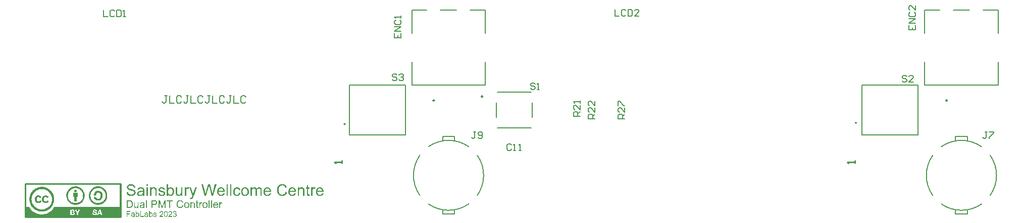
<source format=gbr>
%TF.GenerationSoftware,Altium Limited,Altium Designer,23.7.1 (13)*%
G04 Layer_Color=65535*
%FSLAX45Y45*%
%MOMM*%
%TF.SameCoordinates,F0F8C17F-0DA8-4E41-987A-5915CA82B15D*%
%TF.FilePolarity,Positive*%
%TF.FileFunction,Legend,Top*%
%TF.Part,Single*%
G01*
G75*
%TA.AperFunction,NonConductor*%
%ADD53C,0.25000*%
%ADD54C,0.15240*%
%ADD55C,0.15000*%
%ADD56C,0.25400*%
%ADD57C,0.20000*%
%ADD58C,0.16000*%
G36*
X-6599306Y658333D02*
X-6600000Y99306D01*
X-8094445D01*
X-8199306Y100000D01*
X-8198611Y659028D01*
X-6599306Y658333D01*
D02*
G37*
G36*
X-5597028Y382166D02*
X-5595364Y382027D01*
X-5593423Y381750D01*
X-5591342Y381472D01*
X-5588985Y381056D01*
X-5586488Y380502D01*
X-5583853Y379947D01*
X-5581218Y379115D01*
X-5578445Y378144D01*
X-5575671Y377035D01*
X-5573036Y375648D01*
X-5570401Y374261D01*
X-5567905Y372458D01*
X-5567766Y372319D01*
X-5567350Y372042D01*
X-5566657Y371487D01*
X-5565825Y370655D01*
X-5564715Y369684D01*
X-5563467Y368436D01*
X-5562219Y367049D01*
X-5560693Y365385D01*
X-5559168Y363582D01*
X-5557642Y361502D01*
X-5556117Y359283D01*
X-5554730Y356787D01*
X-5553204Y354152D01*
X-5551956Y351239D01*
X-5550708Y348188D01*
X-5549599Y344999D01*
X-5566241Y341115D01*
Y341254D01*
X-5566518Y341670D01*
X-5566657Y342502D01*
X-5567073Y343473D01*
X-5567489Y344582D01*
X-5568182Y345831D01*
X-5569569Y348882D01*
X-5571372Y352210D01*
X-5573730Y355677D01*
X-5576226Y358867D01*
X-5577751Y360254D01*
X-5579277Y361502D01*
X-5579416Y361641D01*
X-5579693Y361779D01*
X-5580109Y362057D01*
X-5580802Y362473D01*
X-5581635Y363027D01*
X-5582605Y363582D01*
X-5583715Y364137D01*
X-5585102Y364692D01*
X-5586627Y365246D01*
X-5588153Y365801D01*
X-5591758Y366911D01*
X-5595919Y367604D01*
X-5598138Y367881D01*
X-5601882D01*
X-5602992Y367743D01*
X-5604240Y367604D01*
X-5605766Y367465D01*
X-5607430Y367327D01*
X-5609094Y367049D01*
X-5613116Y366079D01*
X-5617276Y364830D01*
X-5619357Y363998D01*
X-5621437Y363027D01*
X-5623378Y361918D01*
X-5625320Y360670D01*
X-5625459Y360531D01*
X-5625736Y360392D01*
X-5626291Y359976D01*
X-5626984Y359422D01*
X-5627678Y358728D01*
X-5628648Y357757D01*
X-5629619Y356787D01*
X-5630729Y355677D01*
X-5631838Y354290D01*
X-5633086Y352904D01*
X-5635305Y349714D01*
X-5637385Y345969D01*
X-5639188Y341670D01*
Y341531D01*
X-5639327Y341115D01*
X-5639604Y340422D01*
X-5639743Y339590D01*
X-5640020Y338480D01*
X-5640437Y337232D01*
X-5640714Y335707D01*
X-5641130Y334181D01*
X-5641546Y332378D01*
X-5641823Y330437D01*
X-5642517Y326276D01*
X-5642933Y321838D01*
X-5643072Y317123D01*
Y316984D01*
Y316430D01*
Y315598D01*
X-5642933Y314349D01*
Y312963D01*
X-5642794Y311298D01*
X-5642655Y309495D01*
X-5642517Y307415D01*
X-5642239Y305196D01*
X-5641962Y302977D01*
X-5641130Y298123D01*
X-5639882Y293269D01*
X-5638356Y288554D01*
Y288415D01*
X-5638079Y287999D01*
X-5637802Y287445D01*
X-5637524Y286613D01*
X-5636969Y285503D01*
X-5636276Y284394D01*
X-5634750Y281759D01*
X-5632670Y278708D01*
X-5630174Y275795D01*
X-5627123Y272883D01*
X-5625459Y271635D01*
X-5623656Y270387D01*
X-5623517D01*
X-5623240Y270109D01*
X-5622685Y269832D01*
X-5621853Y269416D01*
X-5620882Y269000D01*
X-5619773Y268445D01*
X-5618524Y268029D01*
X-5617138Y267474D01*
X-5613948Y266365D01*
X-5610203Y265394D01*
X-5606182Y264701D01*
X-5604101Y264562D01*
X-5601882Y264423D01*
X-5600496D01*
X-5599525Y264562D01*
X-5598277Y264701D01*
X-5596890Y264839D01*
X-5595226Y265117D01*
X-5593561Y265394D01*
X-5589678Y266365D01*
X-5587737Y267058D01*
X-5585656Y267890D01*
X-5583576Y268861D01*
X-5581635Y269971D01*
X-5579693Y271219D01*
X-5577751Y272606D01*
X-5577613Y272744D01*
X-5577335Y273022D01*
X-5576781Y273438D01*
X-5576087Y274131D01*
X-5575394Y274963D01*
X-5574423Y276073D01*
X-5573452Y277321D01*
X-5572343Y278708D01*
X-5571233Y280372D01*
X-5570124Y282175D01*
X-5569014Y284116D01*
X-5567905Y286335D01*
X-5566934Y288693D01*
X-5565963Y291328D01*
X-5564992Y294102D01*
X-5564299Y297014D01*
X-5547380Y292715D01*
Y292437D01*
X-5547657Y291744D01*
X-5547934Y290773D01*
X-5548489Y289248D01*
X-5549044Y287583D01*
X-5549876Y285503D01*
X-5550708Y283284D01*
X-5551817Y280927D01*
X-5553066Y278292D01*
X-5554452Y275795D01*
X-5555978Y273022D01*
X-5557781Y270387D01*
X-5559722Y267890D01*
X-5561803Y265394D01*
X-5564160Y263036D01*
X-5566657Y260817D01*
X-5566795Y260679D01*
X-5567350Y260401D01*
X-5568043Y259847D01*
X-5569153Y259153D01*
X-5570401Y258321D01*
X-5572065Y257350D01*
X-5573868Y256379D01*
X-5576087Y255409D01*
X-5578445Y254438D01*
X-5580941Y253467D01*
X-5583715Y252496D01*
X-5586766Y251664D01*
X-5589956Y250971D01*
X-5593284Y250416D01*
X-5596751Y250139D01*
X-5600496Y250000D01*
X-5602437D01*
X-5603963Y250139D01*
X-5605627Y250277D01*
X-5607707Y250416D01*
X-5609926Y250693D01*
X-5612422Y251109D01*
X-5615057Y251526D01*
X-5617831Y252080D01*
X-5620605Y252774D01*
X-5623378Y253467D01*
X-5626291Y254438D01*
X-5629064Y255547D01*
X-5631699Y256796D01*
X-5634196Y258321D01*
X-5634334Y258460D01*
X-5634750Y258737D01*
X-5635444Y259153D01*
X-5636276Y259847D01*
X-5637385Y260817D01*
X-5638634Y261788D01*
X-5640020Y263036D01*
X-5641546Y264562D01*
X-5643072Y266226D01*
X-5644736Y268029D01*
X-5646261Y269971D01*
X-5647925Y272189D01*
X-5649590Y274547D01*
X-5651115Y277043D01*
X-5652502Y279817D01*
X-5653889Y282729D01*
X-5654028Y282868D01*
X-5654166Y283423D01*
X-5654444Y284394D01*
X-5654860Y285503D01*
X-5655414Y287029D01*
X-5655969Y288693D01*
X-5656524Y290773D01*
X-5657217Y292992D01*
X-5657772Y295488D01*
X-5658465Y298123D01*
X-5659020Y300897D01*
X-5659436Y303948D01*
X-5660268Y310328D01*
X-5660407Y313656D01*
X-5660546Y316984D01*
Y317262D01*
Y317816D01*
Y318926D01*
X-5660407Y320313D01*
X-5660268Y322116D01*
X-5660130Y324196D01*
X-5659852Y326415D01*
X-5659575Y328911D01*
X-5659159Y331546D01*
X-5658743Y334320D01*
X-5657356Y340283D01*
X-5656385Y343196D01*
X-5655414Y346108D01*
X-5654305Y349159D01*
X-5652918Y351933D01*
X-5652779Y352071D01*
X-5652502Y352626D01*
X-5652086Y353320D01*
X-5651531Y354429D01*
X-5650699Y355677D01*
X-5649728Y357064D01*
X-5648619Y358590D01*
X-5647371Y360392D01*
X-5645845Y362057D01*
X-5644320Y363998D01*
X-5642517Y365801D01*
X-5640575Y367743D01*
X-5638495Y369546D01*
X-5636276Y371349D01*
X-5633780Y373013D01*
X-5631283Y374538D01*
X-5631145Y374677D01*
X-5630590Y374816D01*
X-5629897Y375232D01*
X-5628787Y375786D01*
X-5627539Y376341D01*
X-5625875Y377035D01*
X-5624072Y377728D01*
X-5622130Y378421D01*
X-5619911Y379115D01*
X-5617415Y379808D01*
X-5614919Y380502D01*
X-5612145Y381056D01*
X-5606459Y382027D01*
X-5603408Y382166D01*
X-5600218Y382305D01*
X-5598415D01*
X-5597028Y382166D01*
D02*
G37*
G36*
X-5383316Y346801D02*
X-5382484D01*
X-5380404Y346524D01*
X-5378046Y346247D01*
X-5375411Y345692D01*
X-5372776Y344860D01*
X-5370141Y343889D01*
X-5370003D01*
X-5369864Y343750D01*
X-5369032Y343334D01*
X-5367784Y342641D01*
X-5366120Y341809D01*
X-5364455Y340561D01*
X-5362652Y339313D01*
X-5360988Y337787D01*
X-5359601Y335984D01*
X-5359463Y335707D01*
X-5359047Y335152D01*
X-5358492Y334043D01*
X-5357660Y332656D01*
X-5356828Y330991D01*
X-5356134Y329050D01*
X-5355302Y326831D01*
X-5354747Y324335D01*
Y324196D01*
X-5354609Y323503D01*
X-5354470Y322393D01*
X-5354193Y320868D01*
X-5354054Y318787D01*
Y317539D01*
X-5353915Y316152D01*
Y314627D01*
X-5353777Y312824D01*
Y311021D01*
Y309079D01*
Y252080D01*
X-5369448D01*
Y308525D01*
Y308663D01*
Y308941D01*
Y309495D01*
Y310050D01*
Y310882D01*
X-5369587Y311853D01*
X-5369725Y313933D01*
X-5369864Y316291D01*
X-5370280Y318649D01*
X-5370696Y320868D01*
X-5371390Y322809D01*
X-5371528Y323086D01*
X-5371806Y323641D01*
X-5372222Y324473D01*
X-5372915Y325583D01*
X-5373747Y326831D01*
X-5374857Y328079D01*
X-5376244Y329327D01*
X-5377908Y330437D01*
X-5378046Y330575D01*
X-5378740Y330853D01*
X-5379711Y331408D01*
X-5380959Y331962D01*
X-5382623Y332378D01*
X-5384426Y332933D01*
X-5386506Y333210D01*
X-5388864Y333349D01*
X-5389835D01*
X-5390528Y333210D01*
X-5391360D01*
X-5392470Y333072D01*
X-5394827Y332517D01*
X-5397462Y331824D01*
X-5400375Y330714D01*
X-5403287Y329050D01*
X-5404812Y328079D01*
X-5406199Y326970D01*
X-5406338Y326831D01*
X-5406477Y326692D01*
X-5406893Y326276D01*
X-5407309Y325721D01*
X-5407863Y324889D01*
X-5408418Y324057D01*
X-5409112Y322948D01*
X-5409805Y321561D01*
X-5410498Y320035D01*
X-5411192Y318233D01*
X-5411747Y316291D01*
X-5412301Y314072D01*
X-5412717Y311576D01*
X-5413133Y308941D01*
X-5413272Y305890D01*
X-5413411Y302700D01*
Y252080D01*
X-5429082D01*
Y344860D01*
X-5414936D01*
Y331546D01*
X-5414798Y331685D01*
X-5414520Y332240D01*
X-5413827Y332933D01*
X-5412995Y333904D01*
X-5412024Y335152D01*
X-5410776Y336400D01*
X-5409250Y337787D01*
X-5407447Y339313D01*
X-5405506Y340699D01*
X-5403287Y342086D01*
X-5400929Y343334D01*
X-5398294Y344582D01*
X-5395382Y345553D01*
X-5392331Y346247D01*
X-5389002Y346801D01*
X-5385535Y346940D01*
X-5384148D01*
X-5383316Y346801D01*
D02*
G37*
G36*
X-4906937D02*
X-4906243D01*
X-4905411Y346663D01*
X-4903331Y346247D01*
X-4900835Y345692D01*
X-4898200Y344721D01*
X-4895149Y343473D01*
X-4892098Y341809D01*
X-4897645Y327247D01*
X-4897922Y327386D01*
X-4898616Y327802D01*
X-4899725Y328356D01*
X-4901251Y329050D01*
X-4902915Y329605D01*
X-4904857Y330159D01*
X-4906937Y330575D01*
X-4909156Y330714D01*
X-4909988D01*
X-4910959Y330575D01*
X-4912207Y330298D01*
X-4913732Y329882D01*
X-4915258Y329327D01*
X-4916783Y328634D01*
X-4918448Y327524D01*
X-4918586Y327386D01*
X-4919141Y326970D01*
X-4919834Y326276D01*
X-4920667Y325305D01*
X-4921637Y324057D01*
X-4922608Y322670D01*
X-4923440Y320868D01*
X-4924272Y318926D01*
Y318787D01*
X-4924411Y318510D01*
X-4924550Y318094D01*
X-4924688Y317539D01*
X-4924827Y316707D01*
X-4925104Y315736D01*
X-4925521Y313517D01*
X-4925937Y310744D01*
X-4926353Y307693D01*
X-4926630Y304225D01*
X-4926769Y300620D01*
Y252080D01*
X-4942440D01*
Y344860D01*
X-4928294D01*
Y330853D01*
X-4928017Y331130D01*
X-4927739Y331685D01*
X-4927323Y332240D01*
X-4926353Y334043D01*
X-4924966Y335984D01*
X-4923440Y338203D01*
X-4921776Y340422D01*
X-4920112Y342225D01*
X-4919141Y343057D01*
X-4918309Y343750D01*
X-4918032Y343889D01*
X-4917477Y344305D01*
X-4916506Y344721D01*
X-4915397Y345415D01*
X-4913871Y345969D01*
X-4912207Y346385D01*
X-4910265Y346801D01*
X-4908324Y346940D01*
X-4907492D01*
X-4906937Y346801D01*
D02*
G37*
G36*
X-5244632D02*
X-5243939D01*
X-5243107Y346663D01*
X-5241027Y346247D01*
X-5238530Y345692D01*
X-5235895Y344721D01*
X-5232844Y343473D01*
X-5229793Y341809D01*
X-5235341Y327247D01*
X-5235618Y327386D01*
X-5236311Y327802D01*
X-5237421Y328356D01*
X-5238946Y329050D01*
X-5240611Y329605D01*
X-5242552Y330159D01*
X-5244632Y330575D01*
X-5246851Y330714D01*
X-5247683D01*
X-5248654Y330575D01*
X-5249902Y330298D01*
X-5251428Y329882D01*
X-5252953Y329327D01*
X-5254479Y328634D01*
X-5256143Y327524D01*
X-5256282Y327386D01*
X-5256837Y326970D01*
X-5257530Y326276D01*
X-5258362Y325305D01*
X-5259333Y324057D01*
X-5260304Y322670D01*
X-5261136Y320868D01*
X-5261968Y318926D01*
Y318787D01*
X-5262107Y318510D01*
X-5262245Y318094D01*
X-5262384Y317539D01*
X-5262523Y316707D01*
X-5262800Y315736D01*
X-5263216Y313517D01*
X-5263632Y310744D01*
X-5264048Y307693D01*
X-5264326Y304225D01*
X-5264464Y300620D01*
Y252080D01*
X-5280135D01*
Y344860D01*
X-5265990D01*
Y330853D01*
X-5265712Y331130D01*
X-5265435Y331685D01*
X-5265019Y332240D01*
X-5264048Y334043D01*
X-5262661Y335984D01*
X-5261136Y338203D01*
X-5259472Y340422D01*
X-5257807Y342225D01*
X-5256837Y343057D01*
X-5256004Y343750D01*
X-5255727Y343889D01*
X-5255172Y344305D01*
X-5254202Y344721D01*
X-5253092Y345415D01*
X-5251567Y345969D01*
X-5249902Y346385D01*
X-5247961Y346801D01*
X-5246019Y346940D01*
X-5245187D01*
X-5244632Y346801D01*
D02*
G37*
G36*
X-5841667Y252080D02*
X-5858032D01*
Y359283D01*
X-5895476Y252080D01*
X-5910732D01*
X-5947622Y361086D01*
Y252080D01*
X-5963986D01*
Y380086D01*
X-5938607D01*
X-5908235Y289386D01*
Y289248D01*
X-5908097Y288832D01*
X-5907819Y288138D01*
X-5907542Y287306D01*
X-5907265Y286335D01*
X-5906848Y285087D01*
X-5905878Y282313D01*
X-5904907Y279262D01*
X-5903936Y276073D01*
X-5902965Y273160D01*
X-5902549Y271773D01*
X-5902133Y270525D01*
Y270664D01*
X-5901995Y270803D01*
X-5901856Y271219D01*
X-5901717Y271773D01*
X-5901440Y272606D01*
X-5901162Y273438D01*
X-5900885Y274547D01*
X-5900469Y275657D01*
X-5900053Y277043D01*
X-5899498Y278569D01*
X-5898943Y280233D01*
X-5898389Y282175D01*
X-5897695Y284116D01*
X-5897002Y286335D01*
X-5896170Y288554D01*
X-5895338Y291050D01*
X-5864550Y380086D01*
X-5841667D01*
Y252080D01*
D02*
G37*
G36*
X-6298076D02*
X-6312083D01*
Y265671D01*
X-6312222Y265533D01*
X-6312638Y264978D01*
X-6313193Y264284D01*
X-6314025Y263175D01*
X-6315134Y262066D01*
X-6316521Y260679D01*
X-6318047Y259292D01*
X-6319849Y257905D01*
X-6321930Y256379D01*
X-6324149Y254993D01*
X-6326506Y253606D01*
X-6329141Y252496D01*
X-6332054Y251387D01*
X-6334966Y250693D01*
X-6338156Y250139D01*
X-6341623Y250000D01*
X-6343010D01*
X-6344535Y250139D01*
X-6346615Y250416D01*
X-6348973Y250693D01*
X-6351608Y251248D01*
X-6354243Y252080D01*
X-6357017Y253051D01*
X-6357155D01*
X-6357294Y253190D01*
X-6358126Y253606D01*
X-6359374Y254299D01*
X-6361039Y255270D01*
X-6362703Y256379D01*
X-6364506Y257766D01*
X-6366170Y259292D01*
X-6367557Y260956D01*
X-6367695Y261233D01*
X-6368111Y261788D01*
X-6368666Y262898D01*
X-6369360Y264284D01*
X-6370192Y265949D01*
X-6371024Y267890D01*
X-6371717Y270109D01*
X-6372411Y272606D01*
Y272883D01*
X-6372549Y273438D01*
X-6372688Y274686D01*
X-6372827Y276211D01*
X-6372965Y278292D01*
X-6373104Y280788D01*
X-6373243Y283839D01*
Y287306D01*
Y344860D01*
X-6357571D01*
Y293408D01*
Y293269D01*
Y292853D01*
Y292299D01*
Y291467D01*
Y290357D01*
Y289248D01*
X-6357433Y286751D01*
Y283978D01*
X-6357155Y281204D01*
X-6357017Y278708D01*
X-6356878Y277598D01*
X-6356739Y276766D01*
X-6356601Y276489D01*
X-6356462Y275795D01*
X-6356046Y274547D01*
X-6355353Y273160D01*
X-6354520Y271635D01*
X-6353411Y270109D01*
X-6352024Y268445D01*
X-6350360Y267058D01*
X-6350083Y266919D01*
X-6349528Y266503D01*
X-6348418Y265949D01*
X-6347032Y265394D01*
X-6345367Y264701D01*
X-6343287Y264146D01*
X-6340929Y263730D01*
X-6338433Y263591D01*
X-6337185D01*
X-6335937Y263730D01*
X-6334134Y264007D01*
X-6332054Y264423D01*
X-6329835Y265117D01*
X-6327616Y265949D01*
X-6325258Y267197D01*
X-6325119D01*
X-6324981Y267336D01*
X-6324287Y267890D01*
X-6323178Y268722D01*
X-6321791Y269832D01*
X-6320404Y271219D01*
X-6318879Y272883D01*
X-6317492Y274824D01*
X-6316382Y277043D01*
Y277182D01*
X-6316244Y277321D01*
X-6316105Y277737D01*
X-6315966Y278153D01*
X-6315828Y278846D01*
X-6315550Y279678D01*
X-6315273Y280510D01*
X-6314995Y281620D01*
X-6314579Y284255D01*
X-6314163Y287306D01*
X-6313886Y290912D01*
X-6313747Y295072D01*
Y344860D01*
X-6298076D01*
Y252080D01*
D02*
G37*
G36*
X-5066146D02*
X-5081817D01*
Y380086D01*
X-5066146D01*
Y252080D01*
D02*
G37*
G36*
X-5105810D02*
X-5121481D01*
Y380086D01*
X-5105810D01*
Y252080D01*
D02*
G37*
G36*
X-5722815Y364969D02*
X-5764975D01*
Y252080D01*
X-5781894D01*
Y364969D01*
X-5824054D01*
Y380086D01*
X-5722815D01*
Y364969D01*
D02*
G37*
G36*
X-6027226Y379947D02*
X-6024036Y379808D01*
X-6020847Y379531D01*
X-6017796Y379253D01*
X-6016270Y379115D01*
X-6015022Y378837D01*
X-6014883D01*
X-6014606Y378699D01*
X-6014051D01*
X-6013496Y378560D01*
X-6012664Y378283D01*
X-6011694Y378144D01*
X-6009475Y377451D01*
X-6006978Y376618D01*
X-6004343Y375509D01*
X-6001708Y374261D01*
X-5999212Y372735D01*
X-5999073D01*
X-5998935Y372597D01*
X-5998103Y371903D01*
X-5996993Y370932D01*
X-5995468Y369546D01*
X-5993942Y367881D01*
X-5992139Y365662D01*
X-5990475Y363305D01*
X-5988949Y360392D01*
Y360254D01*
X-5988811Y359976D01*
X-5988533Y359560D01*
X-5988256Y359006D01*
X-5987979Y358312D01*
X-5987701Y357341D01*
X-5986869Y355261D01*
X-5986176Y352626D01*
X-5985482Y349714D01*
X-5985066Y346385D01*
X-5984928Y342918D01*
Y342780D01*
Y342225D01*
Y341393D01*
X-5985066Y340145D01*
X-5985205Y338758D01*
X-5985482Y337232D01*
X-5985760Y335429D01*
X-5986176Y333349D01*
X-5986730Y331269D01*
X-5987424Y329050D01*
X-5988256Y326831D01*
X-5989365Y324473D01*
X-5990475Y322116D01*
X-5991862Y319758D01*
X-5993526Y317539D01*
X-5995329Y315320D01*
X-5995468Y315181D01*
X-5995884Y314904D01*
X-5996438Y314349D01*
X-5997409Y313517D01*
X-5998519Y312685D01*
X-6000044Y311714D01*
X-6001847Y310744D01*
X-6003927Y309773D01*
X-6006424Y308663D01*
X-6009059Y307693D01*
X-6012248Y306722D01*
X-6015577Y305890D01*
X-6019460Y305196D01*
X-6023620Y304642D01*
X-6028058Y304225D01*
X-6033051Y304087D01*
X-6065780D01*
Y252080D01*
X-6082700D01*
Y380086D01*
X-6030000D01*
X-6027226Y379947D01*
D02*
G37*
G36*
X-6158699Y252080D02*
X-6174370D01*
Y380086D01*
X-6158699D01*
Y252080D01*
D02*
G37*
G36*
X-6231230Y346801D02*
X-6229982D01*
X-6227347Y346524D01*
X-6224296Y346247D01*
X-6221106Y345692D01*
X-6217917Y344999D01*
X-6215004Y344028D01*
X-6214866D01*
X-6214727Y343889D01*
X-6214311Y343750D01*
X-6213756Y343473D01*
X-6212508Y342918D01*
X-6210844Y342086D01*
X-6209041Y341115D01*
X-6207238Y339867D01*
X-6205574Y338480D01*
X-6204048Y336955D01*
X-6203910Y336816D01*
X-6203494Y336261D01*
X-6202800Y335291D01*
X-6202107Y334043D01*
X-6201275Y332517D01*
X-6200443Y330714D01*
X-6199610Y328634D01*
X-6199056Y326276D01*
Y326138D01*
X-6198917Y325444D01*
X-6198778Y324473D01*
X-6198640Y322948D01*
X-6198501Y321006D01*
X-6198362Y318510D01*
Y316984D01*
X-6198224Y315459D01*
Y313795D01*
Y311853D01*
Y290912D01*
Y290634D01*
Y289941D01*
Y288832D01*
Y287445D01*
Y285642D01*
Y283700D01*
X-6198085Y281481D01*
Y279262D01*
X-6197946Y274547D01*
Y272189D01*
X-6197808Y269971D01*
X-6197669Y267890D01*
X-6197530Y266087D01*
X-6197391Y264423D01*
X-6197253Y263175D01*
Y262898D01*
X-6197114Y262204D01*
X-6196837Y261095D01*
X-6196421Y259569D01*
X-6195866Y257905D01*
X-6195173Y256102D01*
X-6194340Y254022D01*
X-6193370Y252080D01*
X-6209734D01*
X-6209873Y252358D01*
X-6210150Y252912D01*
X-6210566Y254022D01*
X-6210982Y255409D01*
X-6211537Y257073D01*
X-6212092Y259014D01*
X-6212508Y261233D01*
X-6212785Y263730D01*
X-6212924Y263591D01*
X-6213201Y263452D01*
X-6213617Y263036D01*
X-6214311Y262482D01*
X-6215143Y261927D01*
X-6215975Y261095D01*
X-6218194Y259569D01*
X-6220829Y257766D01*
X-6223603Y255963D01*
X-6226654Y254438D01*
X-6229705Y253051D01*
X-6229844D01*
X-6230121Y252912D01*
X-6230537Y252774D01*
X-6231092Y252635D01*
X-6231785Y252358D01*
X-6232756Y252080D01*
X-6234836Y251526D01*
X-6237471Y250971D01*
X-6240384Y250416D01*
X-6243573Y250139D01*
X-6247040Y250000D01*
X-6248566D01*
X-6249537Y250139D01*
X-6250785Y250277D01*
X-6252310Y250416D01*
X-6253975Y250555D01*
X-6255639Y250971D01*
X-6259522Y251803D01*
X-6263405Y253051D01*
X-6265208Y253883D01*
X-6267150Y254993D01*
X-6268814Y256102D01*
X-6270478Y257350D01*
X-6270617Y257489D01*
X-6270894Y257766D01*
X-6271171Y258182D01*
X-6271726Y258737D01*
X-6272420Y259431D01*
X-6273113Y260401D01*
X-6273806Y261372D01*
X-6274500Y262620D01*
X-6276025Y265255D01*
X-6277412Y268584D01*
X-6277967Y270387D01*
X-6278244Y272328D01*
X-6278522Y274408D01*
X-6278660Y276489D01*
Y276627D01*
Y276766D01*
Y277598D01*
X-6278522Y278985D01*
X-6278244Y280649D01*
X-6277967Y282591D01*
X-6277412Y284671D01*
X-6276580Y286751D01*
X-6275609Y288970D01*
X-6275471Y289248D01*
X-6275055Y289941D01*
X-6274361Y290912D01*
X-6273390Y292299D01*
X-6272281Y293685D01*
X-6270894Y295211D01*
X-6269368Y296598D01*
X-6267566Y297985D01*
X-6267288Y298123D01*
X-6266595Y298539D01*
X-6265624Y299233D01*
X-6264237Y299926D01*
X-6262573Y300758D01*
X-6260631Y301590D01*
X-6258412Y302423D01*
X-6256193Y303116D01*
X-6255916D01*
X-6255361Y303393D01*
X-6254252Y303532D01*
X-6252726Y303948D01*
X-6250785Y304225D01*
X-6248288Y304642D01*
X-6245515Y305058D01*
X-6242186Y305474D01*
X-6241909D01*
X-6241354Y305612D01*
X-6240384Y305751D01*
X-6239135Y305890D01*
X-6237471Y306167D01*
X-6235668Y306444D01*
X-6233727Y306722D01*
X-6231508Y306999D01*
X-6226931Y307831D01*
X-6222355Y308802D01*
X-6220136Y309357D01*
X-6217917Y309911D01*
X-6215975Y310466D01*
X-6214172Y311021D01*
Y311160D01*
Y311576D01*
Y312130D01*
X-6214034Y312685D01*
Y314072D01*
Y314627D01*
Y315043D01*
Y315181D01*
Y315459D01*
Y316014D01*
Y316568D01*
X-6214311Y318233D01*
X-6214588Y320313D01*
X-6215143Y322532D01*
X-6215975Y324751D01*
X-6217085Y326831D01*
X-6218610Y328495D01*
X-6218887Y328773D01*
X-6219165Y329050D01*
X-6219720Y329327D01*
X-6220413Y329743D01*
X-6221106Y330159D01*
X-6223048Y331269D01*
X-6225544Y332240D01*
X-6228595Y333072D01*
X-6232201Y333626D01*
X-6236362Y333904D01*
X-6238165D01*
X-6239135Y333765D01*
X-6240106D01*
X-6242602Y333488D01*
X-6245237Y332933D01*
X-6247872Y332240D01*
X-6250507Y331269D01*
X-6252726Y330021D01*
X-6253004Y329882D01*
X-6253558Y329327D01*
X-6254529Y328218D01*
X-6255639Y326831D01*
X-6256887Y325028D01*
X-6258274Y322532D01*
X-6259383Y319758D01*
X-6259938Y318094D01*
X-6260493Y316291D01*
X-6275887Y318371D01*
Y318510D01*
X-6275748Y318787D01*
X-6275609Y319342D01*
X-6275471Y320035D01*
X-6275193Y320868D01*
X-6274916Y321838D01*
X-6274222Y324057D01*
X-6273252Y326554D01*
X-6272142Y329189D01*
X-6270755Y331824D01*
X-6269091Y334181D01*
Y334320D01*
X-6268814Y334459D01*
X-6268120Y335152D01*
X-6267011Y336261D01*
X-6265485Y337648D01*
X-6263544Y339174D01*
X-6261186Y340699D01*
X-6258412Y342225D01*
X-6255223Y343612D01*
X-6255084D01*
X-6254807Y343750D01*
X-6254252Y343889D01*
X-6253558Y344166D01*
X-6252726Y344444D01*
X-6251756Y344721D01*
X-6250507Y344999D01*
X-6249121Y345276D01*
X-6247734Y345553D01*
X-6246070Y345831D01*
X-6242464Y346385D01*
X-6238442Y346801D01*
X-6234143Y346940D01*
X-6232201D01*
X-6231230Y346801D01*
D02*
G37*
G36*
X-6450906Y379947D02*
X-6449242D01*
X-6447577Y379808D01*
X-6443833Y379670D01*
X-6440088Y379253D01*
X-6436344Y378837D01*
X-6434680Y378421D01*
X-6433154Y378144D01*
X-6433016D01*
X-6432600Y378005D01*
X-6432045Y377867D01*
X-6431351Y377589D01*
X-6430381Y377312D01*
X-6429271Y377035D01*
X-6426636Y376064D01*
X-6423724Y374816D01*
X-6420673Y373290D01*
X-6417483Y371349D01*
X-6414432Y368991D01*
X-6414293Y368852D01*
X-6414016Y368575D01*
X-6413461Y368159D01*
X-6412768Y367465D01*
X-6411936Y366633D01*
X-6410965Y365524D01*
X-6409855Y364414D01*
X-6408746Y363027D01*
X-6407498Y361502D01*
X-6406250Y359838D01*
X-6405001Y358035D01*
X-6403753Y356093D01*
X-6401396Y351794D01*
X-6399315Y347079D01*
Y346940D01*
X-6399038Y346524D01*
X-6398899Y345692D01*
X-6398483Y344721D01*
X-6398067Y343473D01*
X-6397651Y341947D01*
X-6397235Y340283D01*
X-6396680Y338342D01*
X-6396264Y336123D01*
X-6395848Y333765D01*
X-6395432Y331269D01*
X-6395016Y328634D01*
X-6394600Y325860D01*
X-6394461Y322948D01*
X-6394184Y316707D01*
Y316568D01*
Y316014D01*
Y315320D01*
Y314211D01*
X-6394323Y312963D01*
Y311437D01*
X-6394461Y309773D01*
X-6394600Y307970D01*
X-6395016Y303948D01*
X-6395710Y299649D01*
X-6396542Y295211D01*
X-6397651Y290773D01*
Y290634D01*
X-6397790Y290218D01*
X-6398067Y289664D01*
X-6398206Y288970D01*
X-6398622Y287999D01*
X-6399038Y286890D01*
X-6400009Y284255D01*
X-6401257Y281343D01*
X-6402782Y278153D01*
X-6404447Y275102D01*
X-6406388Y272189D01*
Y272051D01*
X-6406666Y271912D01*
X-6406943Y271496D01*
X-6407359Y270941D01*
X-6408330Y269693D01*
X-6409855Y268029D01*
X-6411520Y266087D01*
X-6413461Y264146D01*
X-6415680Y262343D01*
X-6418038Y260540D01*
X-6418176D01*
X-6418315Y260401D01*
X-6419147Y259847D01*
X-6420534Y259153D01*
X-6422337Y258182D01*
X-6424556Y257212D01*
X-6427191Y256102D01*
X-6430242Y255131D01*
X-6433432Y254161D01*
X-6433570D01*
X-6433848Y254022D01*
X-6434264D01*
X-6434957Y253883D01*
X-6435789Y253744D01*
X-6436899Y253467D01*
X-6438008Y253328D01*
X-6439256Y253190D01*
X-6442307Y252774D01*
X-6445775Y252358D01*
X-6449658Y252219D01*
X-6453818Y252080D01*
X-6500000D01*
Y380086D01*
X-6452293D01*
X-6450906Y379947D01*
D02*
G37*
G36*
X-5311339Y344860D02*
X-5295391D01*
Y332656D01*
X-5311339D01*
Y278292D01*
Y278153D01*
Y278014D01*
Y277182D01*
Y276073D01*
X-5311201Y274686D01*
Y273299D01*
X-5310923Y271912D01*
X-5310785Y270664D01*
X-5310507Y269693D01*
Y269554D01*
X-5310369Y269416D01*
X-5309814Y268584D01*
X-5308982Y267613D01*
X-5307872Y266642D01*
X-5307734D01*
X-5307456Y266503D01*
X-5307040Y266365D01*
X-5306485Y266087D01*
X-5305653Y265949D01*
X-5304821Y265671D01*
X-5303712Y265533D01*
X-5301354D01*
X-5300522Y265671D01*
X-5299551D01*
X-5298303Y265810D01*
X-5296916Y265949D01*
X-5295391Y266087D01*
X-5293310Y252219D01*
X-5293588D01*
X-5294420Y251942D01*
X-5295668Y251803D01*
X-5297332Y251526D01*
X-5299135Y251248D01*
X-5301077Y251109D01*
X-5305237Y250832D01*
X-5306624D01*
X-5308150Y250971D01*
X-5310091Y251109D01*
X-5312310Y251526D01*
X-5314529Y251942D01*
X-5316609Y252635D01*
X-5318551Y253467D01*
X-5318690Y253606D01*
X-5319244Y254022D01*
X-5320076Y254577D01*
X-5321186Y255409D01*
X-5322295Y256379D01*
X-5323405Y257628D01*
X-5324376Y259014D01*
X-5325208Y260540D01*
X-5325346Y260817D01*
X-5325485Y261511D01*
X-5325624Y262066D01*
X-5325763Y262759D01*
X-5325901Y263591D01*
X-5326040Y264562D01*
X-5326317Y265671D01*
X-5326456Y267058D01*
X-5326595Y268584D01*
X-5326733Y270248D01*
X-5326872Y272189D01*
Y274270D01*
X-5327011Y276627D01*
Y279124D01*
Y332656D01*
X-5338660D01*
Y344860D01*
X-5327011D01*
Y367743D01*
X-5311339Y377173D01*
Y344860D01*
D02*
G37*
G36*
X-5001935Y346801D02*
X-5000687D01*
X-4999023Y346524D01*
X-4997220Y346247D01*
X-4995140Y345831D01*
X-4992921Y345415D01*
X-4990563Y344721D01*
X-4988206Y343889D01*
X-4985571Y342780D01*
X-4983074Y341531D01*
X-4980578Y340145D01*
X-4978082Y338342D01*
X-4975585Y336400D01*
X-4973366Y334181D01*
X-4973228Y334043D01*
X-4972812Y333626D01*
X-4972257Y332933D01*
X-4971564Y331824D01*
X-4970593Y330575D01*
X-4969622Y329050D01*
X-4968513Y327108D01*
X-4967403Y325028D01*
X-4966432Y322670D01*
X-4965323Y320035D01*
X-4964352Y317123D01*
X-4963381Y313933D01*
X-4962688Y310466D01*
X-4962133Y306722D01*
X-4961717Y302839D01*
X-4961578Y298678D01*
Y298401D01*
Y297707D01*
Y296320D01*
X-4961717Y294518D01*
X-5030920D01*
Y294379D01*
Y293824D01*
X-5030782Y292992D01*
X-5030643Y292021D01*
X-5030504Y290634D01*
X-5030227Y289248D01*
X-5029950Y287583D01*
X-5029534Y285780D01*
X-5028424Y282036D01*
X-5026899Y278014D01*
X-5025928Y276211D01*
X-5024957Y274270D01*
X-5023709Y272606D01*
X-5022322Y270941D01*
X-5022183Y270803D01*
X-5021906Y270664D01*
X-5021490Y270248D01*
X-5020935Y269693D01*
X-5020103Y269138D01*
X-5019271Y268445D01*
X-5018161Y267613D01*
X-5016913Y266919D01*
X-5014140Y265394D01*
X-5010811Y264146D01*
X-5009008Y263591D01*
X-5007067Y263314D01*
X-5004986Y263036D01*
X-5002906Y262898D01*
X-5002074D01*
X-5001519Y263036D01*
X-4999855Y263175D01*
X-4997775Y263452D01*
X-4995556Y264007D01*
X-4993060Y264839D01*
X-4990563Y265810D01*
X-4988206Y267336D01*
X-4988067D01*
X-4987928Y267613D01*
X-4987235Y268168D01*
X-4986125Y269277D01*
X-4984739Y270941D01*
X-4983213Y272883D01*
X-4981549Y275518D01*
X-4979885Y278569D01*
X-4978498Y282036D01*
X-4962133Y279956D01*
Y279817D01*
X-4962272Y279262D01*
X-4962549Y278569D01*
X-4962965Y277598D01*
X-4963381Y276350D01*
X-4963936Y274963D01*
X-4964629Y273438D01*
X-4965323Y271773D01*
X-4967264Y268306D01*
X-4969761Y264562D01*
X-4971286Y262759D01*
X-4972812Y260956D01*
X-4974476Y259292D01*
X-4976418Y257766D01*
X-4976556Y257628D01*
X-4976834Y257489D01*
X-4977527Y257073D01*
X-4978220Y256518D01*
X-4979330Y255963D01*
X-4980578Y255270D01*
X-4981965Y254577D01*
X-4983629Y253883D01*
X-4985432Y253190D01*
X-4987512Y252496D01*
X-4989593Y251803D01*
X-4991950Y251248D01*
X-4994446Y250693D01*
X-4997081Y250277D01*
X-4999994Y250139D01*
X-5002906Y250000D01*
X-5003738D01*
X-5004848Y250139D01*
X-5006235D01*
X-5008037Y250416D01*
X-5009979Y250693D01*
X-5012198Y251109D01*
X-5014556Y251526D01*
X-5017052Y252219D01*
X-5019687Y253051D01*
X-5022461Y254022D01*
X-5025096Y255270D01*
X-5027869Y256657D01*
X-5030366Y258321D01*
X-5032862Y260263D01*
X-5035220Y262482D01*
X-5035358Y262620D01*
X-5035774Y263036D01*
X-5036329Y263730D01*
X-5037022Y264839D01*
X-5037993Y266087D01*
X-5038964Y267613D01*
X-5040073Y269416D01*
X-5041044Y271496D01*
X-5042154Y273854D01*
X-5043263Y276489D01*
X-5044234Y279401D01*
X-5045205Y282591D01*
X-5045898Y285919D01*
X-5046453Y289525D01*
X-5046869Y293408D01*
X-5047008Y297569D01*
Y297846D01*
Y298539D01*
X-5046869Y299788D01*
Y301452D01*
X-5046592Y303393D01*
X-5046314Y305612D01*
X-5046037Y308247D01*
X-5045482Y310882D01*
X-5044927Y313795D01*
X-5044095Y316707D01*
X-5043125Y319758D01*
X-5042015Y322809D01*
X-5040628Y325721D01*
X-5038964Y328634D01*
X-5037161Y331408D01*
X-5035081Y333904D01*
X-5034942Y334043D01*
X-5034526Y334459D01*
X-5033833Y335152D01*
X-5032862Y335984D01*
X-5031752Y336955D01*
X-5030227Y338064D01*
X-5028563Y339174D01*
X-5026621Y340422D01*
X-5024541Y341670D01*
X-5022183Y342780D01*
X-5019548Y343889D01*
X-5016775Y344860D01*
X-5013724Y345692D01*
X-5010672Y346385D01*
X-5007205Y346801D01*
X-5003738Y346940D01*
X-5002906D01*
X-5001935Y346801D01*
D02*
G37*
G36*
X-5181115D02*
X-5179728D01*
X-5178064Y346524D01*
X-5176261Y346247D01*
X-5174181Y345831D01*
X-5171823Y345415D01*
X-5169466Y344721D01*
X-5166831Y343889D01*
X-5164334Y342780D01*
X-5161699Y341670D01*
X-5159064Y340145D01*
X-5156568Y338480D01*
X-5154072Y336539D01*
X-5151714Y334320D01*
X-5151575Y334181D01*
X-5151159Y333765D01*
X-5150605Y333072D01*
X-5149773Y331962D01*
X-5148940Y330714D01*
X-5147831Y329189D01*
X-5146721Y327386D01*
X-5145612Y325305D01*
X-5144503Y322948D01*
X-5143393Y320313D01*
X-5142284Y317539D01*
X-5141451Y314488D01*
X-5140619Y311160D01*
X-5140065Y307554D01*
X-5139649Y303671D01*
X-5139510Y299649D01*
Y299510D01*
Y298817D01*
Y297985D01*
X-5139649Y296737D01*
Y295211D01*
X-5139787Y293408D01*
X-5139926Y291467D01*
X-5140203Y289386D01*
X-5140758Y284948D01*
X-5141729Y280233D01*
X-5143116Y275657D01*
X-5143948Y273576D01*
X-5144919Y271496D01*
Y271357D01*
X-5145196Y271080D01*
X-5145473Y270525D01*
X-5145889Y269832D01*
X-5146444Y269000D01*
X-5147138Y267890D01*
X-5148940Y265671D01*
X-5151159Y263036D01*
X-5153794Y260401D01*
X-5156984Y257905D01*
X-5160590Y255547D01*
X-5160729D01*
X-5161006Y255270D01*
X-5161561Y254993D01*
X-5162393Y254715D01*
X-5163364Y254299D01*
X-5164473Y253744D01*
X-5165721Y253328D01*
X-5167247Y252774D01*
X-5168772Y252219D01*
X-5170575Y251803D01*
X-5174320Y250832D01*
X-5178480Y250277D01*
X-5182918Y250000D01*
X-5183750D01*
X-5184721Y250139D01*
X-5186108D01*
X-5187772Y250416D01*
X-5189714Y250693D01*
X-5191794Y251109D01*
X-5194151Y251526D01*
X-5196648Y252219D01*
X-5199144Y253051D01*
X-5201779Y254022D01*
X-5204414Y255270D01*
X-5207049Y256657D01*
X-5209545Y258321D01*
X-5212042Y260263D01*
X-5214399Y262482D01*
X-5214538Y262620D01*
X-5214954Y263036D01*
X-5215509Y263730D01*
X-5216202Y264839D01*
X-5217173Y266087D01*
X-5218144Y267613D01*
X-5219253Y269554D01*
X-5220363Y271635D01*
X-5221472Y274131D01*
X-5222582Y276766D01*
X-5223552Y279678D01*
X-5224523Y282868D01*
X-5225217Y286335D01*
X-5225771Y290080D01*
X-5226187Y294102D01*
X-5226326Y298401D01*
Y298539D01*
Y298678D01*
Y299510D01*
X-5226187Y300897D01*
X-5226049Y302561D01*
X-5225910Y304780D01*
X-5225633Y307276D01*
X-5225078Y309911D01*
X-5224523Y312824D01*
X-5223830Y315875D01*
X-5222859Y319065D01*
X-5221611Y322254D01*
X-5220363Y325444D01*
X-5218698Y328495D01*
X-5216757Y331408D01*
X-5214538Y334043D01*
X-5212042Y336539D01*
X-5211903Y336678D01*
X-5211487Y336955D01*
X-5210793Y337510D01*
X-5209961Y338203D01*
X-5208713Y338896D01*
X-5207326Y339867D01*
X-5205801Y340838D01*
X-5203859Y341809D01*
X-5201918Y342780D01*
X-5199699Y343612D01*
X-5197341Y344582D01*
X-5194706Y345276D01*
X-5191932Y345969D01*
X-5189159Y346524D01*
X-5186108Y346801D01*
X-5182918Y346940D01*
X-5182086D01*
X-5181115Y346801D01*
D02*
G37*
G36*
X-5489132D02*
X-5487745D01*
X-5486081Y346524D01*
X-5484278Y346247D01*
X-5482198Y345831D01*
X-5479840Y345415D01*
X-5477483Y344721D01*
X-5474848Y343889D01*
X-5472352Y342780D01*
X-5469717Y341670D01*
X-5467082Y340145D01*
X-5464585Y338480D01*
X-5462089Y336539D01*
X-5459731Y334320D01*
X-5459593Y334181D01*
X-5459177Y333765D01*
X-5458622Y333072D01*
X-5457790Y331962D01*
X-5456958Y330714D01*
X-5455848Y329189D01*
X-5454739Y327386D01*
X-5453629Y325305D01*
X-5452520Y322948D01*
X-5451410Y320313D01*
X-5450301Y317539D01*
X-5449469Y314488D01*
X-5448637Y311160D01*
X-5448082Y307554D01*
X-5447666Y303671D01*
X-5447527Y299649D01*
Y299510D01*
Y298817D01*
Y297985D01*
X-5447666Y296737D01*
Y295211D01*
X-5447804Y293408D01*
X-5447943Y291467D01*
X-5448220Y289386D01*
X-5448775Y284948D01*
X-5449746Y280233D01*
X-5451133Y275657D01*
X-5451965Y273576D01*
X-5452936Y271496D01*
Y271357D01*
X-5453213Y271080D01*
X-5453490Y270525D01*
X-5453907Y269832D01*
X-5454461Y269000D01*
X-5455155Y267890D01*
X-5456958Y265671D01*
X-5459177Y263036D01*
X-5461812Y260401D01*
X-5465001Y257905D01*
X-5468607Y255547D01*
X-5468746D01*
X-5469023Y255270D01*
X-5469578Y254993D01*
X-5470410Y254715D01*
X-5471381Y254299D01*
X-5472490Y253744D01*
X-5473738Y253328D01*
X-5475264Y252774D01*
X-5476789Y252219D01*
X-5478592Y251803D01*
X-5482337Y250832D01*
X-5486497Y250277D01*
X-5490935Y250000D01*
X-5491767D01*
X-5492738Y250139D01*
X-5494125D01*
X-5495789Y250416D01*
X-5497731Y250693D01*
X-5499811Y251109D01*
X-5502169Y251526D01*
X-5504665Y252219D01*
X-5507161Y253051D01*
X-5509796Y254022D01*
X-5512431Y255270D01*
X-5515066Y256657D01*
X-5517562Y258321D01*
X-5520059Y260263D01*
X-5522416Y262482D01*
X-5522555Y262620D01*
X-5522971Y263036D01*
X-5523526Y263730D01*
X-5524219Y264839D01*
X-5525190Y266087D01*
X-5526161Y267613D01*
X-5527270Y269554D01*
X-5528380Y271635D01*
X-5529489Y274131D01*
X-5530599Y276766D01*
X-5531570Y279678D01*
X-5532540Y282868D01*
X-5533234Y286335D01*
X-5533789Y290080D01*
X-5534205Y294102D01*
X-5534343Y298401D01*
Y298539D01*
Y298678D01*
Y299510D01*
X-5534205Y300897D01*
X-5534066Y302561D01*
X-5533927Y304780D01*
X-5533650Y307276D01*
X-5533095Y309911D01*
X-5532540Y312824D01*
X-5531847Y315875D01*
X-5530876Y319065D01*
X-5529628Y322254D01*
X-5528380Y325444D01*
X-5526716Y328495D01*
X-5524774Y331408D01*
X-5522555Y334043D01*
X-5520059Y336539D01*
X-5519920Y336678D01*
X-5519504Y336955D01*
X-5518811Y337510D01*
X-5517979Y338203D01*
X-5516730Y338896D01*
X-5515344Y339867D01*
X-5513818Y340838D01*
X-5511876Y341809D01*
X-5509935Y342780D01*
X-5507716Y343612D01*
X-5505358Y344582D01*
X-5502723Y345276D01*
X-5499950Y345969D01*
X-5497176Y346524D01*
X-5494125Y346801D01*
X-5490935Y346940D01*
X-5490103D01*
X-5489132Y346801D01*
D02*
G37*
G36*
X-5689582Y197996D02*
X-5688853Y197892D01*
X-5686875Y197683D01*
X-5684688Y197267D01*
X-5682189Y196642D01*
X-5679689Y195809D01*
X-5677190Y194663D01*
X-5677086D01*
X-5676877Y194559D01*
X-5676565Y194351D01*
X-5676044Y194038D01*
X-5674899Y193309D01*
X-5673441Y192268D01*
X-5671775Y190914D01*
X-5670108Y189352D01*
X-5668442Y187582D01*
X-5666984Y185499D01*
Y185395D01*
X-5666880Y185291D01*
X-5666672Y184874D01*
X-5666463Y184458D01*
X-5666151Y183937D01*
X-5665839Y183312D01*
X-5665214Y181750D01*
X-5664589Y179875D01*
X-5663964Y177793D01*
X-5663547Y175502D01*
X-5663443Y173106D01*
Y173002D01*
Y172794D01*
Y172481D01*
Y172065D01*
X-5663652Y170815D01*
X-5663860Y169357D01*
X-5664276Y167587D01*
X-5664901Y165712D01*
X-5665734Y163734D01*
X-5666880Y161755D01*
Y161651D01*
X-5666984Y161547D01*
X-5667505Y160922D01*
X-5668234Y159985D01*
X-5669379Y158839D01*
X-5670733Y157485D01*
X-5672504Y156132D01*
X-5674482Y154882D01*
X-5676773Y153632D01*
X-5676669D01*
X-5676357Y153528D01*
X-5675940Y153424D01*
X-5675315Y153216D01*
X-5674690Y153007D01*
X-5673857Y152695D01*
X-5671879Y151862D01*
X-5669796Y150716D01*
X-5667609Y149362D01*
X-5665422Y147592D01*
X-5663547Y145405D01*
X-5663443Y145301D01*
X-5663339Y145093D01*
X-5663131Y144780D01*
X-5662818Y144260D01*
X-5662402Y143739D01*
X-5661985Y143010D01*
X-5661569Y142177D01*
X-5661152Y141135D01*
X-5660736Y140094D01*
X-5660319Y138948D01*
X-5659486Y136345D01*
X-5658965Y133325D01*
X-5658757Y131659D01*
Y129992D01*
Y129888D01*
Y129472D01*
X-5658861Y128743D01*
Y127910D01*
X-5659069Y126764D01*
X-5659278Y125514D01*
X-5659486Y124161D01*
X-5659903Y122598D01*
X-5660423Y120932D01*
X-5661048Y119266D01*
X-5661777Y117496D01*
X-5662714Y115725D01*
X-5663756Y113851D01*
X-5665005Y112080D01*
X-5666359Y110310D01*
X-5668025Y108644D01*
X-5668130Y108540D01*
X-5668442Y108227D01*
X-5668963Y107811D01*
X-5669692Y107290D01*
X-5670525Y106665D01*
X-5671670Y105936D01*
X-5672920Y105103D01*
X-5674378Y104374D01*
X-5675940Y103541D01*
X-5677711Y102708D01*
X-5679585Y101979D01*
X-5681668Y101354D01*
X-5683855Y100833D01*
X-5686146Y100417D01*
X-5688541Y100104D01*
X-5691145Y100000D01*
X-5691665D01*
X-5692394Y100104D01*
X-5693227D01*
X-5694373Y100208D01*
X-5695623Y100417D01*
X-5696976Y100625D01*
X-5698539Y100937D01*
X-5700205Y101354D01*
X-5701871Y101875D01*
X-5703641Y102395D01*
X-5705412Y103124D01*
X-5707182Y104062D01*
X-5708848Y104999D01*
X-5710619Y106144D01*
X-5712181Y107498D01*
X-5712285Y107602D01*
X-5712493Y107811D01*
X-5712910Y108227D01*
X-5713535Y108852D01*
X-5714160Y109581D01*
X-5714888Y110518D01*
X-5715617Y111560D01*
X-5716451Y112809D01*
X-5717284Y114059D01*
X-5718117Y115621D01*
X-5718950Y117183D01*
X-5719679Y118954D01*
X-5720304Y120828D01*
X-5720929Y122807D01*
X-5721345Y124890D01*
X-5721658Y127076D01*
X-5709890Y128639D01*
Y128534D01*
X-5709786Y128222D01*
X-5709681Y127701D01*
X-5709473Y126972D01*
X-5709265Y126139D01*
X-5709057Y125202D01*
X-5708328Y123015D01*
X-5707390Y120620D01*
X-5706245Y118225D01*
X-5704787Y116038D01*
X-5703954Y115100D01*
X-5703121Y114163D01*
X-5703017D01*
X-5702912Y113955D01*
X-5702600Y113747D01*
X-5702288Y113434D01*
X-5701246Y112809D01*
X-5699788Y111976D01*
X-5698018Y111143D01*
X-5696039Y110518D01*
X-5693644Y109997D01*
X-5691145Y109789D01*
X-5690311D01*
X-5689687Y109893D01*
X-5689062Y109997D01*
X-5688125Y110102D01*
X-5686250Y110518D01*
X-5683959Y111143D01*
X-5681564Y112184D01*
X-5680418Y112913D01*
X-5679273Y113642D01*
X-5678127Y114476D01*
X-5676982Y115517D01*
X-5676877Y115621D01*
X-5676773Y115829D01*
X-5676461Y116142D01*
X-5676044Y116558D01*
X-5675628Y117079D01*
X-5675211Y117808D01*
X-5674690Y118537D01*
X-5674066Y119474D01*
X-5673024Y121557D01*
X-5672191Y123952D01*
X-5671462Y126764D01*
X-5671358Y128222D01*
X-5671254Y129784D01*
Y129888D01*
Y130097D01*
Y130617D01*
X-5671358Y131138D01*
X-5671462Y131867D01*
X-5671566Y132596D01*
X-5671879Y134470D01*
X-5672608Y136657D01*
X-5673545Y138844D01*
X-5674170Y139990D01*
X-5674899Y141031D01*
X-5675732Y142073D01*
X-5676669Y143114D01*
X-5676773Y143218D01*
X-5676877Y143322D01*
X-5677190Y143635D01*
X-5677606Y143947D01*
X-5678127Y144364D01*
X-5678752Y144780D01*
X-5680314Y145822D01*
X-5682293Y146759D01*
X-5684584Y147592D01*
X-5687187Y148217D01*
X-5688645Y148321D01*
X-5690103Y148425D01*
X-5690728D01*
X-5691457Y148321D01*
X-5692394D01*
X-5693644Y148113D01*
X-5694998Y147904D01*
X-5696664Y147592D01*
X-5698434Y147175D01*
X-5697185Y157485D01*
X-5696976D01*
X-5696456Y157381D01*
X-5695831Y157277D01*
X-5694477D01*
X-5693956Y157381D01*
X-5693227D01*
X-5692498Y157485D01*
X-5690728Y157798D01*
X-5688645Y158214D01*
X-5686354Y158943D01*
X-5683959Y159881D01*
X-5681668Y161234D01*
X-5681564D01*
X-5681355Y161443D01*
X-5681147Y161651D01*
X-5680731Y161963D01*
X-5679689Y162901D01*
X-5678544Y164254D01*
X-5677502Y165921D01*
X-5676461Y168003D01*
X-5676044Y169149D01*
X-5675836Y170503D01*
X-5675628Y171857D01*
X-5675524Y173315D01*
Y173419D01*
Y173627D01*
Y173939D01*
X-5675628Y174460D01*
X-5675732Y175606D01*
X-5676044Y177168D01*
X-5676565Y178834D01*
X-5677398Y180604D01*
X-5678544Y182479D01*
X-5679168Y183312D01*
X-5680002Y184145D01*
X-5680210Y184353D01*
X-5680835Y184770D01*
X-5681772Y185499D01*
X-5683022Y186332D01*
X-5684688Y187061D01*
X-5686667Y187790D01*
X-5688853Y188207D01*
X-5691353Y188415D01*
X-5691978D01*
X-5692498Y188311D01*
X-5693123D01*
X-5693748Y188207D01*
X-5695414Y187894D01*
X-5697185Y187374D01*
X-5699163Y186540D01*
X-5701038Y185499D01*
X-5702912Y184041D01*
X-5703121Y183833D01*
X-5703641Y183208D01*
X-5704474Y182271D01*
X-5705308Y180813D01*
X-5706349Y179042D01*
X-5707286Y176751D01*
X-5708119Y174148D01*
X-5708744Y171128D01*
X-5720512Y173210D01*
Y173315D01*
X-5720408Y173731D01*
X-5720304Y174356D01*
X-5720095Y175189D01*
X-5719783Y176126D01*
X-5719471Y177272D01*
X-5719054Y178522D01*
X-5718533Y179875D01*
X-5717180Y182895D01*
X-5716451Y184353D01*
X-5715513Y185916D01*
X-5714472Y187374D01*
X-5713326Y188831D01*
X-5712077Y190289D01*
X-5710723Y191539D01*
X-5710619Y191643D01*
X-5710410Y191852D01*
X-5709890Y192164D01*
X-5709369Y192581D01*
X-5708536Y193101D01*
X-5707703Y193622D01*
X-5706661Y194247D01*
X-5705412Y194872D01*
X-5704162Y195392D01*
X-5702704Y196017D01*
X-5701142Y196538D01*
X-5699476Y197059D01*
X-5697601Y197475D01*
X-5695727Y197788D01*
X-5693748Y197996D01*
X-5691665Y198100D01*
X-5690311D01*
X-5689582Y197996D01*
D02*
G37*
G36*
X-6021893Y172794D02*
X-6021060D01*
X-6019081Y172586D01*
X-6016894Y172273D01*
X-6014395Y171857D01*
X-6012000Y171336D01*
X-6009605Y170503D01*
X-6009501D01*
X-6009292Y170399D01*
X-6008980Y170295D01*
X-6008563Y170086D01*
X-6007522Y169566D01*
X-6006064Y168837D01*
X-6004606Y167899D01*
X-6003148Y166754D01*
X-6001690Y165504D01*
X-6000440Y164046D01*
X-6000336Y163838D01*
X-5999920Y163317D01*
X-5999399Y162380D01*
X-5998774Y161234D01*
X-5998045Y159672D01*
X-5997420Y157798D01*
X-5996795Y155715D01*
X-5996275Y153320D01*
X-6007834Y151758D01*
Y151862D01*
Y151966D01*
X-6008043Y152591D01*
X-6008251Y153632D01*
X-6008667Y154778D01*
X-6009292Y156132D01*
X-6010125Y157485D01*
X-6011167Y158839D01*
X-6012416Y160089D01*
X-6012625Y160193D01*
X-6013145Y160610D01*
X-6013979Y161130D01*
X-6015124Y161651D01*
X-6016686Y162276D01*
X-6018561Y162692D01*
X-6020644Y163109D01*
X-6023143Y163213D01*
X-6024497D01*
X-6025122Y163109D01*
X-6025851D01*
X-6027621Y162901D01*
X-6029495Y162588D01*
X-6031474Y162067D01*
X-6033244Y161443D01*
X-6033973Y161026D01*
X-6034702Y160505D01*
X-6034807Y160401D01*
X-6035223Y159985D01*
X-6035744Y159464D01*
X-6036369Y158735D01*
X-6037098Y157798D01*
X-6037618Y156652D01*
X-6038035Y155507D01*
X-6038139Y154153D01*
Y154049D01*
Y153736D01*
X-6038035Y153320D01*
X-6037931Y152799D01*
X-6037514Y151445D01*
X-6037202Y150716D01*
X-6036785Y149987D01*
X-6036681Y149883D01*
X-6036473Y149675D01*
X-6036160Y149362D01*
X-6035640Y148946D01*
X-6035015Y148425D01*
X-6034182Y147904D01*
X-6033244Y147384D01*
X-6032203Y146863D01*
X-6032099D01*
X-6031787Y146759D01*
X-6031162Y146551D01*
X-6030224Y146238D01*
X-6029600Y146030D01*
X-6028871Y145822D01*
X-6028037Y145613D01*
X-6027100Y145301D01*
X-6025955Y144989D01*
X-6024705Y144676D01*
X-6023351Y144260D01*
X-6021789Y143843D01*
X-6021685D01*
X-6021268Y143739D01*
X-6020644Y143531D01*
X-6019706Y143322D01*
X-6018769Y143010D01*
X-6017623Y142697D01*
X-6016270Y142281D01*
X-6014916Y141864D01*
X-6012000Y141031D01*
X-6009188Y140094D01*
X-6007834Y139677D01*
X-6006585Y139157D01*
X-6005439Y138740D01*
X-6004398Y138324D01*
X-6004294D01*
X-6004189Y138219D01*
X-6003565Y137907D01*
X-6002627Y137490D01*
X-6001586Y136761D01*
X-6000336Y135928D01*
X-5998982Y134887D01*
X-5997733Y133637D01*
X-5996587Y132179D01*
X-5996483Y131971D01*
X-5996171Y131450D01*
X-5995650Y130617D01*
X-5995129Y129368D01*
X-5994609Y127910D01*
X-5994088Y126243D01*
X-5993775Y124265D01*
X-5993671Y122078D01*
Y121974D01*
Y121765D01*
Y121453D01*
Y121036D01*
X-5993880Y119891D01*
X-5994088Y118433D01*
X-5994504Y116767D01*
X-5995129Y114892D01*
X-5996066Y112913D01*
X-5997212Y110935D01*
Y110831D01*
X-5997420Y110726D01*
X-5997837Y110102D01*
X-5998670Y109164D01*
X-5999711Y108019D01*
X-6001169Y106665D01*
X-6002836Y105311D01*
X-6004814Y104062D01*
X-6007105Y102916D01*
X-6007209D01*
X-6007418Y102812D01*
X-6007730Y102708D01*
X-6008251Y102499D01*
X-6008876Y102291D01*
X-6009605Y101979D01*
X-6010438Y101770D01*
X-6011375Y101562D01*
X-6013562Y101041D01*
X-6016061Y100521D01*
X-6018769Y100208D01*
X-6021789Y100104D01*
X-6023143D01*
X-6024080Y100208D01*
X-6025122Y100312D01*
X-6026475Y100417D01*
X-6027933Y100521D01*
X-6029495Y100833D01*
X-6032828Y101458D01*
X-6036369Y102395D01*
X-6038035Y103020D01*
X-6039701Y103853D01*
X-6041159Y104686D01*
X-6042617Y105624D01*
X-6042721Y105728D01*
X-6042929Y105936D01*
X-6043242Y106248D01*
X-6043763Y106665D01*
X-6044283Y107290D01*
X-6044908Y108019D01*
X-6045637Y108852D01*
X-6046366Y109789D01*
X-6047199Y110935D01*
X-6047928Y112184D01*
X-6048657Y113538D01*
X-6049386Y115100D01*
X-6050011Y116662D01*
X-6050636Y118433D01*
X-6051157Y120411D01*
X-6051573Y122390D01*
X-6039909Y124265D01*
Y124161D01*
X-6039805Y123952D01*
Y123640D01*
X-6039701Y123119D01*
X-6039597Y122494D01*
X-6039389Y121869D01*
X-6038868Y120307D01*
X-6038139Y118537D01*
X-6037202Y116662D01*
X-6036056Y114996D01*
X-6034494Y113434D01*
X-6034390D01*
X-6034286Y113330D01*
X-6033661Y112913D01*
X-6032620Y112289D01*
X-6031162Y111664D01*
X-6029391Y110935D01*
X-6027204Y110414D01*
X-6024705Y109997D01*
X-6021893Y109789D01*
X-6021060D01*
X-6020539Y109893D01*
X-6019810D01*
X-6019081Y109997D01*
X-6017311Y110206D01*
X-6015332Y110622D01*
X-6013250Y111143D01*
X-6011375Y111976D01*
X-6009709Y113018D01*
X-6009501Y113122D01*
X-6009084Y113642D01*
X-6008459Y114267D01*
X-6007730Y115204D01*
X-6007001Y116350D01*
X-6006376Y117704D01*
X-6005960Y119162D01*
X-6005752Y120828D01*
Y121036D01*
Y121453D01*
X-6005960Y122286D01*
X-6006168Y123119D01*
X-6006585Y124161D01*
X-6007209Y125202D01*
X-6008147Y126243D01*
X-6009292Y127181D01*
X-6009396Y127285D01*
X-6009813Y127493D01*
X-6010542Y127805D01*
X-6011063Y128014D01*
X-6011687Y128222D01*
X-6012521Y128534D01*
X-6013354Y128847D01*
X-6014291Y129159D01*
X-6015437Y129472D01*
X-6016686Y129888D01*
X-6018144Y130305D01*
X-6019706Y130721D01*
X-6021373Y131138D01*
X-6021477D01*
X-6021893Y131242D01*
X-6022622Y131450D01*
X-6023455Y131659D01*
X-6024497Y131971D01*
X-6025746Y132283D01*
X-6027100Y132700D01*
X-6028558Y133117D01*
X-6031474Y134054D01*
X-6034494Y134991D01*
X-6035952Y135408D01*
X-6037202Y135928D01*
X-6038451Y136449D01*
X-6039493Y136866D01*
X-6039597D01*
X-6039701Y136970D01*
X-6040326Y137282D01*
X-6041159Y137803D01*
X-6042305Y138636D01*
X-6043554Y139573D01*
X-6044804Y140615D01*
X-6046054Y141968D01*
X-6047095Y143426D01*
X-6047199Y143635D01*
X-6047512Y144155D01*
X-6047928Y145093D01*
X-6048345Y146238D01*
X-6048761Y147592D01*
X-6049178Y149154D01*
X-6049490Y150925D01*
X-6049594Y152799D01*
Y152903D01*
Y153007D01*
Y153632D01*
X-6049490Y154465D01*
X-6049282Y155611D01*
X-6049074Y156965D01*
X-6048761Y158423D01*
X-6048241Y159985D01*
X-6047512Y161443D01*
X-6047408Y161651D01*
X-6047095Y162067D01*
X-6046679Y162796D01*
X-6045950Y163734D01*
X-6045221Y164775D01*
X-6044179Y165921D01*
X-6043034Y166962D01*
X-6041680Y168003D01*
X-6041576Y168108D01*
X-6041159Y168316D01*
X-6040534Y168732D01*
X-6039701Y169149D01*
X-6038660Y169670D01*
X-6037410Y170295D01*
X-6035848Y170919D01*
X-6034182Y171440D01*
X-6034078D01*
X-6033973Y171544D01*
X-6033349Y171648D01*
X-6032411Y171857D01*
X-6031058Y172169D01*
X-6029600Y172481D01*
X-6027829Y172690D01*
X-6025955Y172794D01*
X-6023976Y172898D01*
X-6022622D01*
X-6021893Y172794D01*
D02*
G37*
G36*
X-5762272Y197996D02*
X-5761127Y197892D01*
X-5759773Y197683D01*
X-5758211Y197475D01*
X-5756649Y197163D01*
X-5754878Y196746D01*
X-5753108Y196225D01*
X-5751233Y195601D01*
X-5749463Y194872D01*
X-5747588Y193934D01*
X-5745818Y192893D01*
X-5744152Y191747D01*
X-5742590Y190394D01*
X-5742486Y190289D01*
X-5742277Y190081D01*
X-5741861Y189560D01*
X-5741340Y189040D01*
X-5740715Y188311D01*
X-5739986Y187374D01*
X-5739257Y186332D01*
X-5738528Y185082D01*
X-5737799Y183833D01*
X-5737070Y182375D01*
X-5736341Y180813D01*
X-5735716Y179146D01*
X-5735196Y177272D01*
X-5734779Y175397D01*
X-5734571Y173419D01*
X-5734467Y171336D01*
Y171232D01*
Y171128D01*
Y170815D01*
Y170399D01*
X-5734571Y169253D01*
X-5734779Y167795D01*
X-5735092Y166025D01*
X-5735508Y164150D01*
X-5736029Y162067D01*
X-5736862Y159985D01*
Y159881D01*
X-5736966Y159776D01*
X-5737070Y159464D01*
X-5737279Y159047D01*
X-5737903Y157902D01*
X-5738737Y156444D01*
X-5739882Y154674D01*
X-5741236Y152695D01*
X-5742798Y150612D01*
X-5744777Y148321D01*
X-5744881Y148217D01*
X-5744985Y148009D01*
X-5745402Y147696D01*
X-5745818Y147175D01*
X-5746443Y146551D01*
X-5747172Y145822D01*
X-5748005Y144884D01*
X-5749046Y143947D01*
X-5750296Y142802D01*
X-5751650Y141552D01*
X-5753108Y140094D01*
X-5754774Y138636D01*
X-5756544Y136970D01*
X-5758523Y135304D01*
X-5760710Y133429D01*
X-5763001Y131450D01*
X-5763105Y131346D01*
X-5763418Y131034D01*
X-5764043Y130617D01*
X-5764667Y129992D01*
X-5765605Y129263D01*
X-5766542Y128430D01*
X-5768729Y126556D01*
X-5771020Y124577D01*
X-5773207Y122494D01*
X-5774248Y121557D01*
X-5775186Y120724D01*
X-5776019Y119891D01*
X-5776644Y119266D01*
X-5776748Y119162D01*
X-5777164Y118745D01*
X-5777685Y118120D01*
X-5778414Y117287D01*
X-5779247Y116350D01*
X-5780080Y115309D01*
X-5781746Y113018D01*
X-5734363D01*
Y101666D01*
X-5797992D01*
Y101875D01*
Y102395D01*
Y103228D01*
X-5797888Y104270D01*
X-5797784Y105519D01*
X-5797472Y106873D01*
X-5797159Y108331D01*
X-5796638Y109789D01*
Y109893D01*
X-5796534Y110102D01*
X-5796430Y110414D01*
X-5796222Y110935D01*
X-5795909Y111455D01*
X-5795597Y112184D01*
X-5794764Y113851D01*
X-5793722Y115829D01*
X-5792369Y118016D01*
X-5790807Y120307D01*
X-5788932Y122598D01*
X-5788828Y122703D01*
X-5788724Y122911D01*
X-5788411Y123223D01*
X-5787891Y123744D01*
X-5787370Y124265D01*
X-5786641Y124994D01*
X-5785912Y125827D01*
X-5784975Y126764D01*
X-5783933Y127805D01*
X-5782788Y128847D01*
X-5781538Y130097D01*
X-5780080Y131346D01*
X-5778622Y132700D01*
X-5776956Y134054D01*
X-5775290Y135512D01*
X-5773415Y137074D01*
X-5773207Y137178D01*
X-5772686Y137699D01*
X-5771957Y138324D01*
X-5770916Y139261D01*
X-5769666Y140302D01*
X-5768208Y141552D01*
X-5766542Y142906D01*
X-5764876Y144468D01*
X-5761335Y147696D01*
X-5757898Y151133D01*
X-5756232Y152799D01*
X-5754670Y154465D01*
X-5753316Y156027D01*
X-5752171Y157485D01*
X-5752066Y157589D01*
X-5751962Y157798D01*
X-5751650Y158214D01*
X-5751337Y158735D01*
X-5750817Y159464D01*
X-5750400Y160193D01*
X-5749359Y162067D01*
X-5748317Y164254D01*
X-5747380Y166650D01*
X-5746755Y169149D01*
X-5746651Y170399D01*
X-5746547Y171648D01*
Y171753D01*
Y171961D01*
Y172377D01*
X-5746651Y172794D01*
Y173419D01*
X-5746859Y174148D01*
X-5747172Y175710D01*
X-5747797Y177584D01*
X-5748734Y179563D01*
X-5749255Y180604D01*
X-5749984Y181542D01*
X-5750713Y182479D01*
X-5751650Y183416D01*
X-5751754Y183520D01*
X-5751858Y183624D01*
X-5752171Y183833D01*
X-5752587Y184145D01*
X-5753108Y184562D01*
X-5753733Y184978D01*
X-5755191Y185916D01*
X-5757169Y186749D01*
X-5759356Y187582D01*
X-5761960Y188102D01*
X-5763418Y188311D01*
X-5765709D01*
X-5766334Y188207D01*
X-5767063D01*
X-5767896Y187998D01*
X-5769770Y187686D01*
X-5771957Y187061D01*
X-5774248Y186124D01*
X-5775394Y185499D01*
X-5776539Y184874D01*
X-5777581Y184041D01*
X-5778622Y183104D01*
X-5778726Y183000D01*
X-5778830Y182895D01*
X-5779039Y182583D01*
X-5779455Y182167D01*
X-5779768Y181646D01*
X-5780184Y181021D01*
X-5780705Y180292D01*
X-5781122Y179459D01*
X-5781642Y178522D01*
X-5782059Y177480D01*
X-5782892Y174981D01*
X-5783517Y172273D01*
X-5783621Y170711D01*
X-5783725Y169045D01*
X-5795805Y170295D01*
Y170503D01*
X-5795701Y170919D01*
X-5795597Y171544D01*
X-5795493Y172481D01*
X-5795285Y173627D01*
X-5794972Y174981D01*
X-5794660Y176439D01*
X-5794139Y178001D01*
X-5793618Y179563D01*
X-5792993Y181333D01*
X-5792160Y183000D01*
X-5791327Y184666D01*
X-5790286Y186436D01*
X-5789140Y187998D01*
X-5787891Y189560D01*
X-5786433Y190914D01*
X-5786329Y191018D01*
X-5786016Y191227D01*
X-5785600Y191539D01*
X-5784975Y192060D01*
X-5784142Y192581D01*
X-5783100Y193205D01*
X-5781955Y193830D01*
X-5780601Y194559D01*
X-5779143Y195184D01*
X-5777477Y195809D01*
X-5775706Y196434D01*
X-5773728Y196954D01*
X-5771645Y197475D01*
X-5769458Y197788D01*
X-5767063Y197996D01*
X-5764563Y198100D01*
X-5763209D01*
X-5762272Y197996D01*
D02*
G37*
G36*
X-5911609D02*
X-5910463Y197892D01*
X-5909110Y197683D01*
X-5907547Y197475D01*
X-5905985Y197163D01*
X-5904215Y196746D01*
X-5902445Y196225D01*
X-5900570Y195601D01*
X-5898800Y194872D01*
X-5896925Y193934D01*
X-5895155Y192893D01*
X-5893489Y191747D01*
X-5891926Y190394D01*
X-5891822Y190289D01*
X-5891614Y190081D01*
X-5891198Y189560D01*
X-5890677Y189040D01*
X-5890052Y188311D01*
X-5889323Y187374D01*
X-5888594Y186332D01*
X-5887865Y185082D01*
X-5887136Y183833D01*
X-5886407Y182375D01*
X-5885678Y180813D01*
X-5885053Y179146D01*
X-5884533Y177272D01*
X-5884116Y175397D01*
X-5883908Y173419D01*
X-5883804Y171336D01*
Y171232D01*
Y171128D01*
Y170815D01*
Y170399D01*
X-5883908Y169253D01*
X-5884116Y167795D01*
X-5884428Y166025D01*
X-5884845Y164150D01*
X-5885366Y162067D01*
X-5886199Y159985D01*
Y159881D01*
X-5886303Y159776D01*
X-5886407Y159464D01*
X-5886615Y159047D01*
X-5887240Y157902D01*
X-5888073Y156444D01*
X-5889219Y154674D01*
X-5890573Y152695D01*
X-5892135Y150612D01*
X-5894113Y148321D01*
X-5894218Y148217D01*
X-5894322Y148009D01*
X-5894738Y147696D01*
X-5895155Y147175D01*
X-5895780Y146551D01*
X-5896509Y145822D01*
X-5897342Y144884D01*
X-5898383Y143947D01*
X-5899633Y142802D01*
X-5900987Y141552D01*
X-5902445Y140094D01*
X-5904111Y138636D01*
X-5905881Y136970D01*
X-5907860Y135304D01*
X-5910047Y133429D01*
X-5912338Y131450D01*
X-5912442Y131346D01*
X-5912754Y131034D01*
X-5913379Y130617D01*
X-5914004Y129992D01*
X-5914941Y129263D01*
X-5915879Y128430D01*
X-5918066Y126556D01*
X-5920357Y124577D01*
X-5922544Y122494D01*
X-5923585Y121557D01*
X-5924522Y120724D01*
X-5925355Y119891D01*
X-5925980Y119266D01*
X-5926084Y119162D01*
X-5926501Y118745D01*
X-5927022Y118120D01*
X-5927751Y117287D01*
X-5928584Y116350D01*
X-5929417Y115309D01*
X-5931083Y113018D01*
X-5883699D01*
Y101666D01*
X-5947329D01*
Y101875D01*
Y102395D01*
Y103228D01*
X-5947225Y104270D01*
X-5947121Y105519D01*
X-5946808Y106873D01*
X-5946496Y108331D01*
X-5945975Y109789D01*
Y109893D01*
X-5945871Y110102D01*
X-5945767Y110414D01*
X-5945559Y110935D01*
X-5945246Y111455D01*
X-5944934Y112184D01*
X-5944101Y113851D01*
X-5943059Y115829D01*
X-5941705Y118016D01*
X-5940143Y120307D01*
X-5938269Y122598D01*
X-5938165Y122703D01*
X-5938061Y122911D01*
X-5937748Y123223D01*
X-5937227Y123744D01*
X-5936707Y124265D01*
X-5935978Y124994D01*
X-5935249Y125827D01*
X-5934311Y126764D01*
X-5933270Y127805D01*
X-5932125Y128847D01*
X-5930875Y130097D01*
X-5929417Y131346D01*
X-5927959Y132700D01*
X-5926293Y134054D01*
X-5924626Y135512D01*
X-5922752Y137074D01*
X-5922544Y137178D01*
X-5922023Y137699D01*
X-5921294Y138324D01*
X-5920253Y139261D01*
X-5919003Y140302D01*
X-5917545Y141552D01*
X-5915879Y142906D01*
X-5914212Y144468D01*
X-5910672Y147696D01*
X-5907235Y151133D01*
X-5905569Y152799D01*
X-5904007Y154465D01*
X-5902653Y156027D01*
X-5901507Y157485D01*
X-5901403Y157589D01*
X-5901299Y157798D01*
X-5900987Y158214D01*
X-5900674Y158735D01*
X-5900154Y159464D01*
X-5899737Y160193D01*
X-5898696Y162067D01*
X-5897654Y164254D01*
X-5896717Y166650D01*
X-5896092Y169149D01*
X-5895988Y170399D01*
X-5895884Y171648D01*
Y171753D01*
Y171961D01*
Y172377D01*
X-5895988Y172794D01*
Y173419D01*
X-5896196Y174148D01*
X-5896509Y175710D01*
X-5897133Y177584D01*
X-5898071Y179563D01*
X-5898591Y180604D01*
X-5899320Y181542D01*
X-5900049Y182479D01*
X-5900987Y183416D01*
X-5901091Y183520D01*
X-5901195Y183624D01*
X-5901507Y183833D01*
X-5901924Y184145D01*
X-5902445Y184562D01*
X-5903069Y184978D01*
X-5904527Y185916D01*
X-5906506Y186749D01*
X-5908693Y187582D01*
X-5911297Y188102D01*
X-5912754Y188311D01*
X-5915046D01*
X-5915670Y188207D01*
X-5916399D01*
X-5917233Y187998D01*
X-5919107Y187686D01*
X-5921294Y187061D01*
X-5923585Y186124D01*
X-5924731Y185499D01*
X-5925876Y184874D01*
X-5926918Y184041D01*
X-5927959Y183104D01*
X-5928063Y183000D01*
X-5928167Y182895D01*
X-5928375Y182583D01*
X-5928792Y182167D01*
X-5929104Y181646D01*
X-5929521Y181021D01*
X-5930042Y180292D01*
X-5930458Y179459D01*
X-5930979Y178522D01*
X-5931396Y177480D01*
X-5932229Y174981D01*
X-5932854Y172273D01*
X-5932958Y170711D01*
X-5933062Y169045D01*
X-5945142Y170295D01*
Y170503D01*
X-5945038Y170919D01*
X-5944934Y171544D01*
X-5944830Y172481D01*
X-5944621Y173627D01*
X-5944309Y174981D01*
X-5943996Y176439D01*
X-5943476Y178001D01*
X-5942955Y179563D01*
X-5942330Y181333D01*
X-5941497Y183000D01*
X-5940664Y184666D01*
X-5939623Y186436D01*
X-5938477Y187998D01*
X-5937227Y189560D01*
X-5935769Y190914D01*
X-5935665Y191018D01*
X-5935353Y191227D01*
X-5934936Y191539D01*
X-5934311Y192060D01*
X-5933478Y192581D01*
X-5932437Y193205D01*
X-5931291Y193830D01*
X-5929938Y194559D01*
X-5928480Y195184D01*
X-5926813Y195809D01*
X-5925043Y196434D01*
X-5923064Y196954D01*
X-5920982Y197475D01*
X-5918795Y197788D01*
X-5916399Y197996D01*
X-5913900Y198100D01*
X-5912546D01*
X-5911609Y197996D01*
D02*
G37*
G36*
X-6164565Y172794D02*
X-6163628D01*
X-6161649Y172586D01*
X-6159358Y172377D01*
X-6156963Y171961D01*
X-6154568Y171440D01*
X-6152381Y170711D01*
X-6152276D01*
X-6152172Y170607D01*
X-6151860Y170503D01*
X-6151443Y170295D01*
X-6150506Y169878D01*
X-6149256Y169253D01*
X-6147903Y168524D01*
X-6146549Y167587D01*
X-6145299Y166546D01*
X-6144154Y165400D01*
X-6144049Y165296D01*
X-6143737Y164879D01*
X-6143216Y164150D01*
X-6142696Y163213D01*
X-6142071Y162067D01*
X-6141446Y160714D01*
X-6140821Y159152D01*
X-6140405Y157381D01*
Y157277D01*
X-6140300Y156756D01*
X-6140196Y156027D01*
X-6140092Y154882D01*
X-6139988Y153424D01*
X-6139884Y151549D01*
Y150404D01*
X-6139780Y149258D01*
Y148009D01*
Y146551D01*
Y130825D01*
Y130617D01*
Y130097D01*
Y129263D01*
Y128222D01*
Y126868D01*
Y125410D01*
X-6139676Y123744D01*
Y122078D01*
X-6139571Y118537D01*
Y116767D01*
X-6139467Y115100D01*
X-6139363Y113538D01*
X-6139259Y112184D01*
X-6139155Y110935D01*
X-6139051Y109997D01*
Y109789D01*
X-6138947Y109269D01*
X-6138738Y108435D01*
X-6138426Y107290D01*
X-6138009Y106040D01*
X-6137489Y104686D01*
X-6136864Y103124D01*
X-6136135Y101666D01*
X-6148423D01*
X-6148527Y101875D01*
X-6148736Y102291D01*
X-6149048Y103124D01*
X-6149361Y104166D01*
X-6149777Y105415D01*
X-6150194Y106873D01*
X-6150506Y108540D01*
X-6150714Y110414D01*
X-6150819Y110310D01*
X-6151027Y110206D01*
X-6151339Y109893D01*
X-6151860Y109477D01*
X-6152485Y109060D01*
X-6153110Y108435D01*
X-6154776Y107290D01*
X-6156755Y105936D01*
X-6158837Y104582D01*
X-6161128Y103437D01*
X-6163419Y102395D01*
X-6163524D01*
X-6163732Y102291D01*
X-6164044Y102187D01*
X-6164461Y102083D01*
X-6164982Y101875D01*
X-6165711Y101666D01*
X-6167273Y101250D01*
X-6169251Y100833D01*
X-6171438Y100417D01*
X-6173833Y100208D01*
X-6176437Y100104D01*
X-6177583D01*
X-6178311Y100208D01*
X-6179249Y100312D01*
X-6180394Y100417D01*
X-6181644Y100521D01*
X-6182894Y100833D01*
X-6185810Y101458D01*
X-6188725Y102395D01*
X-6190079Y103020D01*
X-6191537Y103853D01*
X-6192787Y104686D01*
X-6194037Y105624D01*
X-6194141Y105728D01*
X-6194349Y105936D01*
X-6194557Y106248D01*
X-6194974Y106665D01*
X-6195495Y107186D01*
X-6196015Y107915D01*
X-6196536Y108644D01*
X-6197057Y109581D01*
X-6198202Y111560D01*
X-6199244Y114059D01*
X-6199660Y115413D01*
X-6199868Y116871D01*
X-6200077Y118433D01*
X-6200181Y119995D01*
Y120099D01*
Y120203D01*
Y120828D01*
X-6200077Y121869D01*
X-6199868Y123119D01*
X-6199660Y124577D01*
X-6199244Y126139D01*
X-6198619Y127701D01*
X-6197890Y129368D01*
X-6197786Y129576D01*
X-6197473Y130097D01*
X-6196953Y130825D01*
X-6196224Y131867D01*
X-6195390Y132908D01*
X-6194349Y134054D01*
X-6193204Y135095D01*
X-6191850Y136137D01*
X-6191641Y136241D01*
X-6191121Y136553D01*
X-6190392Y137074D01*
X-6189350Y137595D01*
X-6188101Y138219D01*
X-6186643Y138844D01*
X-6184976Y139469D01*
X-6183310Y139990D01*
X-6183102D01*
X-6182685Y140198D01*
X-6181852Y140302D01*
X-6180707Y140615D01*
X-6179249Y140823D01*
X-6177374Y141135D01*
X-6175291Y141448D01*
X-6172792Y141760D01*
X-6172584D01*
X-6172167Y141864D01*
X-6171438Y141968D01*
X-6170501Y142073D01*
X-6169251Y142281D01*
X-6167897Y142489D01*
X-6166440Y142697D01*
X-6164773Y142906D01*
X-6161337Y143531D01*
X-6157900Y144260D01*
X-6156234Y144676D01*
X-6154568Y145093D01*
X-6153110Y145509D01*
X-6151756Y145926D01*
Y146030D01*
Y146342D01*
Y146759D01*
X-6151652Y147175D01*
Y148217D01*
Y148633D01*
Y148946D01*
Y149050D01*
Y149258D01*
Y149675D01*
Y150091D01*
X-6151860Y151341D01*
X-6152068Y152903D01*
X-6152485Y154569D01*
X-6153110Y156236D01*
X-6153943Y157798D01*
X-6155088Y159047D01*
X-6155297Y159256D01*
X-6155505Y159464D01*
X-6155921Y159672D01*
X-6156442Y159985D01*
X-6156963Y160297D01*
X-6158421Y161130D01*
X-6160295Y161859D01*
X-6162586Y162484D01*
X-6165294Y162901D01*
X-6168418Y163109D01*
X-6169772D01*
X-6170501Y163005D01*
X-6171230D01*
X-6173104Y162796D01*
X-6175083Y162380D01*
X-6177062Y161859D01*
X-6179040Y161130D01*
X-6180707Y160193D01*
X-6180915Y160089D01*
X-6181332Y159672D01*
X-6182061Y158839D01*
X-6182894Y157798D01*
X-6183831Y156444D01*
X-6184872Y154569D01*
X-6185705Y152487D01*
X-6186122Y151237D01*
X-6186539Y149883D01*
X-6198098Y151445D01*
Y151549D01*
X-6197994Y151758D01*
X-6197890Y152174D01*
X-6197786Y152695D01*
X-6197577Y153320D01*
X-6197369Y154049D01*
X-6196848Y155715D01*
X-6196119Y157589D01*
X-6195286Y159568D01*
X-6194245Y161547D01*
X-6192995Y163317D01*
Y163421D01*
X-6192787Y163525D01*
X-6192266Y164046D01*
X-6191433Y164879D01*
X-6190288Y165921D01*
X-6188830Y167066D01*
X-6187059Y168212D01*
X-6184976Y169357D01*
X-6182581Y170399D01*
X-6182477D01*
X-6182269Y170503D01*
X-6181852Y170607D01*
X-6181332Y170815D01*
X-6180707Y171024D01*
X-6179978Y171232D01*
X-6179040Y171440D01*
X-6177999Y171648D01*
X-6176958Y171857D01*
X-6175708Y172065D01*
X-6173000Y172481D01*
X-6169980Y172794D01*
X-6166752Y172898D01*
X-6165294D01*
X-6164565Y172794D01*
D02*
G37*
G36*
X-6257250Y113018D02*
X-6209866D01*
Y101666D01*
X-6269955D01*
Y197788D01*
X-6257250D01*
Y113018D01*
D02*
G37*
G36*
X-6388570Y172794D02*
X-6387633D01*
X-6385654Y172586D01*
X-6383363Y172377D01*
X-6380968Y171961D01*
X-6378573Y171440D01*
X-6376386Y170711D01*
X-6376282D01*
X-6376177Y170607D01*
X-6375865Y170503D01*
X-6375449Y170295D01*
X-6374511Y169878D01*
X-6373262Y169253D01*
X-6371908Y168524D01*
X-6370554Y167587D01*
X-6369304Y166546D01*
X-6368159Y165400D01*
X-6368055Y165296D01*
X-6367742Y164879D01*
X-6367221Y164150D01*
X-6366701Y163213D01*
X-6366076Y162067D01*
X-6365451Y160714D01*
X-6364826Y159152D01*
X-6364410Y157381D01*
Y157277D01*
X-6364306Y156756D01*
X-6364201Y156027D01*
X-6364097Y154882D01*
X-6363993Y153424D01*
X-6363889Y151549D01*
Y150404D01*
X-6363785Y149258D01*
Y148009D01*
Y146551D01*
Y130825D01*
Y130617D01*
Y130097D01*
Y129263D01*
Y128222D01*
Y126868D01*
Y125410D01*
X-6363681Y123744D01*
Y122078D01*
X-6363577Y118537D01*
Y116767D01*
X-6363472Y115100D01*
X-6363368Y113538D01*
X-6363264Y112184D01*
X-6363160Y110935D01*
X-6363056Y109997D01*
Y109789D01*
X-6362952Y109269D01*
X-6362743Y108435D01*
X-6362431Y107290D01*
X-6362014Y106040D01*
X-6361494Y104686D01*
X-6360869Y103124D01*
X-6360140Y101666D01*
X-6372428D01*
X-6372533Y101875D01*
X-6372741Y102291D01*
X-6373053Y103124D01*
X-6373366Y104166D01*
X-6373782Y105415D01*
X-6374199Y106873D01*
X-6374511Y108540D01*
X-6374720Y110414D01*
X-6374824Y110310D01*
X-6375032Y110206D01*
X-6375344Y109893D01*
X-6375865Y109477D01*
X-6376490Y109060D01*
X-6377115Y108435D01*
X-6378781Y107290D01*
X-6380760Y105936D01*
X-6382842Y104582D01*
X-6385134Y103437D01*
X-6387425Y102395D01*
X-6387529D01*
X-6387737Y102291D01*
X-6388049Y102187D01*
X-6388466Y102083D01*
X-6388987Y101875D01*
X-6389716Y101666D01*
X-6391278Y101250D01*
X-6393256Y100833D01*
X-6395443Y100417D01*
X-6397839Y100208D01*
X-6400442Y100104D01*
X-6401588D01*
X-6402317Y100208D01*
X-6403254Y100312D01*
X-6404399Y100417D01*
X-6405649Y100521D01*
X-6406899Y100833D01*
X-6409815Y101458D01*
X-6412731Y102395D01*
X-6414084Y103020D01*
X-6415542Y103853D01*
X-6416792Y104686D01*
X-6418042Y105624D01*
X-6418146Y105728D01*
X-6418354Y105936D01*
X-6418562Y106248D01*
X-6418979Y106665D01*
X-6419500Y107186D01*
X-6420020Y107915D01*
X-6420541Y108644D01*
X-6421062Y109581D01*
X-6422207Y111560D01*
X-6423249Y114059D01*
X-6423665Y115413D01*
X-6423874Y116871D01*
X-6424082Y118433D01*
X-6424186Y119995D01*
Y120099D01*
Y120203D01*
Y120828D01*
X-6424082Y121869D01*
X-6423874Y123119D01*
X-6423665Y124577D01*
X-6423249Y126139D01*
X-6422624Y127701D01*
X-6421895Y129368D01*
X-6421791Y129576D01*
X-6421478Y130097D01*
X-6420958Y130825D01*
X-6420229Y131867D01*
X-6419396Y132908D01*
X-6418354Y134054D01*
X-6417209Y135095D01*
X-6415855Y136137D01*
X-6415647Y136241D01*
X-6415126Y136553D01*
X-6414397Y137074D01*
X-6413355Y137595D01*
X-6412106Y138219D01*
X-6410648Y138844D01*
X-6408982Y139469D01*
X-6407315Y139990D01*
X-6407107D01*
X-6406691Y140198D01*
X-6405857Y140302D01*
X-6404712Y140615D01*
X-6403254Y140823D01*
X-6401379Y141135D01*
X-6399297Y141448D01*
X-6396797Y141760D01*
X-6396589D01*
X-6396172Y141864D01*
X-6395443Y141968D01*
X-6394506Y142073D01*
X-6393256Y142281D01*
X-6391903Y142489D01*
X-6390445Y142697D01*
X-6388778Y142906D01*
X-6385342Y143531D01*
X-6381905Y144260D01*
X-6380239Y144676D01*
X-6378573Y145093D01*
X-6377115Y145509D01*
X-6375761Y145926D01*
Y146030D01*
Y146342D01*
Y146759D01*
X-6375657Y147175D01*
Y148217D01*
Y148633D01*
Y148946D01*
Y149050D01*
Y149258D01*
Y149675D01*
Y150091D01*
X-6375865Y151341D01*
X-6376073Y152903D01*
X-6376490Y154569D01*
X-6377115Y156236D01*
X-6377948Y157798D01*
X-6379093Y159047D01*
X-6379302Y159256D01*
X-6379510Y159464D01*
X-6379927Y159672D01*
X-6380447Y159985D01*
X-6380968Y160297D01*
X-6382426Y161130D01*
X-6384300Y161859D01*
X-6386591Y162484D01*
X-6389299Y162901D01*
X-6392423Y163109D01*
X-6393777D01*
X-6394506Y163005D01*
X-6395235D01*
X-6397110Y162796D01*
X-6399088Y162380D01*
X-6401067Y161859D01*
X-6403046Y161130D01*
X-6404712Y160193D01*
X-6404920Y160089D01*
X-6405337Y159672D01*
X-6406066Y158839D01*
X-6406899Y157798D01*
X-6407836Y156444D01*
X-6408877Y154569D01*
X-6409711Y152487D01*
X-6410127Y151237D01*
X-6410544Y149883D01*
X-6422103Y151445D01*
Y151549D01*
X-6421999Y151758D01*
X-6421895Y152174D01*
X-6421791Y152695D01*
X-6421583Y153320D01*
X-6421374Y154049D01*
X-6420854Y155715D01*
X-6420125Y157589D01*
X-6419291Y159568D01*
X-6418250Y161547D01*
X-6417000Y163317D01*
Y163421D01*
X-6416792Y163525D01*
X-6416271Y164046D01*
X-6415438Y164879D01*
X-6414293Y165921D01*
X-6412835Y167066D01*
X-6411064Y168212D01*
X-6408982Y169357D01*
X-6406586Y170399D01*
X-6406482D01*
X-6406274Y170503D01*
X-6405857Y170607D01*
X-6405337Y170815D01*
X-6404712Y171024D01*
X-6403983Y171232D01*
X-6403046Y171440D01*
X-6402004Y171648D01*
X-6400963Y171857D01*
X-6399713Y172065D01*
X-6397005Y172481D01*
X-6393985Y172794D01*
X-6390757Y172898D01*
X-6389299D01*
X-6388570Y172794D01*
D02*
G37*
G36*
X-6435225Y186436D02*
X-6487295D01*
Y156652D01*
X-6442202D01*
Y145301D01*
X-6487295D01*
Y101666D01*
X-6500000D01*
Y197788D01*
X-6435225D01*
Y186436D01*
D02*
G37*
G36*
X-5837774Y197996D02*
X-5837045Y197892D01*
X-5835170Y197683D01*
X-5833087Y197371D01*
X-5830796Y196746D01*
X-5828505Y196017D01*
X-5826214Y194976D01*
X-5826110D01*
X-5825902Y194872D01*
X-5825589Y194663D01*
X-5825173Y194351D01*
X-5824131Y193726D01*
X-5822778Y192685D01*
X-5821215Y191435D01*
X-5819653Y189873D01*
X-5817987Y187998D01*
X-5816529Y185916D01*
Y185811D01*
X-5816321Y185603D01*
X-5816217Y185291D01*
X-5815904Y184874D01*
X-5815592Y184353D01*
X-5815175Y183624D01*
X-5814863Y182791D01*
X-5814342Y181958D01*
X-5813405Y179875D01*
X-5812468Y177480D01*
X-5811426Y174668D01*
X-5810593Y171648D01*
Y171544D01*
X-5810489Y171232D01*
X-5810385Y170815D01*
X-5810281Y170086D01*
X-5810072Y169253D01*
X-5809864Y168212D01*
X-5809656Y167066D01*
X-5809448Y165712D01*
X-5809343Y164150D01*
X-5809135Y162484D01*
X-5808927Y160610D01*
X-5808719Y158631D01*
X-5808614Y156444D01*
X-5808510Y154153D01*
X-5808406Y151653D01*
Y149050D01*
Y148842D01*
Y148321D01*
Y147384D01*
Y146238D01*
X-5808510Y144780D01*
X-5808614Y143218D01*
X-5808719Y141344D01*
X-5808823Y139365D01*
X-5809031Y137178D01*
X-5809239Y134991D01*
X-5809864Y130409D01*
X-5810801Y125931D01*
X-5811322Y123744D01*
X-5811947Y121765D01*
Y121661D01*
X-5812155Y121349D01*
X-5812259Y120724D01*
X-5812572Y120099D01*
X-5812988Y119162D01*
X-5813405Y118225D01*
X-5813926Y117079D01*
X-5814550Y115829D01*
X-5816008Y113226D01*
X-5817779Y110622D01*
X-5819862Y108019D01*
X-5821111Y106873D01*
X-5822361Y105728D01*
X-5822465Y105624D01*
X-5822673Y105519D01*
X-5823090Y105207D01*
X-5823611Y104895D01*
X-5824235Y104478D01*
X-5825069Y103957D01*
X-5826006Y103437D01*
X-5827151Y102916D01*
X-5828297Y102395D01*
X-5829651Y101875D01*
X-5831005Y101458D01*
X-5832567Y100937D01*
X-5834233Y100625D01*
X-5836003Y100312D01*
X-5837774Y100208D01*
X-5839752Y100104D01*
X-5840377D01*
X-5841106Y100208D01*
X-5842043Y100312D01*
X-5843189Y100417D01*
X-5844543Y100625D01*
X-5846001Y100937D01*
X-5847667Y101354D01*
X-5849333Y101875D01*
X-5851104Y102499D01*
X-5852978Y103333D01*
X-5854749Y104270D01*
X-5856519Y105415D01*
X-5858289Y106769D01*
X-5859956Y108227D01*
X-5861518Y109997D01*
X-5861622Y110102D01*
X-5861934Y110518D01*
X-5862351Y111247D01*
X-5862976Y112289D01*
X-5863705Y113642D01*
X-5864538Y115204D01*
X-5865371Y117183D01*
X-5866204Y119370D01*
X-5867141Y121974D01*
X-5867974Y124785D01*
X-5868807Y128014D01*
X-5869536Y131554D01*
X-5870161Y135408D01*
X-5870578Y139573D01*
X-5870890Y144155D01*
X-5870994Y149050D01*
Y149258D01*
Y149779D01*
Y150716D01*
X-5870890Y151862D01*
Y153320D01*
X-5870786Y154986D01*
X-5870682Y156860D01*
X-5870578Y158839D01*
X-5870370Y161026D01*
X-5870161Y163213D01*
X-5869536Y167795D01*
X-5868703Y172273D01*
X-5868183Y174460D01*
X-5867558Y176439D01*
Y176543D01*
X-5867349Y176855D01*
X-5867141Y177480D01*
X-5866933Y178209D01*
X-5866516Y179042D01*
X-5866100Y180084D01*
X-5865579Y181125D01*
X-5864954Y182375D01*
X-5863496Y184978D01*
X-5861622Y187582D01*
X-5859539Y190185D01*
X-5858393Y191331D01*
X-5857144Y192476D01*
X-5857040Y192581D01*
X-5856831Y192685D01*
X-5856415Y192997D01*
X-5855894Y193309D01*
X-5855269Y193830D01*
X-5854436Y194247D01*
X-5853499Y194767D01*
X-5852353Y195288D01*
X-5851208Y195809D01*
X-5849854Y196330D01*
X-5848396Y196850D01*
X-5846938Y197267D01*
X-5845272Y197579D01*
X-5843501Y197892D01*
X-5841627Y197996D01*
X-5839752Y198100D01*
X-5838503D01*
X-5837774Y197996D01*
D02*
G37*
G36*
X-6109892Y163525D02*
X-6109787Y163630D01*
X-6109579Y163942D01*
X-6109163Y164359D01*
X-6108538Y164983D01*
X-6107809Y165712D01*
X-6106976Y166546D01*
X-6105934Y167379D01*
X-6104685Y168212D01*
X-6103435Y169045D01*
X-6101977Y169982D01*
X-6100415Y170711D01*
X-6098749Y171440D01*
X-6096874Y172065D01*
X-6094999Y172481D01*
X-6092917Y172794D01*
X-6090834Y172898D01*
X-6089688D01*
X-6089168Y172794D01*
X-6088439D01*
X-6086877Y172586D01*
X-6085002Y172273D01*
X-6082919Y171753D01*
X-6080836Y171128D01*
X-6078650Y170295D01*
X-6078545D01*
X-6078441Y170190D01*
X-6078129Y169982D01*
X-6077712Y169774D01*
X-6076671Y169253D01*
X-6075317Y168420D01*
X-6073859Y167379D01*
X-6072297Y166129D01*
X-6070735Y164671D01*
X-6069277Y163005D01*
X-6069069Y162796D01*
X-6068652Y162172D01*
X-6068027Y161130D01*
X-6067090Y159881D01*
X-6066153Y158214D01*
X-6065215Y156236D01*
X-6064278Y154049D01*
X-6063445Y151653D01*
Y151549D01*
X-6063341Y151341D01*
X-6063237Y151029D01*
X-6063133Y150508D01*
X-6062924Y149883D01*
X-6062716Y149154D01*
X-6062508Y148321D01*
X-6062300Y147384D01*
X-6061987Y145301D01*
X-6061571Y142906D01*
X-6061362Y140302D01*
X-6061258Y137490D01*
Y137282D01*
Y136657D01*
X-6061362Y135824D01*
Y134575D01*
X-6061571Y133012D01*
X-6061779Y131346D01*
X-6061987Y129368D01*
X-6062404Y127285D01*
X-6062820Y125098D01*
X-6063445Y122911D01*
X-6064174Y120516D01*
X-6065007Y118225D01*
X-6066049Y115933D01*
X-6067298Y113747D01*
X-6068652Y111768D01*
X-6070214Y109789D01*
X-6070318Y109685D01*
X-6070631Y109373D01*
X-6071151Y108852D01*
X-6071776Y108331D01*
X-6072609Y107498D01*
X-6073651Y106769D01*
X-6074900Y105832D01*
X-6076150Y104999D01*
X-6077712Y104062D01*
X-6079274Y103124D01*
X-6081045Y102395D01*
X-6082919Y101666D01*
X-6084898Y101041D01*
X-6086981Y100521D01*
X-6089168Y100208D01*
X-6091459Y100104D01*
X-6091979D01*
X-6092604Y100208D01*
X-6093437Y100312D01*
X-6094479Y100417D01*
X-6095728Y100625D01*
X-6097082Y100937D01*
X-6098436Y101354D01*
X-6099998Y101875D01*
X-6101560Y102604D01*
X-6103122Y103437D01*
X-6104789Y104374D01*
X-6106351Y105624D01*
X-6107913Y106977D01*
X-6109371Y108540D01*
X-6110725Y110310D01*
Y101666D01*
X-6121659D01*
Y197788D01*
X-6109892D01*
Y163525D01*
D02*
G37*
G36*
X-6333897D02*
X-6333793Y163630D01*
X-6333584Y163942D01*
X-6333168Y164359D01*
X-6332543Y164983D01*
X-6331814Y165712D01*
X-6330981Y166546D01*
X-6329939Y167379D01*
X-6328690Y168212D01*
X-6327440Y169045D01*
X-6325982Y169982D01*
X-6324420Y170711D01*
X-6322754Y171440D01*
X-6320879Y172065D01*
X-6319005Y172481D01*
X-6316922Y172794D01*
X-6314839Y172898D01*
X-6313693D01*
X-6313173Y172794D01*
X-6312444D01*
X-6310882Y172586D01*
X-6309007Y172273D01*
X-6306924Y171753D01*
X-6304842Y171128D01*
X-6302655Y170295D01*
X-6302551D01*
X-6302446Y170190D01*
X-6302134Y169982D01*
X-6301717Y169774D01*
X-6300676Y169253D01*
X-6299322Y168420D01*
X-6297864Y167379D01*
X-6296302Y166129D01*
X-6294740Y164671D01*
X-6293282Y163005D01*
X-6293074Y162796D01*
X-6292657Y162172D01*
X-6292032Y161130D01*
X-6291095Y159881D01*
X-6290158Y158214D01*
X-6289221Y156236D01*
X-6288283Y154049D01*
X-6287450Y151653D01*
Y151549D01*
X-6287346Y151341D01*
X-6287242Y151029D01*
X-6287138Y150508D01*
X-6286930Y149883D01*
X-6286721Y149154D01*
X-6286513Y148321D01*
X-6286305Y147384D01*
X-6285992Y145301D01*
X-6285576Y142906D01*
X-6285367Y140302D01*
X-6285263Y137490D01*
Y137282D01*
Y136657D01*
X-6285367Y135824D01*
Y134575D01*
X-6285576Y133012D01*
X-6285784Y131346D01*
X-6285992Y129368D01*
X-6286409Y127285D01*
X-6286825Y125098D01*
X-6287450Y122911D01*
X-6288179Y120516D01*
X-6289012Y118225D01*
X-6290054Y115933D01*
X-6291303Y113747D01*
X-6292657Y111768D01*
X-6294219Y109789D01*
X-6294323Y109685D01*
X-6294636Y109373D01*
X-6295157Y108852D01*
X-6295781Y108331D01*
X-6296615Y107498D01*
X-6297656Y106769D01*
X-6298906Y105832D01*
X-6300155Y104999D01*
X-6301717Y104062D01*
X-6303279Y103124D01*
X-6305050Y102395D01*
X-6306924Y101666D01*
X-6308903Y101041D01*
X-6310986Y100521D01*
X-6313173Y100208D01*
X-6315464Y100104D01*
X-6315985D01*
X-6316609Y100208D01*
X-6317443Y100312D01*
X-6318484Y100417D01*
X-6319734Y100625D01*
X-6321087Y100937D01*
X-6322441Y101354D01*
X-6324003Y101875D01*
X-6325565Y102604D01*
X-6327128Y103437D01*
X-6328794Y104374D01*
X-6330356Y105624D01*
X-6331918Y106977D01*
X-6333376Y108540D01*
X-6334730Y110310D01*
Y101666D01*
X-6345664D01*
Y197788D01*
X-6333897D01*
Y163525D01*
D02*
G37*
G36*
X-6142383Y621818D02*
X-6165919D01*
Y648686D01*
X-6142383D01*
Y621818D01*
D02*
G37*
G36*
X-6419812Y651810D02*
X-6417521Y651602D01*
X-6415230Y651394D01*
X-6412522Y651186D01*
X-6406691Y650353D01*
X-6400234Y649103D01*
X-6393777Y647228D01*
X-6387529Y644937D01*
X-6387320D01*
X-6386904Y644521D01*
X-6385863Y644312D01*
X-6384821Y643688D01*
X-6383571Y642854D01*
X-6381905Y642021D01*
X-6378364Y639939D01*
X-6374199Y637023D01*
X-6370033Y633482D01*
X-6366076Y629525D01*
X-6362535Y624734D01*
X-6362327Y624526D01*
X-6362119Y624109D01*
X-6361702Y623484D01*
X-6361077Y622443D01*
X-6360452Y621193D01*
X-6359619Y619735D01*
X-6358994Y617861D01*
X-6357953Y615986D01*
X-6356287Y611612D01*
X-6354829Y606405D01*
X-6353579Y600782D01*
X-6352954Y594533D01*
X-6377323Y592659D01*
Y592867D01*
X-6377531Y593492D01*
Y594325D01*
X-6377740Y595575D01*
X-6378156Y597241D01*
X-6378573Y598907D01*
X-6379822Y602865D01*
X-6381489Y607239D01*
X-6383988Y611821D01*
X-6386904Y616195D01*
X-6388778Y618069D01*
X-6390861Y619944D01*
X-6391070Y620152D01*
X-6391278Y620360D01*
X-6392111Y620777D01*
X-6392944Y621402D01*
X-6394194Y622026D01*
X-6395652Y622860D01*
X-6397318Y623693D01*
X-6399192Y624734D01*
X-6401484Y625567D01*
X-6403983Y626400D01*
X-6406691Y627233D01*
X-6409606Y627858D01*
X-6412939Y628483D01*
X-6416480Y628900D01*
X-6420229Y629316D01*
X-6426269D01*
X-6427935Y629108D01*
X-6429810D01*
X-6431892Y628900D01*
X-6434392Y628691D01*
X-6436891Y628275D01*
X-6442515Y627233D01*
X-6447930Y625775D01*
X-6453137Y623693D01*
X-6455636Y622235D01*
X-6457719Y620777D01*
X-6457927D01*
X-6458136Y620360D01*
X-6459385Y619319D01*
X-6461052Y617444D01*
X-6462926Y614945D01*
X-6464801Y612029D01*
X-6466467Y608488D01*
X-6467717Y604739D01*
X-6467925Y602656D01*
X-6468133Y600365D01*
Y600157D01*
Y599949D01*
X-6467925Y598699D01*
X-6467717Y596825D01*
X-6467300Y594533D01*
X-6466259Y591826D01*
X-6465009Y588910D01*
X-6463343Y586202D01*
X-6460843Y583495D01*
X-6460427Y583286D01*
X-6460010Y582870D01*
X-6459177Y582245D01*
X-6458136Y581620D01*
X-6456886Y580995D01*
X-6455220Y580162D01*
X-6453345Y579121D01*
X-6451054Y578079D01*
X-6448347Y577038D01*
X-6445222Y575997D01*
X-6441682Y574747D01*
X-6437516Y573497D01*
X-6433142Y572248D01*
X-6428143Y570790D01*
X-6422520Y569540D01*
X-6422103D01*
X-6421062Y569332D01*
X-6419604Y568915D01*
X-6417521Y568290D01*
X-6415022Y567874D01*
X-6412106Y567041D01*
X-6408982Y566416D01*
X-6405649Y565374D01*
X-6398568Y563500D01*
X-6391486Y561625D01*
X-6388154Y560584D01*
X-6385238Y559542D01*
X-6382322Y558501D01*
X-6380031Y557460D01*
X-6379822D01*
X-6379198Y557043D01*
X-6378364Y556627D01*
X-6377323Y556002D01*
X-6375865Y555377D01*
X-6374199Y554335D01*
X-6370658Y552044D01*
X-6366492Y549337D01*
X-6362535Y546004D01*
X-6358578Y542047D01*
X-6356912Y539964D01*
X-6355245Y537881D01*
Y537673D01*
X-6354829Y537256D01*
X-6354412Y536632D01*
X-6353996Y535799D01*
X-6353371Y534757D01*
X-6352746Y533299D01*
X-6351080Y529967D01*
X-6349622Y526009D01*
X-6348372Y521427D01*
X-6347539Y516220D01*
X-6347122Y510597D01*
Y510388D01*
Y509972D01*
Y509139D01*
X-6347331Y508097D01*
Y506639D01*
X-6347539Y505181D01*
X-6348164Y501224D01*
X-6349205Y496850D01*
X-6350871Y492060D01*
X-6353163Y487061D01*
X-6354412Y484353D01*
X-6356078Y481854D01*
Y481646D01*
X-6356495Y481229D01*
X-6356912Y480604D01*
X-6357745Y479563D01*
X-6359619Y477272D01*
X-6362535Y474148D01*
X-6366076Y470815D01*
X-6370450Y467274D01*
X-6375449Y463942D01*
X-6381280Y460818D01*
X-6381489D01*
X-6382113Y460401D01*
X-6382947Y460193D01*
X-6384196Y459568D01*
X-6385654Y459151D01*
X-6387529Y458527D01*
X-6389612Y457694D01*
X-6392111Y457069D01*
X-6394610Y456444D01*
X-6397526Y455611D01*
X-6403775Y454569D01*
X-6410648Y453736D01*
X-6418146Y453320D01*
X-6420645D01*
X-6422520Y453528D01*
X-6424811D01*
X-6427310Y453736D01*
X-6430226Y453944D01*
X-6433559Y454361D01*
X-6440432Y455194D01*
X-6447722Y456444D01*
X-6455011Y458318D01*
X-6462093Y460818D01*
X-6462301D01*
X-6462926Y461234D01*
X-6463759Y461651D01*
X-6465009Y462276D01*
X-6466467Y463109D01*
X-6468133Y463942D01*
X-6472090Y466441D01*
X-6476464Y469565D01*
X-6481046Y473523D01*
X-6485629Y478105D01*
X-6489586Y483520D01*
X-6489794Y483729D01*
X-6490003Y484145D01*
X-6490419Y484978D01*
X-6491044Y486228D01*
X-6491877Y487686D01*
X-6492710Y489352D01*
X-6493752Y491435D01*
X-6494585Y493726D01*
X-6495626Y496017D01*
X-6496459Y498725D01*
X-6498125Y504765D01*
X-6499375Y511221D01*
X-6499792Y514762D01*
X-6500000Y518303D01*
X-6476048Y520386D01*
Y520178D01*
Y519761D01*
X-6475839Y518928D01*
X-6475631Y517886D01*
X-6475423Y516637D01*
X-6475215Y515387D01*
X-6474382Y511846D01*
X-6473340Y508097D01*
X-6472090Y504140D01*
X-6470424Y500183D01*
X-6468341Y496434D01*
X-6468133Y496017D01*
X-6467092Y494976D01*
X-6465634Y493309D01*
X-6463551Y491227D01*
X-6460843Y488727D01*
X-6457511Y486436D01*
X-6453554Y483937D01*
X-6448971Y481646D01*
X-6448763D01*
X-6448347Y481437D01*
X-6447722Y481229D01*
X-6446680Y480813D01*
X-6445431Y480396D01*
X-6443973Y479771D01*
X-6442306Y479355D01*
X-6440432Y478938D01*
X-6436058Y477897D01*
X-6430851Y476855D01*
X-6425436Y476230D01*
X-6419396Y476022D01*
X-6416896D01*
X-6415647Y476230D01*
X-6414189D01*
X-6410856Y476647D01*
X-6406899Y477064D01*
X-6402525Y477688D01*
X-6398151Y478730D01*
X-6393985Y480188D01*
X-6393777D01*
X-6393569Y480396D01*
X-6392944Y480604D01*
X-6392111Y481021D01*
X-6390236Y482062D01*
X-6387737Y483312D01*
X-6385029Y484978D01*
X-6382113Y487061D01*
X-6379614Y489352D01*
X-6377323Y492060D01*
X-6377115Y492476D01*
X-6376490Y493309D01*
X-6375449Y494976D01*
X-6374407Y497058D01*
X-6373574Y499558D01*
X-6372533Y502265D01*
X-6371908Y505390D01*
X-6371699Y508514D01*
Y508722D01*
Y508930D01*
Y509972D01*
X-6371908Y511846D01*
X-6372324Y513929D01*
X-6372949Y516428D01*
X-6373991Y519136D01*
X-6375240Y521844D01*
X-6377115Y524343D01*
X-6377323Y524551D01*
X-6378156Y525385D01*
X-6379406Y526634D01*
X-6381280Y528300D01*
X-6383571Y529967D01*
X-6386696Y531841D01*
X-6390236Y533716D01*
X-6394402Y535590D01*
X-6394819Y535799D01*
X-6395235Y536007D01*
X-6396068Y536215D01*
X-6396901Y536423D01*
X-6398151Y536840D01*
X-6399817Y537465D01*
X-6401484Y537881D01*
X-6403775Y538506D01*
X-6406066Y539339D01*
X-6408982Y539964D01*
X-6412106Y540797D01*
X-6415647Y541839D01*
X-6419396Y542672D01*
X-6423769Y543921D01*
X-6428560Y544963D01*
X-6428768D01*
X-6429601Y545171D01*
X-6431059Y545588D01*
X-6432726Y546004D01*
X-6435017Y546629D01*
X-6437516Y547254D01*
X-6440015Y548087D01*
X-6442931Y548920D01*
X-6449180Y550795D01*
X-6455220Y552877D01*
X-6458136Y553919D01*
X-6460843Y554960D01*
X-6463343Y556002D01*
X-6465425Y557043D01*
X-6465634D01*
X-6466050Y557460D01*
X-6466675Y557876D01*
X-6467717Y558293D01*
X-6470216Y559751D01*
X-6473132Y561834D01*
X-6476673Y564541D01*
X-6480005Y567457D01*
X-6483338Y570998D01*
X-6486045Y574747D01*
Y574955D01*
X-6486253Y575163D01*
X-6486670Y575788D01*
X-6487087Y576621D01*
X-6488128Y578912D01*
X-6489378Y581828D01*
X-6490627Y585369D01*
X-6491669Y589535D01*
X-6492502Y594117D01*
X-6492710Y598907D01*
Y599116D01*
Y599532D01*
Y600365D01*
X-6492502Y601407D01*
Y602656D01*
X-6492294Y604114D01*
X-6491669Y607863D01*
X-6490627Y612029D01*
X-6489378Y616403D01*
X-6487295Y621193D01*
X-6484587Y625984D01*
Y626192D01*
X-6484171Y626609D01*
X-6483754Y627233D01*
X-6483129Y628067D01*
X-6481046Y630358D01*
X-6478339Y633274D01*
X-6475006Y636398D01*
X-6470841Y639522D01*
X-6466050Y642646D01*
X-6460427Y645354D01*
X-6460218D01*
X-6459802Y645562D01*
X-6458761Y645979D01*
X-6457719Y646395D01*
X-6456261Y646812D01*
X-6454387Y647437D01*
X-6452304Y648061D01*
X-6450013Y648686D01*
X-6447513Y649311D01*
X-6444806Y649936D01*
X-6438974Y650977D01*
X-6432309Y651810D01*
X-6425227Y652019D01*
X-6421687D01*
X-6419812Y651810D01*
D02*
G37*
G36*
X-3881712D02*
X-3879213Y651602D01*
X-3876297Y651186D01*
X-3873173Y650769D01*
X-3869632Y650144D01*
X-3865883Y649311D01*
X-3861925Y648478D01*
X-3857968Y647228D01*
X-3853803Y645770D01*
X-3849637Y644104D01*
X-3845680Y642021D01*
X-3841722Y639939D01*
X-3837973Y637231D01*
X-3837765Y637023D01*
X-3837140Y636606D01*
X-3836099Y635773D01*
X-3834849Y634523D01*
X-3833183Y633065D01*
X-3831308Y631191D01*
X-3829434Y629108D01*
X-3827143Y626609D01*
X-3824852Y623901D01*
X-3822561Y620777D01*
X-3820269Y617444D01*
X-3818187Y613695D01*
X-3815896Y609738D01*
X-3814021Y605364D01*
X-3812147Y600782D01*
X-3810480Y595991D01*
X-3835474Y590160D01*
Y590368D01*
X-3835890Y590993D01*
X-3836099Y592242D01*
X-3836724Y593700D01*
X-3837348Y595367D01*
X-3838390Y597241D01*
X-3840473Y601823D01*
X-3843180Y606822D01*
X-3846721Y612029D01*
X-3850470Y616819D01*
X-3852761Y618902D01*
X-3855052Y620777D01*
X-3855261Y620985D01*
X-3855677Y621193D01*
X-3856302Y621610D01*
X-3857343Y622235D01*
X-3858593Y623068D01*
X-3860051Y623901D01*
X-3861717Y624734D01*
X-3863800Y625567D01*
X-3866091Y626400D01*
X-3868382Y627233D01*
X-3873797Y628900D01*
X-3880046Y629941D01*
X-3883378Y630358D01*
X-3889002D01*
X-3890668Y630149D01*
X-3892543Y629941D01*
X-3894834Y629733D01*
X-3897333Y629525D01*
X-3899832Y629108D01*
X-3905873Y627650D01*
X-3912121Y625775D01*
X-3915245Y624526D01*
X-3918369Y623068D01*
X-3921285Y621402D01*
X-3924201Y619527D01*
X-3924409Y619319D01*
X-3924826Y619111D01*
X-3925659Y618486D01*
X-3926701Y617653D01*
X-3927742Y616611D01*
X-3929200Y615153D01*
X-3930658Y613695D01*
X-3932324Y612029D01*
X-3933990Y609946D01*
X-3935865Y607863D01*
X-3939197Y603073D01*
X-3942322Y597449D01*
X-3945029Y590993D01*
Y590784D01*
X-3945237Y590160D01*
X-3945654Y589118D01*
X-3945862Y587869D01*
X-3946279Y586202D01*
X-3946904Y584328D01*
X-3947320Y582037D01*
X-3947945Y579746D01*
X-3948570Y577038D01*
X-3948987Y574122D01*
X-3950028Y567874D01*
X-3950653Y561209D01*
X-3950861Y554127D01*
Y553919D01*
Y553086D01*
Y551836D01*
X-3950653Y549962D01*
Y547879D01*
X-3950444Y545379D01*
X-3950236Y542672D01*
X-3950028Y539548D01*
X-3949611Y536215D01*
X-3949195Y532883D01*
X-3947945Y525593D01*
X-3946071Y518303D01*
X-3943780Y511221D01*
Y511013D01*
X-3943363Y510388D01*
X-3942946Y509555D01*
X-3942530Y508306D01*
X-3941697Y506639D01*
X-3940655Y504973D01*
X-3938364Y501016D01*
X-3935240Y496434D01*
X-3931491Y492060D01*
X-3926909Y487686D01*
X-3924409Y485811D01*
X-3921702Y483937D01*
X-3921494D01*
X-3921077Y483520D01*
X-3920244Y483104D01*
X-3918994Y482479D01*
X-3917536Y481854D01*
X-3915870Y481021D01*
X-3913995Y480396D01*
X-3911913Y479563D01*
X-3907122Y477897D01*
X-3901499Y476439D01*
X-3895459Y475397D01*
X-3892334Y475189D01*
X-3889002Y474981D01*
X-3886919D01*
X-3885461Y475189D01*
X-3883587Y475397D01*
X-3881504Y475606D01*
X-3879004Y476022D01*
X-3876505Y476439D01*
X-3870673Y477897D01*
X-3867757Y478938D01*
X-3864633Y480188D01*
X-3861509Y481646D01*
X-3858593Y483312D01*
X-3855677Y485186D01*
X-3852761Y487269D01*
X-3852553Y487478D01*
X-3852136Y487894D01*
X-3851303Y488519D01*
X-3850262Y489560D01*
X-3849220Y490810D01*
X-3847762Y492476D01*
X-3846304Y494351D01*
X-3844638Y496434D01*
X-3842972Y498933D01*
X-3841306Y501641D01*
X-3839640Y504557D01*
X-3837973Y507889D01*
X-3836515Y511430D01*
X-3835057Y515387D01*
X-3833599Y519553D01*
X-3832558Y523927D01*
X-3807148Y517470D01*
Y517053D01*
X-3807564Y516012D01*
X-3807981Y514554D01*
X-3808814Y512263D01*
X-3809647Y509764D01*
X-3810897Y506639D01*
X-3812147Y503307D01*
X-3813813Y499766D01*
X-3815687Y495809D01*
X-3817770Y492060D01*
X-3820061Y487894D01*
X-3822769Y483937D01*
X-3825685Y480188D01*
X-3828809Y476439D01*
X-3832350Y472898D01*
X-3836099Y469565D01*
X-3836307Y469357D01*
X-3837140Y468941D01*
X-3838182Y468108D01*
X-3839848Y467066D01*
X-3841722Y465816D01*
X-3844222Y464358D01*
X-3846929Y462901D01*
X-3850262Y461443D01*
X-3853803Y459985D01*
X-3857552Y458527D01*
X-3861717Y457069D01*
X-3866299Y455819D01*
X-3871090Y454778D01*
X-3876089Y453944D01*
X-3881296Y453528D01*
X-3886919Y453320D01*
X-3889835D01*
X-3892126Y453528D01*
X-3894625Y453736D01*
X-3897750Y453944D01*
X-3901082Y454361D01*
X-3904831Y454986D01*
X-3908788Y455611D01*
X-3912954Y456444D01*
X-3917120Y457485D01*
X-3921285Y458527D01*
X-3925659Y459985D01*
X-3929825Y461651D01*
X-3933782Y463525D01*
X-3937531Y465816D01*
X-3937739Y466025D01*
X-3938364Y466441D01*
X-3939406Y467066D01*
X-3940655Y468108D01*
X-3942322Y469565D01*
X-3944196Y471023D01*
X-3946279Y472898D01*
X-3948570Y475189D01*
X-3950861Y477688D01*
X-3953360Y480396D01*
X-3955651Y483312D01*
X-3958151Y486644D01*
X-3960650Y490185D01*
X-3962941Y493934D01*
X-3965024Y498100D01*
X-3967107Y502474D01*
X-3967315Y502682D01*
X-3967523Y503515D01*
X-3967940Y504973D01*
X-3968565Y506639D01*
X-3969398Y508930D01*
X-3970231Y511430D01*
X-3971064Y514554D01*
X-3972106Y517886D01*
X-3972939Y521635D01*
X-3973980Y525593D01*
X-3974813Y529758D01*
X-3975438Y534341D01*
X-3976688Y543921D01*
X-3976896Y548920D01*
X-3977104Y553919D01*
Y554335D01*
Y555169D01*
Y556835D01*
X-3976896Y558918D01*
X-3976688Y561625D01*
X-3976479Y564749D01*
X-3976063Y568082D01*
X-3975646Y571831D01*
X-3975022Y575788D01*
X-3974397Y579954D01*
X-3972314Y588910D01*
X-3970856Y593284D01*
X-3969398Y597658D01*
X-3967732Y602240D01*
X-3965649Y606405D01*
X-3965441Y606614D01*
X-3965024Y607447D01*
X-3964399Y608488D01*
X-3963566Y610154D01*
X-3962316Y612029D01*
X-3960858Y614112D01*
X-3959192Y616403D01*
X-3957318Y619111D01*
X-3955027Y621610D01*
X-3952736Y624526D01*
X-3950028Y627233D01*
X-3947112Y630149D01*
X-3943988Y632857D01*
X-3940655Y635565D01*
X-3936906Y638064D01*
X-3933157Y640355D01*
X-3932949Y640563D01*
X-3932116Y640772D01*
X-3931074Y641396D01*
X-3929408Y642230D01*
X-3927534Y643063D01*
X-3925034Y644104D01*
X-3922327Y645146D01*
X-3919411Y646187D01*
X-3916078Y647228D01*
X-3912329Y648270D01*
X-3908580Y649311D01*
X-3904415Y650144D01*
X-3895875Y651602D01*
X-3891293Y651810D01*
X-3886503Y652019D01*
X-3883795D01*
X-3881712Y651810D01*
D02*
G37*
G36*
X-3560753Y598699D02*
X-3559503D01*
X-3556379Y598283D01*
X-3552838Y597866D01*
X-3548881Y597033D01*
X-3544923Y595783D01*
X-3540966Y594325D01*
X-3540758D01*
X-3540549Y594117D01*
X-3539300Y593492D01*
X-3537425Y592451D01*
X-3534926Y591201D01*
X-3532427Y589326D01*
X-3529719Y587452D01*
X-3527220Y585161D01*
X-3525137Y582453D01*
X-3524928Y582037D01*
X-3524304Y581204D01*
X-3523470Y579537D01*
X-3522221Y577455D01*
X-3520971Y574955D01*
X-3519930Y572039D01*
X-3518680Y568707D01*
X-3517847Y564958D01*
Y564749D01*
X-3517639Y563708D01*
X-3517430Y562042D01*
X-3517014Y559751D01*
X-3516806Y556627D01*
Y554752D01*
X-3516597Y552669D01*
Y550378D01*
X-3516389Y547670D01*
Y544963D01*
Y542047D01*
Y456444D01*
X-3539925D01*
Y541214D01*
Y541422D01*
Y541839D01*
Y542672D01*
Y543505D01*
Y544755D01*
X-3540133Y546213D01*
X-3540341Y549337D01*
X-3540549Y552877D01*
X-3541174Y556418D01*
X-3541799Y559751D01*
X-3542841Y562667D01*
X-3543049Y563083D01*
X-3543465Y563916D01*
X-3544090Y565166D01*
X-3545132Y566832D01*
X-3546381Y568707D01*
X-3548048Y570581D01*
X-3550130Y572456D01*
X-3552630Y574122D01*
X-3552838Y574330D01*
X-3553879Y574747D01*
X-3555337Y575580D01*
X-3557212Y576413D01*
X-3559711Y577038D01*
X-3562419Y577871D01*
X-3565543Y578288D01*
X-3569084Y578496D01*
X-3570542D01*
X-3571583Y578288D01*
X-3572833D01*
X-3574499Y578079D01*
X-3578040Y577246D01*
X-3581997Y576205D01*
X-3586371Y574539D01*
X-3590745Y572039D01*
X-3593036Y570581D01*
X-3595119Y568915D01*
X-3595327Y568707D01*
X-3595535Y568498D01*
X-3596160Y567874D01*
X-3596785Y567041D01*
X-3597618Y565791D01*
X-3598451Y564541D01*
X-3599493Y562875D01*
X-3600534Y560792D01*
X-3601575Y558501D01*
X-3602617Y555793D01*
X-3603450Y552877D01*
X-3604283Y549545D01*
X-3604908Y545796D01*
X-3605533Y541839D01*
X-3605741Y537256D01*
X-3605949Y532466D01*
Y456444D01*
X-3629485D01*
Y595783D01*
X-3608240D01*
Y575788D01*
X-3608032Y575997D01*
X-3607616Y576830D01*
X-3606574Y577871D01*
X-3605325Y579329D01*
X-3603867Y581204D01*
X-3601992Y583078D01*
X-3599701Y585161D01*
X-3596993Y587452D01*
X-3594077Y589535D01*
X-3590745Y591618D01*
X-3587204Y593492D01*
X-3583247Y595367D01*
X-3578873Y596825D01*
X-3574291Y597866D01*
X-3569292Y598699D01*
X-3564085Y598907D01*
X-3562002D01*
X-3560753Y598699D01*
D02*
G37*
G36*
X-6037827D02*
X-6036577D01*
X-6033453Y598283D01*
X-6029912Y597866D01*
X-6025955Y597033D01*
X-6021997Y595783D01*
X-6018040Y594325D01*
X-6017832D01*
X-6017623Y594117D01*
X-6016374Y593492D01*
X-6014499Y592451D01*
X-6012000Y591201D01*
X-6009501Y589326D01*
X-6006793Y587452D01*
X-6004294Y585161D01*
X-6002211Y582453D01*
X-6002002Y582037D01*
X-6001378Y581204D01*
X-6000545Y579537D01*
X-5999295Y577455D01*
X-5998045Y574955D01*
X-5997004Y572039D01*
X-5995754Y568707D01*
X-5994921Y564958D01*
Y564749D01*
X-5994713Y563708D01*
X-5994504Y562042D01*
X-5994088Y559751D01*
X-5993880Y556627D01*
Y554752D01*
X-5993671Y552669D01*
Y550378D01*
X-5993463Y547670D01*
Y544963D01*
Y542047D01*
Y456444D01*
X-6016999D01*
Y541214D01*
Y541422D01*
Y541839D01*
Y542672D01*
Y543505D01*
Y544755D01*
X-6017207Y546213D01*
X-6017415Y549337D01*
X-6017623Y552877D01*
X-6018248Y556418D01*
X-6018873Y559751D01*
X-6019915Y562667D01*
X-6020123Y563083D01*
X-6020539Y563916D01*
X-6021164Y565166D01*
X-6022206Y566832D01*
X-6023455Y568707D01*
X-6025122Y570581D01*
X-6027204Y572456D01*
X-6029704Y574122D01*
X-6029912Y574330D01*
X-6030953Y574747D01*
X-6032411Y575580D01*
X-6034286Y576413D01*
X-6036785Y577038D01*
X-6039493Y577871D01*
X-6042617Y578288D01*
X-6046158Y578496D01*
X-6047616D01*
X-6048657Y578288D01*
X-6049907D01*
X-6051573Y578079D01*
X-6055114Y577246D01*
X-6059071Y576205D01*
X-6063445Y574539D01*
X-6067819Y572039D01*
X-6070110Y570581D01*
X-6072193Y568915D01*
X-6072401Y568707D01*
X-6072609Y568498D01*
X-6073234Y567874D01*
X-6073859Y567041D01*
X-6074692Y565791D01*
X-6075525Y564541D01*
X-6076567Y562875D01*
X-6077608Y560792D01*
X-6078650Y558501D01*
X-6079691Y555793D01*
X-6080524Y552877D01*
X-6081357Y549545D01*
X-6081982Y545796D01*
X-6082607Y541839D01*
X-6082815Y537256D01*
X-6083023Y532466D01*
Y456444D01*
X-6106559D01*
Y595783D01*
X-6085314D01*
Y575788D01*
X-6085106Y575997D01*
X-6084690Y576830D01*
X-6083648Y577871D01*
X-6082399Y579329D01*
X-6080941Y581204D01*
X-6079066Y583078D01*
X-6076775Y585161D01*
X-6074067Y587452D01*
X-6071151Y589535D01*
X-6067819Y591618D01*
X-6064278Y593492D01*
X-6060321Y595367D01*
X-6055947Y596825D01*
X-6051365Y597866D01*
X-6046366Y598699D01*
X-6041159Y598907D01*
X-6039076D01*
X-6037827Y598699D01*
D02*
G37*
G36*
X-3352473D02*
X-3351431D01*
X-3350182Y598491D01*
X-3347057Y597866D01*
X-3343308Y597033D01*
X-3339351Y595575D01*
X-3334769Y593700D01*
X-3330187Y591201D01*
X-3338518Y569332D01*
X-3338934Y569540D01*
X-3339976Y570165D01*
X-3341642Y570998D01*
X-3343933Y572039D01*
X-3346432Y572872D01*
X-3349348Y573705D01*
X-3352473Y574330D01*
X-3355805Y574539D01*
X-3357055D01*
X-3358513Y574330D01*
X-3360387Y573914D01*
X-3362678Y573289D01*
X-3364969Y572456D01*
X-3367260Y571414D01*
X-3369760Y569748D01*
X-3369968Y569540D01*
X-3370801Y568915D01*
X-3371843Y567874D01*
X-3373092Y566416D01*
X-3374550Y564541D01*
X-3376008Y562458D01*
X-3377258Y559751D01*
X-3378508Y556835D01*
Y556627D01*
X-3378716Y556210D01*
X-3378924Y555585D01*
X-3379132Y554752D01*
X-3379341Y553502D01*
X-3379757Y552044D01*
X-3380382Y548712D01*
X-3381007Y544546D01*
X-3381632Y539964D01*
X-3382048Y534757D01*
X-3382257Y529342D01*
Y456444D01*
X-3405792D01*
Y595783D01*
X-3384548D01*
Y574747D01*
X-3384131Y575163D01*
X-3383715Y575997D01*
X-3383090Y576830D01*
X-3381632Y579537D01*
X-3379549Y582453D01*
X-3377258Y585786D01*
X-3374759Y589118D01*
X-3372259Y591826D01*
X-3370801Y593076D01*
X-3369552Y594117D01*
X-3369135Y594325D01*
X-3368302Y594950D01*
X-3366844Y595575D01*
X-3365178Y596616D01*
X-3362887Y597449D01*
X-3360387Y598074D01*
X-3357471Y598699D01*
X-3354555Y598907D01*
X-3353306D01*
X-3352473Y598699D01*
D02*
G37*
G36*
X-5471097D02*
X-5470055D01*
X-5468806Y598491D01*
X-5465681Y597866D01*
X-5461932Y597033D01*
X-5457975Y595575D01*
X-5453393Y593700D01*
X-5448811Y591201D01*
X-5457142Y569332D01*
X-5457559Y569540D01*
X-5458600Y570165D01*
X-5460266Y570998D01*
X-5462557Y572039D01*
X-5465057Y572872D01*
X-5467973Y573705D01*
X-5471097Y574330D01*
X-5474429Y574539D01*
X-5475679D01*
X-5477137Y574330D01*
X-5479011Y573914D01*
X-5481302Y573289D01*
X-5483594Y572456D01*
X-5485885Y571414D01*
X-5488384Y569748D01*
X-5488592Y569540D01*
X-5489425Y568915D01*
X-5490467Y567874D01*
X-5491716Y566416D01*
X-5493174Y564541D01*
X-5494632Y562458D01*
X-5495882Y559751D01*
X-5497132Y556835D01*
Y556627D01*
X-5497340Y556210D01*
X-5497548Y555585D01*
X-5497757Y554752D01*
X-5497965Y553502D01*
X-5498381Y552044D01*
X-5499006Y548712D01*
X-5499631Y544546D01*
X-5500256Y539964D01*
X-5500673Y534757D01*
X-5500881Y529342D01*
Y456444D01*
X-5524416D01*
Y595783D01*
X-5503172D01*
Y574747D01*
X-5502755Y575163D01*
X-5502339Y575997D01*
X-5501714Y576830D01*
X-5500256Y579537D01*
X-5498173Y582453D01*
X-5495882Y585786D01*
X-5493383Y589118D01*
X-5490883Y591826D01*
X-5489425Y593076D01*
X-5488176Y594117D01*
X-5487759Y594325D01*
X-5486926Y594950D01*
X-5485468Y595575D01*
X-5483802Y596616D01*
X-5481511Y597449D01*
X-5479011Y598074D01*
X-5476095Y598699D01*
X-5473180Y598907D01*
X-5471930D01*
X-5471097Y598699D01*
D02*
G37*
G36*
X-4271404D02*
X-4269529Y598491D01*
X-4267655Y598283D01*
X-4265364Y597866D01*
X-4262864Y597449D01*
X-4257866Y595991D01*
X-4252450Y593909D01*
X-4249951Y592659D01*
X-4247452Y591201D01*
X-4244952Y589326D01*
X-4242870Y587244D01*
X-4242661Y587035D01*
X-4242453Y586619D01*
X-4241828Y585994D01*
X-4241203Y585161D01*
X-4240162Y583911D01*
X-4239329Y582453D01*
X-4238287Y580579D01*
X-4237246Y578496D01*
X-4236205Y576205D01*
X-4235163Y573705D01*
X-4234122Y570790D01*
X-4233289Y567665D01*
X-4232664Y564125D01*
X-4232039Y560376D01*
X-4231831Y556418D01*
X-4231622Y552044D01*
Y456444D01*
X-4255158D01*
Y544130D01*
Y544338D01*
Y544755D01*
Y545588D01*
Y546421D01*
X-4255366Y548920D01*
Y552044D01*
X-4255783Y555377D01*
X-4256200Y558709D01*
X-4256616Y561834D01*
X-4257449Y564541D01*
Y564749D01*
X-4257866Y565583D01*
X-4258491Y566624D01*
X-4259324Y568082D01*
X-4260573Y569748D01*
X-4261823Y571414D01*
X-4263698Y573081D01*
X-4265780Y574539D01*
X-4265989Y574747D01*
X-4266822Y575163D01*
X-4268071Y575788D01*
X-4269738Y576621D01*
X-4271821Y577246D01*
X-4274320Y577871D01*
X-4277028Y578288D01*
X-4279943Y578496D01*
X-4281401D01*
X-4282443Y578288D01*
X-4283692D01*
X-4285150Y578079D01*
X-4288483Y577246D01*
X-4292440Y576205D01*
X-4296606Y574330D01*
X-4300563Y572039D01*
X-4302646Y570373D01*
X-4304520Y568707D01*
Y568498D01*
X-4304937Y568290D01*
X-4305354Y567665D01*
X-4305978Y566832D01*
X-4306812Y565791D01*
X-4307645Y564541D01*
X-4308478Y562875D01*
X-4309311Y561209D01*
X-4310352Y559126D01*
X-4311185Y556835D01*
X-4312019Y554127D01*
X-4312852Y551420D01*
X-4313477Y548295D01*
X-4313893Y544755D01*
X-4314101Y541214D01*
X-4314310Y537256D01*
Y456444D01*
X-4337845D01*
Y546837D01*
Y547046D01*
Y547462D01*
Y548295D01*
Y549545D01*
X-4338054Y550795D01*
Y552253D01*
X-4338470Y555793D01*
X-4339303Y559542D01*
X-4340345Y563500D01*
X-4341803Y567249D01*
X-4343677Y570581D01*
X-4343885Y570998D01*
X-4344719Y571831D01*
X-4346176Y573081D01*
X-4348051Y574539D01*
X-4350759Y575997D01*
X-4353883Y577246D01*
X-4357840Y578079D01*
X-4362422Y578496D01*
X-4364089D01*
X-4365963Y578288D01*
X-4368462Y577871D01*
X-4371378Y577246D01*
X-4374503Y576205D01*
X-4377627Y574955D01*
X-4380959Y573081D01*
X-4381376Y572872D01*
X-4382417Y572039D01*
X-4383875Y570998D01*
X-4385541Y569123D01*
X-4387624Y567041D01*
X-4389707Y564333D01*
X-4391582Y561209D01*
X-4393248Y557668D01*
Y557460D01*
X-4393456Y557251D01*
X-4393664Y556627D01*
X-4393873Y555793D01*
X-4394081Y554752D01*
X-4394497Y553502D01*
X-4394706Y552044D01*
X-4395122Y550378D01*
X-4395539Y548295D01*
X-4395747Y546213D01*
X-4396164Y543921D01*
X-4396372Y541214D01*
X-4396580Y538506D01*
X-4396789Y535382D01*
X-4396997Y532258D01*
Y528717D01*
Y456444D01*
X-4420532D01*
Y595783D01*
X-4399496D01*
Y576413D01*
X-4399080Y576621D01*
X-4398246Y577871D01*
X-4396789Y579746D01*
X-4394706Y582037D01*
X-4392206Y584744D01*
X-4389290Y587452D01*
X-4385958Y590160D01*
X-4382001Y592659D01*
X-4381792D01*
X-4381584Y592867D01*
X-4380959Y593284D01*
X-4380126Y593700D01*
X-4379085Y594117D01*
X-4377835Y594742D01*
X-4374919Y595783D01*
X-4371170Y597033D01*
X-4367004Y597866D01*
X-4362214Y598699D01*
X-4357215Y598907D01*
X-4354716D01*
X-4353258Y598699D01*
X-4351800Y598491D01*
X-4348259Y598074D01*
X-4344302Y597241D01*
X-4340136Y596200D01*
X-4335971Y594533D01*
X-4332013Y592451D01*
X-4331805D01*
X-4331597Y592242D01*
X-4330347Y591201D01*
X-4328681Y589743D01*
X-4326390Y587869D01*
X-4324099Y585161D01*
X-4321808Y582245D01*
X-4319725Y578704D01*
X-4317850Y574539D01*
X-4317642Y574747D01*
X-4317017Y575580D01*
X-4316184Y576830D01*
X-4314726Y578288D01*
X-4313268Y580162D01*
X-4311185Y582245D01*
X-4308894Y584536D01*
X-4306187Y586827D01*
X-4303271Y588910D01*
X-4299938Y591201D01*
X-4296398Y593284D01*
X-4292649Y595158D01*
X-4288483Y596616D01*
X-4284109Y597866D01*
X-4279527Y598699D01*
X-4274736Y598907D01*
X-4272654D01*
X-4271404Y598699D01*
D02*
G37*
G36*
X-5907235D02*
X-5905569D01*
X-5901612Y598283D01*
X-5897238Y597658D01*
X-5892239Y596825D01*
X-5887448Y595783D01*
X-5882658Y594117D01*
X-5882450D01*
X-5882033Y593909D01*
X-5881408Y593700D01*
X-5880575Y593284D01*
X-5878492Y592242D01*
X-5875577Y590784D01*
X-5872661Y588910D01*
X-5869745Y586619D01*
X-5866829Y584119D01*
X-5864329Y581204D01*
X-5864121Y580787D01*
X-5863288Y579746D01*
X-5862247Y577871D01*
X-5860997Y575580D01*
X-5859539Y572456D01*
X-5858289Y568707D01*
X-5857040Y564541D01*
X-5855998Y559751D01*
X-5879117Y556627D01*
Y556835D01*
Y557043D01*
X-5879534Y558293D01*
X-5879950Y560376D01*
X-5880784Y562667D01*
X-5882033Y565374D01*
X-5883699Y568082D01*
X-5885782Y570790D01*
X-5888282Y573289D01*
X-5888698Y573497D01*
X-5889740Y574330D01*
X-5891406Y575372D01*
X-5893697Y576413D01*
X-5896821Y577663D01*
X-5900570Y578496D01*
X-5904736Y579329D01*
X-5909734Y579537D01*
X-5912442D01*
X-5913692Y579329D01*
X-5915150D01*
X-5918690Y578912D01*
X-5922440Y578288D01*
X-5926397Y577246D01*
X-5929938Y575997D01*
X-5931396Y575163D01*
X-5932854Y574122D01*
X-5933062Y573914D01*
X-5933895Y573081D01*
X-5934936Y572039D01*
X-5936186Y570581D01*
X-5937644Y568707D01*
X-5938685Y566416D01*
X-5939518Y564125D01*
X-5939727Y561417D01*
Y561209D01*
Y560584D01*
X-5939518Y559751D01*
X-5939310Y558709D01*
X-5938477Y556002D01*
X-5937852Y554544D01*
X-5937019Y553086D01*
X-5936811Y552877D01*
X-5936394Y552461D01*
X-5935769Y551836D01*
X-5934728Y551003D01*
X-5933478Y549962D01*
X-5931812Y548920D01*
X-5929938Y547879D01*
X-5927855Y546837D01*
X-5927647D01*
X-5927022Y546629D01*
X-5925772Y546213D01*
X-5923897Y545588D01*
X-5922648Y545171D01*
X-5921190Y544755D01*
X-5919524Y544338D01*
X-5917649Y543713D01*
X-5915358Y543088D01*
X-5912859Y542463D01*
X-5910151Y541630D01*
X-5907027Y540797D01*
X-5906819D01*
X-5905985Y540589D01*
X-5904736Y540172D01*
X-5902861Y539756D01*
X-5900987Y539131D01*
X-5898696Y538506D01*
X-5895988Y537673D01*
X-5893280Y536840D01*
X-5887448Y535174D01*
X-5881825Y533299D01*
X-5879117Y532466D01*
X-5876618Y531425D01*
X-5874327Y530592D01*
X-5872244Y529758D01*
X-5872036D01*
X-5871827Y529550D01*
X-5870578Y528925D01*
X-5868703Y528092D01*
X-5866620Y526634D01*
X-5864121Y524968D01*
X-5861413Y522885D01*
X-5858914Y520386D01*
X-5856623Y517470D01*
X-5856415Y517053D01*
X-5855790Y516012D01*
X-5854749Y514346D01*
X-5853707Y511846D01*
X-5852666Y508930D01*
X-5851624Y505598D01*
X-5850999Y501641D01*
X-5850791Y497267D01*
Y497058D01*
Y496642D01*
Y496017D01*
Y495184D01*
X-5851208Y492893D01*
X-5851624Y489977D01*
X-5852457Y486644D01*
X-5853707Y482895D01*
X-5855582Y478938D01*
X-5857873Y474981D01*
Y474772D01*
X-5858289Y474564D01*
X-5859122Y473315D01*
X-5860789Y471440D01*
X-5862871Y469149D01*
X-5865787Y466441D01*
X-5869120Y463734D01*
X-5873077Y461234D01*
X-5877659Y458943D01*
X-5877868D01*
X-5878284Y458735D01*
X-5878909Y458527D01*
X-5879950Y458110D01*
X-5881200Y457694D01*
X-5882658Y457069D01*
X-5884324Y456652D01*
X-5886199Y456236D01*
X-5890573Y455194D01*
X-5895571Y454153D01*
X-5900987Y453528D01*
X-5907027Y453320D01*
X-5909734D01*
X-5911609Y453528D01*
X-5913692Y453736D01*
X-5916399Y453944D01*
X-5919315Y454153D01*
X-5922440Y454778D01*
X-5929104Y456027D01*
X-5936186Y457902D01*
X-5939518Y459151D01*
X-5942851Y460818D01*
X-5945767Y462484D01*
X-5948683Y464358D01*
X-5948891Y464567D01*
X-5949308Y464983D01*
X-5949932Y465608D01*
X-5950974Y466441D01*
X-5952015Y467691D01*
X-5953265Y469149D01*
X-5954723Y470815D01*
X-5956181Y472690D01*
X-5957847Y474981D01*
X-5959305Y477480D01*
X-5960763Y480188D01*
X-5962221Y483312D01*
X-5963471Y486436D01*
X-5964720Y489977D01*
X-5965762Y493934D01*
X-5966595Y497892D01*
X-5943268Y501641D01*
Y501432D01*
X-5943059Y501016D01*
Y500391D01*
X-5942851Y499350D01*
X-5942643Y498100D01*
X-5942226Y496850D01*
X-5941185Y493726D01*
X-5939727Y490185D01*
X-5937852Y486436D01*
X-5935561Y483104D01*
X-5932437Y479979D01*
X-5932229D01*
X-5932020Y479771D01*
X-5930771Y478938D01*
X-5928688Y477688D01*
X-5925772Y476439D01*
X-5922231Y474981D01*
X-5917857Y473939D01*
X-5912859Y473106D01*
X-5907235Y472690D01*
X-5905569D01*
X-5904527Y472898D01*
X-5903069D01*
X-5901612Y473106D01*
X-5898071Y473523D01*
X-5894113Y474356D01*
X-5889948Y475397D01*
X-5886199Y477064D01*
X-5882866Y479146D01*
X-5882450Y479355D01*
X-5881617Y480396D01*
X-5880367Y481646D01*
X-5878909Y483520D01*
X-5877451Y485811D01*
X-5876201Y488519D01*
X-5875368Y491435D01*
X-5874952Y494767D01*
Y495184D01*
Y496017D01*
X-5875368Y497683D01*
X-5875785Y499350D01*
X-5876618Y501432D01*
X-5877868Y503515D01*
X-5879742Y505598D01*
X-5882033Y507472D01*
X-5882241Y507681D01*
X-5883075Y508097D01*
X-5884533Y508722D01*
X-5885574Y509139D01*
X-5886824Y509555D01*
X-5888490Y510180D01*
X-5890156Y510805D01*
X-5892031Y511430D01*
X-5894322Y512055D01*
X-5896821Y512888D01*
X-5899737Y513721D01*
X-5902861Y514554D01*
X-5906194Y515387D01*
X-5906402D01*
X-5907235Y515595D01*
X-5908693Y516012D01*
X-5910359Y516428D01*
X-5912442Y517053D01*
X-5914941Y517678D01*
X-5917649Y518511D01*
X-5920565Y519344D01*
X-5926397Y521219D01*
X-5932437Y523093D01*
X-5935353Y523927D01*
X-5937852Y524968D01*
X-5940352Y526009D01*
X-5942434Y526842D01*
X-5942643D01*
X-5942851Y527051D01*
X-5944101Y527676D01*
X-5945767Y528717D01*
X-5948058Y530383D01*
X-5950557Y532258D01*
X-5953057Y534341D01*
X-5955556Y537048D01*
X-5957639Y539964D01*
X-5957847Y540381D01*
X-5958472Y541422D01*
X-5959305Y543297D01*
X-5960138Y545588D01*
X-5960971Y548295D01*
X-5961804Y551420D01*
X-5962429Y554960D01*
X-5962638Y558709D01*
Y558918D01*
Y559126D01*
Y560376D01*
X-5962429Y562042D01*
X-5962013Y564333D01*
X-5961596Y567041D01*
X-5960971Y569956D01*
X-5959930Y573081D01*
X-5958472Y575997D01*
X-5958264Y576413D01*
X-5957639Y577246D01*
X-5956806Y578704D01*
X-5955348Y580579D01*
X-5953890Y582662D01*
X-5951807Y584953D01*
X-5949516Y587035D01*
X-5946808Y589118D01*
X-5946600Y589326D01*
X-5945767Y589743D01*
X-5944517Y590576D01*
X-5942851Y591409D01*
X-5940768Y592451D01*
X-5938269Y593700D01*
X-5935145Y594950D01*
X-5931812Y595991D01*
X-5931604D01*
X-5931396Y596200D01*
X-5930146Y596408D01*
X-5928271Y596825D01*
X-5925564Y597449D01*
X-5922648Y598074D01*
X-5919107Y598491D01*
X-5915358Y598699D01*
X-5911401Y598907D01*
X-5908693D01*
X-5907235Y598699D01*
D02*
G37*
G36*
X-4644017D02*
X-4642142Y598491D01*
X-4639851Y598283D01*
X-4637352Y597866D01*
X-4634644Y597449D01*
X-4628812Y595991D01*
X-4622564Y593909D01*
X-4619440Y592659D01*
X-4616316Y591201D01*
X-4613400Y589326D01*
X-4610692Y587244D01*
X-4610484Y587035D01*
X-4610067Y586619D01*
X-4609234Y585994D01*
X-4608401Y585161D01*
X-4607151Y583911D01*
X-4605902Y582453D01*
X-4604444Y580787D01*
X-4602986Y578912D01*
X-4601319Y576621D01*
X-4599862Y574330D01*
X-4598195Y571623D01*
X-4596737Y568707D01*
X-4595488Y565583D01*
X-4594238Y562250D01*
X-4592988Y558501D01*
X-4592155Y554752D01*
X-4615066Y551211D01*
Y551420D01*
X-4615274Y551836D01*
X-4615483Y552461D01*
X-4615691Y553502D01*
X-4616524Y556002D01*
X-4617774Y559126D01*
X-4619440Y562458D01*
X-4621314Y565999D01*
X-4623814Y569332D01*
X-4626730Y572248D01*
X-4627146Y572664D01*
X-4628188Y573497D01*
X-4630062Y574539D01*
X-4632353Y575997D01*
X-4635269Y577246D01*
X-4638602Y578496D01*
X-4642559Y579329D01*
X-4646725Y579537D01*
X-4648391D01*
X-4649640Y579329D01*
X-4651307Y579121D01*
X-4652973Y578912D01*
X-4657139Y577871D01*
X-4661721Y576413D01*
X-4664012Y575372D01*
X-4666511Y574122D01*
X-4668802Y572664D01*
X-4671302Y570790D01*
X-4673593Y568915D01*
X-4675675Y566624D01*
X-4675884Y566416D01*
X-4676092Y565999D01*
X-4676717Y565374D01*
X-4677342Y564125D01*
X-4678175Y562875D01*
X-4679216Y561209D01*
X-4680258Y559126D01*
X-4681091Y556835D01*
X-4682132Y554127D01*
X-4683174Y551211D01*
X-4684215Y547879D01*
X-4685048Y544130D01*
X-4685673Y540172D01*
X-4686298Y536007D01*
X-4686506Y531216D01*
X-4686714Y526218D01*
Y526009D01*
Y524968D01*
Y523510D01*
X-4686506Y521635D01*
X-4686298Y519344D01*
X-4686089Y516637D01*
X-4685881Y513721D01*
X-4685465Y510597D01*
X-4684215Y503932D01*
X-4682132Y497058D01*
X-4681091Y493934D01*
X-4679633Y490810D01*
X-4677967Y487894D01*
X-4676092Y485395D01*
X-4675884Y485186D01*
X-4675675Y484770D01*
X-4675051Y484145D01*
X-4674217Y483520D01*
X-4672968Y482479D01*
X-4671718Y481437D01*
X-4670260Y480188D01*
X-4668594Y479146D01*
X-4664428Y476647D01*
X-4659638Y474772D01*
X-4656930Y473939D01*
X-4654223Y473315D01*
X-4651098Y472898D01*
X-4647974Y472690D01*
X-4646725D01*
X-4645683Y472898D01*
X-4644433D01*
X-4643184Y473106D01*
X-4639851Y473731D01*
X-4636311Y474772D01*
X-4632353Y476230D01*
X-4628604Y478313D01*
X-4624855Y481021D01*
X-4624647Y481229D01*
X-4624439Y481437D01*
X-4623397Y482687D01*
X-4621731Y484770D01*
X-4620898Y486020D01*
X-4619856Y487478D01*
X-4618815Y489352D01*
X-4617774Y491227D01*
X-4616940Y493309D01*
X-4615899Y495809D01*
X-4615066Y498308D01*
X-4614233Y501224D01*
X-4613608Y504140D01*
X-4612983Y507472D01*
X-4589864Y504348D01*
Y504140D01*
X-4590072Y503307D01*
X-4590281Y502057D01*
X-4590697Y500391D01*
X-4591322Y498308D01*
X-4591947Y496017D01*
X-4592780Y493518D01*
X-4593821Y490602D01*
X-4596321Y484770D01*
X-4597987Y481646D01*
X-4599862Y478522D01*
X-4601736Y475397D01*
X-4604027Y472273D01*
X-4606735Y469565D01*
X-4609442Y466858D01*
X-4609651Y466650D01*
X-4610067Y466233D01*
X-4611109Y465608D01*
X-4612150Y464775D01*
X-4613816Y463734D01*
X-4615483Y462484D01*
X-4617774Y461443D01*
X-4620065Y460193D01*
X-4622772Y458735D01*
X-4625688Y457694D01*
X-4628812Y456444D01*
X-4632145Y455402D01*
X-4635894Y454569D01*
X-4639643Y453944D01*
X-4643600Y453528D01*
X-4647766Y453320D01*
X-4649016D01*
X-4650474Y453528D01*
X-4652556D01*
X-4654847Y453944D01*
X-4657763Y454361D01*
X-4660888Y454778D01*
X-4664220Y455611D01*
X-4667761Y456652D01*
X-4671510Y457902D01*
X-4675259Y459360D01*
X-4679216Y461234D01*
X-4682965Y463317D01*
X-4686714Y465816D01*
X-4690255Y468524D01*
X-4693588Y471857D01*
X-4693796Y472065D01*
X-4694421Y472690D01*
X-4695254Y473731D01*
X-4696295Y475397D01*
X-4697545Y477272D01*
X-4699003Y479563D01*
X-4700669Y482479D01*
X-4702127Y485603D01*
X-4703793Y489144D01*
X-4705459Y493101D01*
X-4706917Y497475D01*
X-4708167Y502265D01*
X-4709209Y507472D01*
X-4710042Y513096D01*
X-4710666Y519136D01*
X-4710875Y525385D01*
Y525593D01*
Y526426D01*
Y527676D01*
X-4710666Y529134D01*
Y531216D01*
X-4710458Y533507D01*
X-4710250Y536007D01*
X-4710042Y538923D01*
X-4709000Y544963D01*
X-4707751Y551628D01*
X-4706084Y558501D01*
X-4703585Y564958D01*
Y565166D01*
X-4703168Y565791D01*
X-4702752Y566624D01*
X-4702127Y567665D01*
X-4701294Y569123D01*
X-4700461Y570790D01*
X-4697961Y574539D01*
X-4694837Y578496D01*
X-4690880Y582870D01*
X-4686298Y586827D01*
X-4680882Y590368D01*
X-4680674D01*
X-4680258Y590784D01*
X-4679424Y591201D01*
X-4678175Y591618D01*
X-4676717Y592451D01*
X-4675051Y593076D01*
X-4673176Y593909D01*
X-4671093Y594742D01*
X-4668594Y595367D01*
X-4666095Y596200D01*
X-4660471Y597658D01*
X-4654223Y598491D01*
X-4647766Y598907D01*
X-4645475D01*
X-4644017Y598699D01*
D02*
G37*
G36*
X-5045789Y456444D02*
X-5070574D01*
X-5110772Y602865D01*
Y603073D01*
X-5110981Y603698D01*
X-5111189Y604531D01*
X-5111605Y605781D01*
X-5112022Y607239D01*
X-5112439Y608905D01*
X-5113480Y612654D01*
X-5114521Y616403D01*
X-5115563Y620152D01*
X-5115979Y621818D01*
X-5116396Y623276D01*
X-5116812Y624526D01*
X-5117021Y625359D01*
Y625151D01*
X-5117229Y624734D01*
Y624109D01*
X-5117646Y623068D01*
X-5117854Y622026D01*
X-5118062Y620568D01*
X-5118895Y617653D01*
X-5119728Y614112D01*
X-5120770Y610154D01*
X-5121811Y606405D01*
X-5122853Y602865D01*
X-5163259Y456444D01*
X-5189710D01*
X-5240323Y648686D01*
X-5214079D01*
X-5185128Y522469D01*
Y522260D01*
X-5184920Y521635D01*
X-5184712Y520594D01*
X-5184295Y519136D01*
X-5183879Y517262D01*
X-5183462Y515179D01*
X-5182837Y512888D01*
X-5182212Y510180D01*
X-5181588Y507264D01*
X-5180963Y504140D01*
X-5179713Y497683D01*
X-5178255Y490602D01*
X-5177005Y483312D01*
Y483729D01*
X-5176589Y484562D01*
X-5176381Y486228D01*
X-5175756Y488102D01*
X-5175339Y490602D01*
X-5174714Y493309D01*
X-5173881Y496225D01*
X-5173256Y499141D01*
X-5171590Y505390D01*
X-5170965Y508306D01*
X-5170132Y511221D01*
X-5169507Y513721D01*
X-5169091Y515804D01*
X-5168674Y517470D01*
X-5168258Y518720D01*
X-5131600Y648686D01*
X-5100983D01*
X-5073699Y551211D01*
X-5073490Y550795D01*
X-5073282Y549545D01*
X-5072657Y547670D01*
X-5072032Y544963D01*
X-5071199Y541839D01*
X-5070158Y538090D01*
X-5069116Y533924D01*
X-5067867Y529134D01*
X-5066617Y524135D01*
X-5065367Y518720D01*
X-5064118Y513096D01*
X-5062868Y507264D01*
X-5060577Y495392D01*
X-5058494Y483312D01*
Y483520D01*
X-5058286Y484145D01*
X-5058078Y485186D01*
X-5057869Y486436D01*
X-5057453Y488311D01*
X-5057036Y490393D01*
X-5056411Y492685D01*
X-5055786Y495392D01*
X-5055162Y498308D01*
X-5054537Y501432D01*
X-5053704Y504973D01*
X-5052871Y508514D01*
X-5050996Y516428D01*
X-5048913Y524968D01*
X-5018713Y648686D01*
X-4993094D01*
X-5045789Y456444D01*
D02*
G37*
G36*
X-5373622Y454153D02*
Y453944D01*
X-5374038Y453111D01*
X-5374455Y452070D01*
X-5375080Y450404D01*
X-5375705Y448529D01*
X-5376538Y446446D01*
X-5377579Y444155D01*
X-5378412Y441656D01*
X-5380703Y436449D01*
X-5382786Y431242D01*
X-5384036Y428743D01*
X-5385077Y426452D01*
X-5385910Y424369D01*
X-5386952Y422702D01*
Y422494D01*
X-5387160Y422286D01*
X-5387576Y421661D01*
X-5387993Y420828D01*
X-5389451Y418745D01*
X-5391117Y416246D01*
X-5393200Y413330D01*
X-5395699Y410622D01*
X-5398407Y407915D01*
X-5401323Y405624D01*
X-5401740Y405415D01*
X-5402781Y404790D01*
X-5404447Y403749D01*
X-5406738Y402916D01*
X-5409654Y401874D01*
X-5412987Y400833D01*
X-5416527Y400208D01*
X-5420693Y400000D01*
X-5421943D01*
X-5423401Y400208D01*
X-5425067Y400417D01*
X-5427358Y400625D01*
X-5430066Y401250D01*
X-5432773Y401874D01*
X-5435897Y402916D01*
X-5438605Y424994D01*
X-5438189D01*
X-5437355Y424577D01*
X-5435897Y424369D01*
X-5434023Y423952D01*
X-5431940Y423536D01*
X-5429649Y423119D01*
X-5427358Y422911D01*
X-5425275Y422702D01*
X-5424025D01*
X-5422568Y422911D01*
X-5420693Y423119D01*
X-5418818Y423327D01*
X-5416736Y423952D01*
X-5414653Y424577D01*
X-5412778Y425410D01*
X-5412570Y425618D01*
X-5411945Y425827D01*
X-5411112Y426452D01*
X-5410071Y427285D01*
X-5408821Y428326D01*
X-5407363Y429576D01*
X-5404864Y432700D01*
X-5404655Y432908D01*
X-5404447Y433533D01*
X-5403822Y434574D01*
X-5403197Y436241D01*
X-5402156Y438532D01*
X-5400906Y441656D01*
X-5400282Y443530D01*
X-5399448Y445613D01*
X-5398615Y447904D01*
X-5397782Y450404D01*
X-5397574Y450820D01*
X-5397157Y451862D01*
X-5396533Y453736D01*
X-5395491Y456236D01*
X-5448186Y595783D01*
X-5423192D01*
X-5394241Y514971D01*
Y514762D01*
X-5394033Y514346D01*
X-5393617Y513513D01*
X-5393200Y512263D01*
X-5392783Y510805D01*
X-5392159Y509139D01*
X-5391534Y507264D01*
X-5390701Y505181D01*
X-5389243Y500391D01*
X-5387368Y494767D01*
X-5385702Y488936D01*
X-5384036Y482687D01*
Y482895D01*
X-5383827Y483520D01*
X-5383619Y484353D01*
X-5383203Y485395D01*
X-5382994Y486853D01*
X-5382369Y488727D01*
X-5381953Y490602D01*
X-5381328Y492685D01*
X-5379870Y497475D01*
X-5378204Y502890D01*
X-5376329Y508514D01*
X-5374247Y514346D01*
X-5344254Y595783D01*
X-5320719D01*
X-5373622Y454153D01*
D02*
G37*
G36*
X-5561282Y456444D02*
X-5582318D01*
Y476855D01*
X-5582527Y476647D01*
X-5583151Y475814D01*
X-5583985Y474772D01*
X-5585234Y473106D01*
X-5586900Y471440D01*
X-5588983Y469357D01*
X-5591274Y467274D01*
X-5593982Y465192D01*
X-5597106Y462901D01*
X-5600439Y460818D01*
X-5603979Y458735D01*
X-5607937Y457069D01*
X-5612311Y455402D01*
X-5616684Y454361D01*
X-5621475Y453528D01*
X-5626682Y453320D01*
X-5628765D01*
X-5631056Y453528D01*
X-5634180Y453944D01*
X-5637721Y454361D01*
X-5641678Y455194D01*
X-5645635Y456444D01*
X-5649801Y457902D01*
X-5650009D01*
X-5650218Y458110D01*
X-5651467Y458735D01*
X-5653342Y459776D01*
X-5655841Y461234D01*
X-5658340Y462901D01*
X-5661048Y464983D01*
X-5663547Y467274D01*
X-5665630Y469774D01*
X-5665839Y470190D01*
X-5666463Y471023D01*
X-5667297Y472690D01*
X-5668338Y474772D01*
X-5669588Y477272D01*
X-5670837Y480188D01*
X-5671879Y483520D01*
X-5672920Y487269D01*
Y487686D01*
X-5673128Y488519D01*
X-5673337Y490393D01*
X-5673545Y492685D01*
X-5673753Y495809D01*
X-5673961Y499558D01*
X-5674170Y504140D01*
Y509347D01*
Y595783D01*
X-5650634D01*
Y518511D01*
Y518303D01*
Y517678D01*
Y516845D01*
Y515595D01*
Y513929D01*
Y512263D01*
X-5650426Y508514D01*
Y504348D01*
X-5650009Y500183D01*
X-5649801Y496434D01*
X-5649593Y494767D01*
X-5649384Y493518D01*
X-5649176Y493101D01*
X-5648968Y492060D01*
X-5648343Y490185D01*
X-5647302Y488102D01*
X-5646052Y485811D01*
X-5644386Y483520D01*
X-5642303Y481021D01*
X-5639804Y478938D01*
X-5639387Y478730D01*
X-5638554Y478105D01*
X-5636888Y477272D01*
X-5634805Y476439D01*
X-5632305Y475397D01*
X-5629181Y474564D01*
X-5625641Y473939D01*
X-5621891Y473731D01*
X-5620017D01*
X-5618142Y473939D01*
X-5615435Y474356D01*
X-5612311Y474981D01*
X-5608978Y476022D01*
X-5605646Y477272D01*
X-5602105Y479146D01*
X-5601897D01*
X-5601688Y479355D01*
X-5600647Y480188D01*
X-5598981Y481437D01*
X-5596898Y483104D01*
X-5594815Y485186D01*
X-5592524Y487686D01*
X-5590441Y490602D01*
X-5588775Y493934D01*
Y494143D01*
X-5588567Y494351D01*
X-5588358Y494976D01*
X-5588150Y495600D01*
X-5587942Y496642D01*
X-5587525Y497892D01*
X-5587109Y499141D01*
X-5586692Y500807D01*
X-5586067Y504765D01*
X-5585442Y509347D01*
X-5585026Y514762D01*
X-5584818Y521011D01*
Y595783D01*
X-5561282D01*
Y456444D01*
D02*
G37*
G36*
X-4740659D02*
X-4764194D01*
Y648686D01*
X-4740659D01*
Y456444D01*
D02*
G37*
G36*
X-4800227D02*
X-4823763D01*
Y648686D01*
X-4800227D01*
Y456444D01*
D02*
G37*
G36*
X-6142383D02*
X-6165919D01*
Y595783D01*
X-6142383D01*
Y456444D01*
D02*
G37*
G36*
X-6252147Y598699D02*
X-6250272D01*
X-6246315Y598283D01*
X-6241733Y597866D01*
X-6236942Y597033D01*
X-6232152Y595991D01*
X-6227778Y594533D01*
X-6227570D01*
X-6227361Y594325D01*
X-6226737Y594117D01*
X-6225903Y593700D01*
X-6224029Y592867D01*
X-6221530Y591618D01*
X-6218822Y590160D01*
X-6216114Y588285D01*
X-6213615Y586202D01*
X-6211324Y583911D01*
X-6211116Y583703D01*
X-6210491Y582870D01*
X-6209449Y581412D01*
X-6208408Y579537D01*
X-6207158Y577246D01*
X-6205909Y574539D01*
X-6204659Y571414D01*
X-6203826Y567874D01*
Y567665D01*
X-6203618Y566624D01*
X-6203409Y565166D01*
X-6203201Y562875D01*
X-6202993Y559959D01*
X-6202784Y556210D01*
Y553919D01*
X-6202576Y551628D01*
Y549128D01*
Y546213D01*
Y514762D01*
Y514346D01*
Y513304D01*
Y511638D01*
Y509555D01*
Y506848D01*
Y503932D01*
X-6202368Y500599D01*
Y497267D01*
X-6202160Y490185D01*
Y486644D01*
X-6201951Y483312D01*
X-6201743Y480188D01*
X-6201535Y477480D01*
X-6201326Y474981D01*
X-6201118Y473106D01*
Y472690D01*
X-6200910Y471648D01*
X-6200493Y469982D01*
X-6199868Y467691D01*
X-6199035Y465192D01*
X-6197994Y462484D01*
X-6196744Y459360D01*
X-6195286Y456444D01*
X-6219863D01*
X-6220072Y456860D01*
X-6220488Y457694D01*
X-6221113Y459360D01*
X-6221738Y461443D01*
X-6222571Y463942D01*
X-6223404Y466858D01*
X-6224029Y470190D01*
X-6224446Y473939D01*
X-6224654Y473731D01*
X-6225070Y473523D01*
X-6225695Y472898D01*
X-6226737Y472065D01*
X-6227986Y471232D01*
X-6229236Y469982D01*
X-6232568Y467691D01*
X-6236526Y464983D01*
X-6240691Y462276D01*
X-6245274Y459985D01*
X-6249856Y457902D01*
X-6250064D01*
X-6250481Y457694D01*
X-6251105Y457485D01*
X-6251938Y457277D01*
X-6252980Y456860D01*
X-6254438Y456444D01*
X-6257562Y455611D01*
X-6261519Y454778D01*
X-6265893Y453944D01*
X-6270684Y453528D01*
X-6275891Y453320D01*
X-6278182D01*
X-6279640Y453528D01*
X-6281514Y453736D01*
X-6283805Y453944D01*
X-6286305Y454153D01*
X-6288804Y454778D01*
X-6294636Y456027D01*
X-6300468Y457902D01*
X-6303175Y459151D01*
X-6306091Y460818D01*
X-6308591Y462484D01*
X-6311090Y464358D01*
X-6311298Y464567D01*
X-6311715Y464983D01*
X-6312131Y465608D01*
X-6312965Y466441D01*
X-6314006Y467483D01*
X-6315047Y468941D01*
X-6316089Y470399D01*
X-6317130Y472273D01*
X-6319421Y476230D01*
X-6321504Y481229D01*
X-6322337Y483937D01*
X-6322754Y486853D01*
X-6323170Y489977D01*
X-6323379Y493101D01*
Y493309D01*
Y493518D01*
Y494767D01*
X-6323170Y496850D01*
X-6322754Y499350D01*
X-6322337Y502265D01*
X-6321504Y505390D01*
X-6320254Y508514D01*
X-6318796Y511846D01*
X-6318588Y512263D01*
X-6317963Y513304D01*
X-6316922Y514762D01*
X-6315464Y516845D01*
X-6313798Y518928D01*
X-6311715Y521219D01*
X-6309424Y523302D01*
X-6306716Y525385D01*
X-6306300Y525593D01*
X-6305258Y526218D01*
X-6303800Y527259D01*
X-6301717Y528300D01*
X-6299218Y529550D01*
X-6296302Y530800D01*
X-6292970Y532049D01*
X-6289637Y533091D01*
X-6289221D01*
X-6288387Y533507D01*
X-6286721Y533716D01*
X-6284430Y534341D01*
X-6281514Y534757D01*
X-6277765Y535382D01*
X-6273600Y536007D01*
X-6268601Y536632D01*
X-6268184D01*
X-6267351Y536840D01*
X-6265893Y537048D01*
X-6264019Y537256D01*
X-6261519Y537673D01*
X-6258812Y538090D01*
X-6255896Y538506D01*
X-6252563Y538923D01*
X-6245690Y540172D01*
X-6238817Y541630D01*
X-6235484Y542463D01*
X-6232152Y543297D01*
X-6229236Y544130D01*
X-6226528Y544963D01*
Y545171D01*
Y545796D01*
Y546629D01*
X-6226320Y547462D01*
Y549545D01*
Y550378D01*
Y551003D01*
Y551211D01*
Y551628D01*
Y552461D01*
Y553294D01*
X-6226737Y555793D01*
X-6227153Y558918D01*
X-6227986Y562250D01*
X-6229236Y565583D01*
X-6230902Y568707D01*
X-6233193Y571206D01*
X-6233610Y571623D01*
X-6234026Y572039D01*
X-6234860Y572456D01*
X-6235901Y573081D01*
X-6236942Y573705D01*
X-6239858Y575372D01*
X-6243607Y576830D01*
X-6248189Y578079D01*
X-6253605Y578912D01*
X-6259853Y579329D01*
X-6262561D01*
X-6264019Y579121D01*
X-6265477D01*
X-6269226Y578704D01*
X-6273183Y577871D01*
X-6277140Y576830D01*
X-6281098Y575372D01*
X-6284430Y573497D01*
X-6284847Y573289D01*
X-6285680Y572456D01*
X-6287138Y570790D01*
X-6288804Y568707D01*
X-6290679Y565999D01*
X-6292761Y562250D01*
X-6294428Y558084D01*
X-6295261Y555585D01*
X-6296094Y552877D01*
X-6319213Y556002D01*
Y556210D01*
X-6319005Y556627D01*
X-6318796Y557460D01*
X-6318588Y558501D01*
X-6318172Y559751D01*
X-6317755Y561209D01*
X-6316714Y564541D01*
X-6315256Y568290D01*
X-6313589Y572248D01*
X-6311507Y576205D01*
X-6309007Y579746D01*
Y579954D01*
X-6308591Y580162D01*
X-6307549Y581204D01*
X-6305883Y582870D01*
X-6303592Y584953D01*
X-6300676Y587244D01*
X-6297135Y589535D01*
X-6292970Y591826D01*
X-6288179Y593909D01*
X-6287971D01*
X-6287554Y594117D01*
X-6286721Y594325D01*
X-6285680Y594742D01*
X-6284430Y595158D01*
X-6282972Y595575D01*
X-6281098Y595991D01*
X-6279015Y596408D01*
X-6276932Y596825D01*
X-6274433Y597241D01*
X-6269017Y598074D01*
X-6262977Y598699D01*
X-6256521Y598907D01*
X-6253605D01*
X-6252147Y598699D01*
D02*
G37*
G36*
X-3452655Y595783D02*
X-3428703D01*
Y577455D01*
X-3452655D01*
Y495809D01*
Y495600D01*
Y495392D01*
Y494143D01*
Y492476D01*
X-3452447Y490393D01*
Y488311D01*
X-3452030Y486228D01*
X-3451822Y484353D01*
X-3451406Y482895D01*
Y482687D01*
X-3451197Y482479D01*
X-3450364Y481229D01*
X-3449115Y479771D01*
X-3447448Y478313D01*
X-3447240D01*
X-3446823Y478105D01*
X-3446199Y477897D01*
X-3445365Y477480D01*
X-3444116Y477272D01*
X-3442866Y476855D01*
X-3441200Y476647D01*
X-3437659D01*
X-3436409Y476855D01*
X-3434951D01*
X-3433077Y477064D01*
X-3430994Y477272D01*
X-3428703Y477480D01*
X-3425579Y456652D01*
X-3425995D01*
X-3427245Y456236D01*
X-3429120Y456027D01*
X-3431619Y455611D01*
X-3434327Y455194D01*
X-3437243Y454986D01*
X-3443491Y454569D01*
X-3445574D01*
X-3447865Y454778D01*
X-3450781Y454986D01*
X-3454113Y455611D01*
X-3457446Y456236D01*
X-3460570Y457277D01*
X-3463486Y458527D01*
X-3463694Y458735D01*
X-3464527Y459360D01*
X-3465777Y460193D01*
X-3467443Y461443D01*
X-3469109Y462901D01*
X-3470776Y464775D01*
X-3472234Y466858D01*
X-3473483Y469149D01*
X-3473692Y469565D01*
X-3473900Y470607D01*
X-3474108Y471440D01*
X-3474316Y472481D01*
X-3474525Y473731D01*
X-3474733Y475189D01*
X-3475150Y476855D01*
X-3475358Y478938D01*
X-3475566Y481229D01*
X-3475774Y483729D01*
X-3475983Y486644D01*
Y489769D01*
X-3476191Y493309D01*
Y497058D01*
Y577455D01*
X-3493686D01*
Y595783D01*
X-3476191D01*
Y630149D01*
X-3452655Y644312D01*
Y595783D01*
D02*
G37*
G36*
X-3256456Y598699D02*
X-3254581D01*
X-3252082Y598283D01*
X-3249374Y597866D01*
X-3246250Y597241D01*
X-3242917Y596616D01*
X-3239377Y595575D01*
X-3235836Y594325D01*
X-3231878Y592659D01*
X-3228129Y590784D01*
X-3224380Y588702D01*
X-3220631Y585994D01*
X-3216882Y583078D01*
X-3213550Y579746D01*
X-3213342Y579537D01*
X-3212717Y578912D01*
X-3211884Y577871D01*
X-3210842Y576205D01*
X-3209384Y574330D01*
X-3207926Y572039D01*
X-3206260Y569123D01*
X-3204594Y565999D01*
X-3203136Y562458D01*
X-3201470Y558501D01*
X-3200012Y554127D01*
X-3198554Y549337D01*
X-3197512Y544130D01*
X-3196679Y538506D01*
X-3196054Y532674D01*
X-3195846Y526426D01*
Y526009D01*
Y524968D01*
Y522885D01*
X-3196054Y520178D01*
X-3299986D01*
Y519969D01*
Y519136D01*
X-3299778Y517886D01*
X-3299569Y516428D01*
X-3299361Y514346D01*
X-3298945Y512263D01*
X-3298528Y509764D01*
X-3297903Y507056D01*
X-3296237Y501432D01*
X-3293946Y495392D01*
X-3292488Y492685D01*
X-3291030Y489769D01*
X-3289155Y487269D01*
X-3287073Y484770D01*
X-3286864Y484562D01*
X-3286448Y484353D01*
X-3285823Y483729D01*
X-3284990Y482895D01*
X-3283740Y482062D01*
X-3282491Y481021D01*
X-3280824Y479771D01*
X-3278950Y478730D01*
X-3274784Y476439D01*
X-3269785Y474564D01*
X-3267078Y473731D01*
X-3264162Y473315D01*
X-3261038Y472898D01*
X-3257913Y472690D01*
X-3256664D01*
X-3255831Y472898D01*
X-3253331Y473106D01*
X-3250207Y473523D01*
X-3246875Y474356D01*
X-3243126Y475606D01*
X-3239377Y477064D01*
X-3235836Y479355D01*
X-3235628D01*
X-3235419Y479771D01*
X-3234378Y480604D01*
X-3232712Y482271D01*
X-3230629Y484770D01*
X-3228338Y487686D01*
X-3225838Y491643D01*
X-3223339Y496225D01*
X-3221256Y501432D01*
X-3196679Y498308D01*
Y498100D01*
X-3196887Y497267D01*
X-3197304Y496225D01*
X-3197929Y494767D01*
X-3198554Y492893D01*
X-3199387Y490810D01*
X-3200428Y488519D01*
X-3201470Y486020D01*
X-3204386Y480813D01*
X-3208135Y475189D01*
X-3210426Y472481D01*
X-3212717Y469774D01*
X-3215216Y467274D01*
X-3218132Y464983D01*
X-3218340Y464775D01*
X-3218757Y464567D01*
X-3219798Y463942D01*
X-3220840Y463109D01*
X-3222506Y462276D01*
X-3224380Y461234D01*
X-3226463Y460193D01*
X-3228963Y459151D01*
X-3231670Y458110D01*
X-3234794Y457069D01*
X-3237919Y456027D01*
X-3241459Y455194D01*
X-3245208Y454361D01*
X-3249166Y453736D01*
X-3253540Y453528D01*
X-3257913Y453320D01*
X-3259163D01*
X-3260829Y453528D01*
X-3262912D01*
X-3265620Y453944D01*
X-3268536Y454361D01*
X-3271868Y454986D01*
X-3275409Y455611D01*
X-3279158Y456652D01*
X-3283115Y457902D01*
X-3287281Y459360D01*
X-3291238Y461234D01*
X-3295404Y463317D01*
X-3299153Y465816D01*
X-3302902Y468732D01*
X-3306443Y472065D01*
X-3306651Y472273D01*
X-3307276Y472898D01*
X-3308109Y473939D01*
X-3309150Y475606D01*
X-3310608Y477480D01*
X-3312066Y479771D01*
X-3313733Y482479D01*
X-3315190Y485603D01*
X-3316857Y489144D01*
X-3318523Y493101D01*
X-3319981Y497475D01*
X-3321439Y502265D01*
X-3322480Y507264D01*
X-3323313Y512679D01*
X-3323938Y518511D01*
X-3324147Y524760D01*
Y525176D01*
Y526218D01*
X-3323938Y528092D01*
Y530592D01*
X-3323522Y533507D01*
X-3323105Y536840D01*
X-3322689Y540797D01*
X-3321855Y544755D01*
X-3321022Y549128D01*
X-3319773Y553502D01*
X-3318315Y558084D01*
X-3316648Y562667D01*
X-3314566Y567041D01*
X-3312066Y571414D01*
X-3309359Y575580D01*
X-3306234Y579329D01*
X-3306026Y579537D01*
X-3305401Y580162D01*
X-3304360Y581204D01*
X-3302902Y582453D01*
X-3301236Y583911D01*
X-3298945Y585577D01*
X-3296445Y587244D01*
X-3293529Y589118D01*
X-3290405Y590993D01*
X-3286864Y592659D01*
X-3282907Y594325D01*
X-3278741Y595783D01*
X-3274159Y597033D01*
X-3269577Y598074D01*
X-3264370Y598699D01*
X-3259163Y598907D01*
X-3257913D01*
X-3256456Y598699D01*
D02*
G37*
G36*
X-3719045D02*
X-3717171D01*
X-3714672Y598283D01*
X-3711964Y597866D01*
X-3708840Y597241D01*
X-3705507Y596616D01*
X-3701966Y595575D01*
X-3698426Y594325D01*
X-3694468Y592659D01*
X-3690719Y590784D01*
X-3686970Y588702D01*
X-3683221Y585994D01*
X-3679472Y583078D01*
X-3676140Y579746D01*
X-3675931Y579537D01*
X-3675307Y578912D01*
X-3674473Y577871D01*
X-3673432Y576205D01*
X-3671974Y574330D01*
X-3670516Y572039D01*
X-3668850Y569123D01*
X-3667184Y565999D01*
X-3665726Y562458D01*
X-3664059Y558501D01*
X-3662602Y554127D01*
X-3661144Y549337D01*
X-3660102Y544130D01*
X-3659269Y538506D01*
X-3658644Y532674D01*
X-3658436Y526426D01*
Y526009D01*
Y524968D01*
Y522885D01*
X-3658644Y520178D01*
X-3762576D01*
Y519969D01*
Y519136D01*
X-3762368Y517886D01*
X-3762159Y516428D01*
X-3761951Y514346D01*
X-3761535Y512263D01*
X-3761118Y509764D01*
X-3760493Y507056D01*
X-3758827Y501432D01*
X-3756536Y495392D01*
X-3755078Y492685D01*
X-3753620Y489769D01*
X-3751745Y487269D01*
X-3749663Y484770D01*
X-3749454Y484562D01*
X-3749038Y484353D01*
X-3748413Y483729D01*
X-3747580Y482895D01*
X-3746330Y482062D01*
X-3745080Y481021D01*
X-3743414Y479771D01*
X-3741540Y478730D01*
X-3737374Y476439D01*
X-3732375Y474564D01*
X-3729668Y473731D01*
X-3726752Y473315D01*
X-3723628Y472898D01*
X-3720503Y472690D01*
X-3719254D01*
X-3718421Y472898D01*
X-3715921Y473106D01*
X-3712797Y473523D01*
X-3709465Y474356D01*
X-3705715Y475606D01*
X-3701966Y477064D01*
X-3698426Y479355D01*
X-3698217D01*
X-3698009Y479771D01*
X-3696968Y480604D01*
X-3695301Y482271D01*
X-3693219Y484770D01*
X-3690928Y487686D01*
X-3688428Y491643D01*
X-3685929Y496225D01*
X-3683846Y501432D01*
X-3659269Y498308D01*
Y498100D01*
X-3659477Y497267D01*
X-3659894Y496225D01*
X-3660519Y494767D01*
X-3661144Y492893D01*
X-3661977Y490810D01*
X-3663018Y488519D01*
X-3664059Y486020D01*
X-3666975Y480813D01*
X-3670724Y475189D01*
X-3673016Y472481D01*
X-3675307Y469774D01*
X-3677806Y467274D01*
X-3680722Y464983D01*
X-3680930Y464775D01*
X-3681347Y464567D01*
X-3682388Y463942D01*
X-3683430Y463109D01*
X-3685096Y462276D01*
X-3686970Y461234D01*
X-3689053Y460193D01*
X-3691552Y459151D01*
X-3694260Y458110D01*
X-3697384Y457069D01*
X-3700508Y456027D01*
X-3704049Y455194D01*
X-3707798Y454361D01*
X-3711756Y453736D01*
X-3716129Y453528D01*
X-3720503Y453320D01*
X-3721753D01*
X-3723419Y453528D01*
X-3725502D01*
X-3728210Y453944D01*
X-3731126Y454361D01*
X-3734458Y454986D01*
X-3737999Y455611D01*
X-3741748Y456652D01*
X-3745705Y457902D01*
X-3749871Y459360D01*
X-3753828Y461234D01*
X-3757994Y463317D01*
X-3761743Y465816D01*
X-3765492Y468732D01*
X-3769033Y472065D01*
X-3769241Y472273D01*
X-3769866Y472898D01*
X-3770699Y473939D01*
X-3771740Y475606D01*
X-3773198Y477480D01*
X-3774656Y479771D01*
X-3776322Y482479D01*
X-3777780Y485603D01*
X-3779447Y489144D01*
X-3781113Y493101D01*
X-3782571Y497475D01*
X-3784029Y502265D01*
X-3785070Y507264D01*
X-3785903Y512679D01*
X-3786528Y518511D01*
X-3786736Y524760D01*
Y525176D01*
Y526218D01*
X-3786528Y528092D01*
Y530592D01*
X-3786112Y533507D01*
X-3785695Y536840D01*
X-3785278Y540797D01*
X-3784445Y544755D01*
X-3783612Y549128D01*
X-3782363Y553502D01*
X-3780905Y558084D01*
X-3779238Y562667D01*
X-3777156Y567041D01*
X-3774656Y571414D01*
X-3771949Y575580D01*
X-3768824Y579329D01*
X-3768616Y579537D01*
X-3767991Y580162D01*
X-3766950Y581204D01*
X-3765492Y582453D01*
X-3763826Y583911D01*
X-3761535Y585577D01*
X-3759035Y587244D01*
X-3756119Y589118D01*
X-3752995Y590993D01*
X-3749454Y592659D01*
X-3745497Y594325D01*
X-3741331Y595783D01*
X-3736749Y597033D01*
X-3732167Y598074D01*
X-3726960Y598699D01*
X-3721753Y598907D01*
X-3720503D01*
X-3719045Y598699D01*
D02*
G37*
G36*
X-4136855D02*
X-4134981D01*
X-4132481Y598283D01*
X-4129774Y597866D01*
X-4126649Y597241D01*
X-4123317Y596616D01*
X-4119776Y595575D01*
X-4116235Y594325D01*
X-4112278Y592659D01*
X-4108529Y590784D01*
X-4104780Y588702D01*
X-4101031Y585994D01*
X-4097282Y583078D01*
X-4093949Y579746D01*
X-4093741Y579537D01*
X-4093116Y578912D01*
X-4092283Y577871D01*
X-4091242Y576205D01*
X-4089784Y574330D01*
X-4088326Y572039D01*
X-4086660Y569123D01*
X-4084993Y565999D01*
X-4083535Y562458D01*
X-4081869Y558501D01*
X-4080411Y554127D01*
X-4078953Y549337D01*
X-4077912Y544130D01*
X-4077079Y538506D01*
X-4076454Y532674D01*
X-4076246Y526426D01*
Y526009D01*
Y524968D01*
Y522885D01*
X-4076454Y520178D01*
X-4180386D01*
Y519969D01*
Y519136D01*
X-4180177Y517886D01*
X-4179969Y516428D01*
X-4179761Y514346D01*
X-4179344Y512263D01*
X-4178928Y509764D01*
X-4178303Y507056D01*
X-4176637Y501432D01*
X-4174345Y495392D01*
X-4172888Y492685D01*
X-4171430Y489769D01*
X-4169555Y487269D01*
X-4167472Y484770D01*
X-4167264Y484562D01*
X-4166847Y484353D01*
X-4166223Y483729D01*
X-4165389Y482895D01*
X-4164140Y482062D01*
X-4162890Y481021D01*
X-4161224Y479771D01*
X-4159349Y478730D01*
X-4155184Y476439D01*
X-4150185Y474564D01*
X-4147477Y473731D01*
X-4144561Y473315D01*
X-4141437Y472898D01*
X-4138313Y472690D01*
X-4137063D01*
X-4136230Y472898D01*
X-4133731Y473106D01*
X-4130607Y473523D01*
X-4127274Y474356D01*
X-4123525Y475606D01*
X-4119776Y477064D01*
X-4116235Y479355D01*
X-4116027D01*
X-4115819Y479771D01*
X-4114777Y480604D01*
X-4113111Y482271D01*
X-4111028Y484770D01*
X-4108737Y487686D01*
X-4106238Y491643D01*
X-4103739Y496225D01*
X-4101656Y501432D01*
X-4077079Y498308D01*
Y498100D01*
X-4077287Y497267D01*
X-4077704Y496225D01*
X-4078328Y494767D01*
X-4078953Y492893D01*
X-4079786Y490810D01*
X-4080828Y488519D01*
X-4081869Y486020D01*
X-4084785Y480813D01*
X-4088534Y475189D01*
X-4090825Y472481D01*
X-4093116Y469774D01*
X-4095616Y467274D01*
X-4098532Y464983D01*
X-4098740Y464775D01*
X-4099156Y464567D01*
X-4100198Y463942D01*
X-4101239Y463109D01*
X-4102905Y462276D01*
X-4104780Y461234D01*
X-4106863Y460193D01*
X-4109362Y459151D01*
X-4112070Y458110D01*
X-4115194Y457069D01*
X-4118318Y456027D01*
X-4121859Y455194D01*
X-4125608Y454361D01*
X-4129565Y453736D01*
X-4133939Y453528D01*
X-4138313Y453320D01*
X-4139563D01*
X-4141229Y453528D01*
X-4143312D01*
X-4146019Y453944D01*
X-4148935Y454361D01*
X-4152268Y454986D01*
X-4155809Y455611D01*
X-4159558Y456652D01*
X-4163515Y457902D01*
X-4167681Y459360D01*
X-4171638Y461234D01*
X-4175803Y463317D01*
X-4179552Y465816D01*
X-4183302Y468732D01*
X-4186842Y472065D01*
X-4187051Y472273D01*
X-4187675Y472898D01*
X-4188509Y473939D01*
X-4189550Y475606D01*
X-4191008Y477480D01*
X-4192466Y479771D01*
X-4194132Y482479D01*
X-4195590Y485603D01*
X-4197256Y489144D01*
X-4198923Y493101D01*
X-4200380Y497475D01*
X-4201838Y502265D01*
X-4202880Y507264D01*
X-4203713Y512679D01*
X-4204338Y518511D01*
X-4204546Y524760D01*
Y525176D01*
Y526218D01*
X-4204338Y528092D01*
Y530592D01*
X-4203921Y533507D01*
X-4203505Y536840D01*
X-4203088Y540797D01*
X-4202255Y544755D01*
X-4201422Y549128D01*
X-4200172Y553502D01*
X-4198714Y558084D01*
X-4197048Y562667D01*
X-4194965Y567041D01*
X-4192466Y571414D01*
X-4189758Y575580D01*
X-4186634Y579329D01*
X-4186426Y579537D01*
X-4185801Y580162D01*
X-4184759Y581204D01*
X-4183302Y582453D01*
X-4181635Y583911D01*
X-4179344Y585577D01*
X-4176845Y587244D01*
X-4173929Y589118D01*
X-4170805Y590993D01*
X-4167264Y592659D01*
X-4163307Y594325D01*
X-4159141Y595783D01*
X-4154559Y597033D01*
X-4149977Y598074D01*
X-4144770Y598699D01*
X-4139563Y598907D01*
X-4138313D01*
X-4136855Y598699D01*
D02*
G37*
G36*
X-4510509D02*
X-4508427D01*
X-4505927Y598283D01*
X-4503220Y597866D01*
X-4500095Y597241D01*
X-4496555Y596616D01*
X-4493014Y595575D01*
X-4489057Y594325D01*
X-4485308Y592659D01*
X-4481350Y590993D01*
X-4477393Y588702D01*
X-4473644Y586202D01*
X-4469895Y583286D01*
X-4466354Y579954D01*
X-4466146Y579746D01*
X-4465521Y579121D01*
X-4464688Y578079D01*
X-4463438Y576413D01*
X-4462188Y574539D01*
X-4460522Y572248D01*
X-4458856Y569540D01*
X-4457190Y566416D01*
X-4455523Y562875D01*
X-4453857Y558918D01*
X-4452191Y554752D01*
X-4450941Y550170D01*
X-4449692Y545171D01*
X-4448859Y539756D01*
X-4448234Y533924D01*
X-4448025Y527884D01*
Y527676D01*
Y526634D01*
Y525385D01*
X-4448234Y523510D01*
Y521219D01*
X-4448442Y518511D01*
X-4448650Y515595D01*
X-4449067Y512471D01*
X-4449900Y505806D01*
X-4451358Y498725D01*
X-4453441Y491851D01*
X-4454690Y488727D01*
X-4456148Y485603D01*
Y485395D01*
X-4456565Y484978D01*
X-4456981Y484145D01*
X-4457606Y483104D01*
X-4458439Y481854D01*
X-4459481Y480188D01*
X-4462188Y476855D01*
X-4465521Y472898D01*
X-4469478Y468941D01*
X-4474269Y465192D01*
X-4479684Y461651D01*
X-4479892D01*
X-4480309Y461234D01*
X-4481142Y460818D01*
X-4482392Y460401D01*
X-4483850Y459776D01*
X-4485516Y458943D01*
X-4487390Y458318D01*
X-4489681Y457485D01*
X-4491972Y456652D01*
X-4494680Y456027D01*
X-4500304Y454569D01*
X-4506552Y453736D01*
X-4513217Y453320D01*
X-4514467D01*
X-4515925Y453528D01*
X-4518007D01*
X-4520507Y453944D01*
X-4523423Y454361D01*
X-4526547Y454986D01*
X-4530088Y455611D01*
X-4533837Y456652D01*
X-4537586Y457902D01*
X-4541543Y459360D01*
X-4545500Y461234D01*
X-4549458Y463317D01*
X-4553207Y465816D01*
X-4556956Y468732D01*
X-4560497Y472065D01*
X-4560705Y472273D01*
X-4561330Y472898D01*
X-4562163Y473939D01*
X-4563204Y475606D01*
X-4564662Y477480D01*
X-4566120Y479771D01*
X-4567786Y482687D01*
X-4569453Y485811D01*
X-4571119Y489560D01*
X-4572785Y493518D01*
X-4574243Y497892D01*
X-4575701Y502682D01*
X-4576742Y507889D01*
X-4577576Y513513D01*
X-4578200Y519553D01*
X-4578409Y526009D01*
Y526218D01*
Y526426D01*
Y527676D01*
X-4578200Y529758D01*
X-4577992Y532258D01*
X-4577784Y535590D01*
X-4577367Y539339D01*
X-4576534Y543297D01*
X-4575701Y547670D01*
X-4574660Y552253D01*
X-4573202Y557043D01*
X-4571327Y561834D01*
X-4569453Y566624D01*
X-4566953Y571206D01*
X-4564037Y575580D01*
X-4560705Y579537D01*
X-4556956Y583286D01*
X-4556748Y583495D01*
X-4556123Y583911D01*
X-4555081Y584744D01*
X-4553832Y585786D01*
X-4551957Y586827D01*
X-4549874Y588285D01*
X-4547583Y589743D01*
X-4544667Y591201D01*
X-4541751Y592659D01*
X-4538419Y593909D01*
X-4534878Y595367D01*
X-4530921Y596408D01*
X-4526755Y597449D01*
X-4522590Y598283D01*
X-4518007Y598699D01*
X-4513217Y598907D01*
X-4511967D01*
X-4510509Y598699D01*
D02*
G37*
G36*
X-4912698D02*
X-4910824D01*
X-4908324Y598283D01*
X-4905617Y597866D01*
X-4902492Y597241D01*
X-4899160Y596616D01*
X-4895619Y595575D01*
X-4892078Y594325D01*
X-4888121Y592659D01*
X-4884372Y590784D01*
X-4880623Y588702D01*
X-4876874Y585994D01*
X-4873125Y583078D01*
X-4869792Y579746D01*
X-4869584Y579537D01*
X-4868959Y578912D01*
X-4868126Y577871D01*
X-4867085Y576205D01*
X-4865627Y574330D01*
X-4864169Y572039D01*
X-4862503Y569123D01*
X-4860836Y565999D01*
X-4859378Y562458D01*
X-4857712Y558501D01*
X-4856254Y554127D01*
X-4854796Y549337D01*
X-4853755Y544130D01*
X-4852922Y538506D01*
X-4852297Y532674D01*
X-4852089Y526426D01*
Y526009D01*
Y524968D01*
Y522885D01*
X-4852297Y520178D01*
X-4956229D01*
Y519969D01*
Y519136D01*
X-4956020Y517886D01*
X-4955812Y516428D01*
X-4955604Y514346D01*
X-4955187Y512263D01*
X-4954771Y509764D01*
X-4954146Y507056D01*
X-4952480Y501432D01*
X-4950188Y495392D01*
X-4948731Y492685D01*
X-4947273Y489769D01*
X-4945398Y487269D01*
X-4943315Y484770D01*
X-4943107Y484562D01*
X-4942690Y484353D01*
X-4942066Y483729D01*
X-4941232Y482895D01*
X-4939983Y482062D01*
X-4938733Y481021D01*
X-4937067Y479771D01*
X-4935192Y478730D01*
X-4931027Y476439D01*
X-4926028Y474564D01*
X-4923320Y473731D01*
X-4920404Y473315D01*
X-4917280Y472898D01*
X-4914156Y472690D01*
X-4912906D01*
X-4912073Y472898D01*
X-4909574Y473106D01*
X-4906450Y473523D01*
X-4903117Y474356D01*
X-4899368Y475606D01*
X-4895619Y477064D01*
X-4892078Y479355D01*
X-4891870D01*
X-4891662Y479771D01*
X-4890620Y480604D01*
X-4888954Y482271D01*
X-4886871Y484770D01*
X-4884580Y487686D01*
X-4882081Y491643D01*
X-4879582Y496225D01*
X-4877499Y501432D01*
X-4852922Y498308D01*
Y498100D01*
X-4853130Y497267D01*
X-4853547Y496225D01*
X-4854171Y494767D01*
X-4854796Y492893D01*
X-4855629Y490810D01*
X-4856671Y488519D01*
X-4857712Y486020D01*
X-4860628Y480813D01*
X-4864377Y475189D01*
X-4866668Y472481D01*
X-4868959Y469774D01*
X-4871459Y467274D01*
X-4874375Y464983D01*
X-4874583Y464775D01*
X-4874999Y464567D01*
X-4876041Y463942D01*
X-4877082Y463109D01*
X-4878748Y462276D01*
X-4880623Y461234D01*
X-4882706Y460193D01*
X-4885205Y459151D01*
X-4887913Y458110D01*
X-4891037Y457069D01*
X-4894161Y456027D01*
X-4897702Y455194D01*
X-4901451Y454361D01*
X-4905408Y453736D01*
X-4909782Y453528D01*
X-4914156Y453320D01*
X-4915406D01*
X-4917072Y453528D01*
X-4919155D01*
X-4921862Y453944D01*
X-4924778Y454361D01*
X-4928111Y454986D01*
X-4931652Y455611D01*
X-4935401Y456652D01*
X-4939358Y457902D01*
X-4943524Y459360D01*
X-4947481Y461234D01*
X-4951646Y463317D01*
X-4955395Y465816D01*
X-4959145Y468732D01*
X-4962685Y472065D01*
X-4962894Y472273D01*
X-4963518Y472898D01*
X-4964352Y473939D01*
X-4965393Y475606D01*
X-4966851Y477480D01*
X-4968309Y479771D01*
X-4969975Y482479D01*
X-4971433Y485603D01*
X-4973099Y489144D01*
X-4974766Y493101D01*
X-4976223Y497475D01*
X-4977681Y502265D01*
X-4978723Y507264D01*
X-4979556Y512679D01*
X-4980181Y518511D01*
X-4980389Y524760D01*
Y525176D01*
Y526218D01*
X-4980181Y528092D01*
Y530592D01*
X-4979764Y533507D01*
X-4979348Y536840D01*
X-4978931Y540797D01*
X-4978098Y544755D01*
X-4977265Y549128D01*
X-4976015Y553502D01*
X-4974557Y558084D01*
X-4972891Y562667D01*
X-4970808Y567041D01*
X-4968309Y571414D01*
X-4965601Y575580D01*
X-4962477Y579329D01*
X-4962269Y579537D01*
X-4961644Y580162D01*
X-4960602Y581204D01*
X-4959145Y582453D01*
X-4957478Y583911D01*
X-4955187Y585577D01*
X-4952688Y587244D01*
X-4949772Y589118D01*
X-4946648Y590993D01*
X-4943107Y592659D01*
X-4939150Y594325D01*
X-4934984Y595783D01*
X-4930402Y597033D01*
X-4925820Y598074D01*
X-4920613Y598699D01*
X-4915406Y598907D01*
X-4914156D01*
X-4912698Y598699D01*
D02*
G37*
G36*
X-5799554Y580162D02*
X-5799346Y580370D01*
X-5798929Y580995D01*
X-5798096Y581828D01*
X-5796847Y583078D01*
X-5795389Y584536D01*
X-5793722Y586202D01*
X-5791640Y587869D01*
X-5789140Y589535D01*
X-5786641Y591201D01*
X-5783725Y593076D01*
X-5780601Y594533D01*
X-5777268Y595991D01*
X-5773519Y597241D01*
X-5769770Y598074D01*
X-5765605Y598699D01*
X-5761439Y598907D01*
X-5759148D01*
X-5758107Y598699D01*
X-5756649D01*
X-5753524Y598283D01*
X-5749775Y597658D01*
X-5745610Y596616D01*
X-5741444Y595367D01*
X-5737070Y593700D01*
X-5736862D01*
X-5736654Y593492D01*
X-5736029Y593076D01*
X-5735196Y592659D01*
X-5733113Y591618D01*
X-5730405Y589951D01*
X-5727489Y587869D01*
X-5724365Y585369D01*
X-5721241Y582453D01*
X-5718325Y579121D01*
X-5717909Y578704D01*
X-5717075Y577455D01*
X-5715826Y575372D01*
X-5713951Y572872D01*
X-5712077Y569540D01*
X-5710202Y565583D01*
X-5708328Y561209D01*
X-5706661Y556418D01*
Y556210D01*
X-5706453Y555793D01*
X-5706245Y555169D01*
X-5706037Y554127D01*
X-5705620Y552877D01*
X-5705203Y551420D01*
X-5704787Y549753D01*
X-5704370Y547879D01*
X-5703746Y543713D01*
X-5702912Y538923D01*
X-5702496Y533716D01*
X-5702288Y528092D01*
Y527676D01*
Y526426D01*
X-5702496Y524760D01*
Y522260D01*
X-5702912Y519136D01*
X-5703329Y515804D01*
X-5703746Y511846D01*
X-5704579Y507681D01*
X-5705412Y503307D01*
X-5706661Y498933D01*
X-5708119Y494143D01*
X-5709786Y489560D01*
X-5711868Y484978D01*
X-5714368Y480604D01*
X-5717075Y476647D01*
X-5720200Y472690D01*
X-5720408Y472481D01*
X-5721033Y471857D01*
X-5722074Y470815D01*
X-5723324Y469774D01*
X-5724990Y468108D01*
X-5727073Y466650D01*
X-5729572Y464775D01*
X-5732072Y463109D01*
X-5735196Y461234D01*
X-5738320Y459360D01*
X-5741861Y457902D01*
X-5745610Y456444D01*
X-5749567Y455194D01*
X-5753733Y454153D01*
X-5758107Y453528D01*
X-5762689Y453320D01*
X-5763730D01*
X-5764980Y453528D01*
X-5766646Y453736D01*
X-5768729Y453944D01*
X-5771228Y454361D01*
X-5773936Y454986D01*
X-5776644Y455819D01*
X-5779768Y456860D01*
X-5782892Y458318D01*
X-5786016Y459985D01*
X-5789349Y461859D01*
X-5792473Y464358D01*
X-5795597Y467066D01*
X-5798513Y470190D01*
X-5801221Y473731D01*
Y456444D01*
X-5823090D01*
Y648686D01*
X-5799554D01*
Y580162D01*
D02*
G37*
%LPC*%
G36*
X-7035417Y225000D02*
X-7048611Y222917D01*
X-7058333Y217361D01*
X-7064583Y211111D01*
X-7067361Y201389D01*
X-7065972Y187500D01*
X-7063194Y184722D01*
X-7061806Y181945D01*
X-7051389Y175695D01*
X-7037500Y171528D01*
X-7031945Y170139D01*
X-7018750Y165278D01*
X-7015972Y162500D01*
X-7017361Y152778D01*
X-7020833Y149306D01*
X-7025000D01*
X-7029167Y147917D01*
X-7041667Y149306D01*
X-7049306Y155556D01*
X-7050695Y161111D01*
X-7052083Y163889D01*
X-7069445Y164583D01*
X-7070139Y154167D01*
X-7064583Y144444D01*
X-7058333Y138195D01*
X-7048611Y134028D01*
X-7038889Y132639D01*
X-7031250Y131945D01*
X-7020139Y133333D01*
X-7014583Y134722D01*
X-7003472Y141667D01*
X-7000694Y144444D01*
X-6999306Y147222D01*
X-6996528Y154167D01*
X-6997917Y170833D01*
X-7004167Y178472D01*
X-7006945Y181250D01*
X-7013889Y184028D01*
X-7023611Y186806D01*
X-7034722Y189583D01*
X-7043750Y193055D01*
X-7047917Y195833D01*
X-7046528Y204167D01*
X-7043056Y207639D01*
X-7037500Y209028D01*
X-7025000Y207639D01*
X-7020139Y202778D01*
X-7017361Y195833D01*
X-7000000Y195139D01*
X-6999306Y204167D01*
X-7004861Y213889D01*
X-7009722Y218750D01*
X-7019444Y222917D01*
X-7025000Y224306D01*
X-7035417Y225000D01*
D02*
G37*
G36*
X-7301389Y222917D02*
X-7309722Y209028D01*
X-7320833Y189583D01*
X-7322917Y190278D01*
X-7324306Y193055D01*
X-7331250Y204167D01*
X-7332639Y206944D01*
X-7339583Y218056D01*
X-7340972Y220833D01*
X-7343056Y222917D01*
X-7364583Y222222D01*
X-7359028Y213889D01*
X-7357639Y211111D01*
X-7350694Y200000D01*
X-7349306Y197222D01*
X-7342361Y186111D01*
X-7340972Y183333D01*
X-7334028Y172222D01*
X-7332639Y166667D01*
X-7331944Y134028D01*
X-7311806Y134722D01*
X-7310417Y170833D01*
X-7304861Y179167D01*
X-7303472Y181945D01*
X-7296528Y193055D01*
X-7295139Y195833D01*
X-7288194Y206944D01*
X-7286806Y209722D01*
X-7283333Y215972D01*
X-7282639Y216667D01*
X-7279861Y222222D01*
X-7301389Y222917D01*
D02*
G37*
G36*
X-6631945Y645139D02*
X-7965278D01*
X-8176389Y643750D01*
X-8182639Y638889D01*
X-8185417Y631945D01*
X-8184722Y265972D01*
X-8127083Y265278D01*
X-8120139Y252778D01*
X-8113195Y243056D01*
X-8111806Y240278D01*
X-8109028Y237500D01*
X-8107639Y234722D01*
X-8103472Y230556D01*
X-8102083Y227778D01*
X-8095139Y220833D01*
X-8093750Y218056D01*
X-8080556Y204861D01*
X-8077778Y203472D01*
X-8070833Y196528D01*
X-8068056Y195139D01*
X-8063889Y190972D01*
X-8061111Y189583D01*
X-8058333Y186806D01*
X-8055556Y185417D01*
X-8047222Y179861D01*
X-8044445Y178472D01*
X-8033333Y171528D01*
X-8012500Y161806D01*
X-8003472Y158333D01*
X-7983334Y152084D01*
X-7966667Y147917D01*
X-7954861Y145833D01*
X-7940972Y144444D01*
X-7901389Y143750D01*
X-7897222Y145139D01*
X-7880556Y146528D01*
X-7876389Y147917D01*
X-7865972Y150000D01*
X-7854861Y152778D01*
X-7835417Y159722D01*
X-7828472Y162500D01*
X-7813194Y169444D01*
X-7793056Y181250D01*
X-7783333Y188194D01*
X-7780556Y189583D01*
X-7777778Y192361D01*
X-7775000Y193750D01*
X-7769444Y199306D01*
X-7766667Y200695D01*
X-7739583Y227778D01*
X-7738195Y230556D01*
X-7734028Y234722D01*
X-7732639Y237500D01*
X-7729861Y240278D01*
X-7728472Y243056D01*
X-7721528Y252778D01*
X-7720139Y255555D01*
X-7713889Y265972D01*
X-6614583Y266667D01*
X-6615972Y637500D01*
X-6622222Y643750D01*
X-6631945Y645139D01*
D02*
G37*
G36*
X-6940278Y222917D02*
X-6950000D01*
X-6961111Y221528D01*
X-6965972Y209722D01*
X-6969445Y200695D01*
X-6990278Y145139D01*
X-6993056Y138195D01*
X-6993750Y134722D01*
X-6975000Y134028D01*
X-6972917Y136111D01*
X-6970833Y143750D01*
X-6968056Y150694D01*
X-6966667Y153472D01*
X-6934028Y152778D01*
X-6931944Y145139D01*
X-6927778Y134028D01*
X-6907639Y134722D01*
X-6912500Y147917D01*
X-6937500Y214584D01*
X-6940278Y222917D01*
D02*
G37*
G36*
X-7394444D02*
X-7398611D01*
X-7442361Y222222D01*
X-7441667Y134028D01*
X-7386111Y135417D01*
X-7373611Y142361D01*
X-7367361Y152778D01*
X-7368750Y169444D01*
X-7375694Y179167D01*
X-7381250Y181945D01*
X-7380556Y184028D01*
X-7377778Y185417D01*
X-7374306Y188889D01*
X-7371528Y195833D01*
X-7372917Y211111D01*
X-7375694Y213889D01*
X-7376389Y215972D01*
X-7379167Y217361D01*
X-7388889Y221528D01*
X-7394444Y222917D01*
D02*
G37*
%LPD*%
G36*
X-6947222Y611806D02*
X-6943056Y610417D01*
X-6931944Y607639D01*
X-6914583Y601389D01*
X-6890278Y588194D01*
X-6887500Y585417D01*
X-6884722Y584028D01*
X-6881945Y581250D01*
X-6879167Y579861D01*
X-6872222Y572917D01*
X-6869444Y571528D01*
X-6863195Y565278D01*
X-6861806Y562500D01*
X-6854861Y555556D01*
X-6853472Y552778D01*
X-6850694Y550000D01*
X-6849306Y547222D01*
X-6846528Y544444D01*
X-6831250Y512500D01*
X-6827083Y498611D01*
X-6825000Y489583D01*
X-6822917Y470833D01*
X-6824306Y429167D01*
X-6825695Y425000D01*
X-6828472Y413889D01*
X-6834722Y396528D01*
X-6846528Y375000D01*
X-6859722Y357639D01*
X-6875000Y342361D01*
X-6877778Y340972D01*
X-6881945Y336806D01*
X-6884722Y335417D01*
X-6887500Y332639D01*
X-6890278Y331250D01*
X-6898611Y325695D01*
X-6901389Y324306D01*
X-6922222Y314583D01*
X-6936111Y310417D01*
X-6947222Y307639D01*
X-6966667Y304861D01*
X-7001389Y306250D01*
X-7005556Y307639D01*
X-7015972Y309722D01*
X-7021528Y311111D01*
X-7032639Y315278D01*
X-7039583Y318055D01*
X-7061111Y329861D01*
X-7063889Y332639D01*
X-7066667Y334028D01*
X-7069445Y336806D01*
X-7072222Y338194D01*
X-7077778Y343750D01*
X-7080556Y345139D01*
X-7092361Y356944D01*
X-7093750Y359722D01*
X-7099306Y365278D01*
X-7100694Y368056D01*
X-7103472Y370833D01*
X-7104861Y373611D01*
X-7107639Y376389D01*
X-7122917Y408333D01*
X-7125694Y418056D01*
X-7128472Y429167D01*
X-7129861Y443056D01*
X-7131250Y448611D01*
X-7129861Y483333D01*
X-7128472Y487500D01*
X-7126389Y497917D01*
X-7125000Y503472D01*
X-7119444Y518750D01*
X-7115972Y526389D01*
X-7109028Y538889D01*
X-7100000Y552083D01*
X-7097917Y554167D01*
X-7096528Y556945D01*
X-7089583Y563889D01*
X-7088194Y566667D01*
X-7080556Y574306D01*
X-7077778Y575695D01*
X-7070833Y582639D01*
X-7068056Y584028D01*
X-7065278Y586806D01*
X-7062500Y588194D01*
X-7054167Y593750D01*
X-7051389Y595139D01*
X-7033333Y603472D01*
X-7026389Y606250D01*
X-7004167Y611806D01*
X-6995833Y613195D01*
X-6994444D01*
X-6947222Y611806D01*
D02*
G37*
G36*
X-7325000D02*
X-7320833Y610417D01*
X-7309722Y607639D01*
X-7300695Y604167D01*
X-7289583Y600000D01*
X-7277778Y593750D01*
X-7269444Y588194D01*
X-7266667Y586806D01*
X-7263889Y584028D01*
X-7261111Y582639D01*
X-7258333Y579861D01*
X-7255556Y578472D01*
X-7235417Y558333D01*
X-7234028Y555556D01*
X-7231250Y552778D01*
X-7229861Y550000D01*
X-7227083Y547222D01*
X-7225694Y544444D01*
X-7220139Y536111D01*
X-7211805Y518056D01*
X-7209028Y511111D01*
X-7206250Y501389D01*
X-7204167Y492361D01*
X-7202778Y484028D01*
X-7201389Y471528D01*
X-7200695Y447222D01*
X-7202083Y443056D01*
X-7203472Y426389D01*
X-7204861Y422222D01*
X-7206250Y416667D01*
X-7208333Y409028D01*
X-7211805Y400000D01*
X-7225694Y373611D01*
X-7228472Y370833D01*
X-7229861Y368056D01*
X-7232639Y365278D01*
X-7234028Y362500D01*
X-7242361Y354167D01*
X-7243750Y351389D01*
X-7247222Y347917D01*
X-7250000Y346528D01*
X-7258333Y338194D01*
X-7261111Y336806D01*
X-7263889Y334028D01*
X-7266667Y332639D01*
X-7269444Y329861D01*
X-7304167Y313194D01*
X-7313889Y310417D01*
X-7330556Y306250D01*
X-7331944D01*
X-7354167Y304861D01*
X-7380556Y306250D01*
X-7384722Y307639D01*
X-7393750Y309722D01*
X-7399305Y311111D01*
X-7414583Y316667D01*
X-7427778Y322917D01*
X-7438889Y329861D01*
X-7441667Y331250D01*
X-7444445Y334028D01*
X-7447222Y335417D01*
X-7451389Y339584D01*
X-7454167Y340972D01*
X-7475694Y362500D01*
X-7477083Y365278D01*
X-7479861Y368056D01*
X-7481250Y370833D01*
X-7484028Y373611D01*
X-7485417Y376389D01*
X-7492361Y387500D01*
X-7499306Y402778D01*
X-7504861Y420833D01*
X-7507639Y431945D01*
X-7509028Y450000D01*
X-7509722Y460417D01*
X-7508333Y479861D01*
X-7505556Y495139D01*
X-7502778Y506250D01*
X-7494444Y527084D01*
X-7486111Y540972D01*
X-7480556Y549306D01*
X-7478472Y551389D01*
X-7477083Y554167D01*
X-7474306Y556945D01*
X-7472917Y559722D01*
X-7452778Y579861D01*
X-7450000Y581250D01*
X-7447222Y584028D01*
X-7444445Y585417D01*
X-7441667Y588194D01*
X-7438889Y589584D01*
X-7427778Y596528D01*
X-7412500Y603472D01*
X-7394444Y609028D01*
X-7385417Y611111D01*
X-7366667Y613195D01*
X-7325000Y611806D01*
D02*
G37*
G36*
X-7891667Y604861D02*
X-7887500Y603472D01*
X-7875000Y602083D01*
X-7870833Y600695D01*
X-7865278Y599306D01*
X-7857639Y597222D01*
X-7838195Y590278D01*
X-7821528Y581944D01*
X-7807639Y573611D01*
X-7799306Y568056D01*
X-7797222Y565972D01*
X-7794444Y564583D01*
X-7791667Y561806D01*
X-7788889Y560417D01*
X-7779167Y550695D01*
X-7776389Y549306D01*
X-7767361Y540278D01*
X-7765972Y537500D01*
X-7757639Y529167D01*
X-7756250Y526389D01*
X-7753472Y523611D01*
X-7752083Y520833D01*
X-7749306Y518056D01*
X-7747917Y515278D01*
X-7742361Y506945D01*
X-7740972Y504167D01*
X-7734028Y493056D01*
X-7732639Y487500D01*
X-7725694Y472222D01*
X-7720139Y454167D01*
X-7715972Y437500D01*
X-7713889Y420139D01*
X-7713195Y376389D01*
X-7714584Y372222D01*
X-7716667Y356250D01*
X-7718056Y349306D01*
X-7720833Y338194D01*
X-7729167Y314583D01*
X-7737500Y297917D01*
X-7745833Y284028D01*
X-7754861Y272222D01*
X-7756250Y269444D01*
X-7759028Y266667D01*
X-7760417Y263889D01*
X-7783333Y240972D01*
X-7786111Y239583D01*
X-7791667Y234028D01*
X-7794444Y232639D01*
X-7797222Y229861D01*
X-7800000Y228472D01*
X-7802778Y225694D01*
X-7805556Y224306D01*
X-7820833Y214584D01*
X-7841667Y204861D01*
X-7850694Y201389D01*
X-7862500Y197917D01*
X-7879167Y193750D01*
X-7898611Y190972D01*
X-7925000Y189583D01*
X-7949306Y191667D01*
X-7965972Y194445D01*
X-7982639Y198611D01*
X-7989583Y201389D01*
X-8000694Y205556D01*
X-8005556Y207639D01*
X-8006945D01*
X-8022222Y215972D01*
X-8030556Y221528D01*
X-8033333Y222917D01*
X-8050695Y236111D01*
X-8052778Y238195D01*
X-8055556Y239583D01*
X-8079861Y263889D01*
X-8081250Y266667D01*
X-8085417Y270833D01*
X-8086806Y273611D01*
X-8089584Y276389D01*
X-8090972Y279167D01*
X-8093750Y281945D01*
X-8095139Y284722D01*
X-8100694Y293056D01*
X-8102083Y295833D01*
X-8115972Y325000D01*
X-8121528Y343056D01*
X-8125694Y359722D01*
X-8127778Y375694D01*
X-8128472Y420833D01*
X-8127083Y425000D01*
X-8125000Y439583D01*
X-8119445Y461806D01*
X-8116667Y468750D01*
X-8112500Y479861D01*
X-8104167Y496528D01*
X-8095833Y510417D01*
X-8090278Y518750D01*
X-8088195Y520833D01*
X-8086806Y523611D01*
X-8084028Y526389D01*
X-8082639Y529167D01*
X-8077083Y534722D01*
X-8075695Y537500D01*
X-8055556Y557639D01*
X-8052778Y559028D01*
X-8048611Y563194D01*
X-8045834Y564583D01*
X-8043056Y567361D01*
X-8040278Y568750D01*
X-8036111Y572917D01*
X-8023611Y579861D01*
X-7994445Y593750D01*
X-7976389Y599306D01*
X-7967361Y601389D01*
X-7961806Y602778D01*
X-7943056Y604861D01*
X-7933333Y606250D01*
X-7891667Y604861D01*
D02*
G37*
%LPC*%
G36*
X-6980556Y586806D02*
X-6984722Y585417D01*
X-7004167Y584028D01*
X-7008333Y582639D01*
X-7013889Y581250D01*
X-7020833Y578472D01*
X-7029861Y575000D01*
X-7047222Y564583D01*
X-7059722Y554861D01*
X-7074306Y540278D01*
X-7075695Y537500D01*
X-7079861Y533333D01*
X-7081250Y530556D01*
X-7088194Y520833D01*
X-7095139Y505556D01*
X-7099306Y491667D01*
X-7102083Y480556D01*
X-7103472Y466667D01*
Y451389D01*
Y450000D01*
X-7101389Y434028D01*
X-7098611Y422917D01*
X-7094445Y411806D01*
X-7088194Y398611D01*
X-7081250Y388889D01*
X-7079861Y386111D01*
X-7077083Y383333D01*
X-7075695Y380556D01*
X-7068750Y373611D01*
X-7067361Y370833D01*
X-7063889Y367361D01*
X-7061111Y365972D01*
X-7054167Y359028D01*
X-7051389Y357639D01*
X-7048611Y354861D01*
X-7045833Y353472D01*
X-7037500Y347917D01*
X-7022222Y340972D01*
X-7008333Y336806D01*
X-6997222Y334028D01*
X-6979167Y332639D01*
X-6952778Y334028D01*
X-6948611Y335417D01*
X-6943056Y336806D01*
X-6925695Y343056D01*
X-6913889Y349306D01*
X-6900694Y358333D01*
X-6898611Y360417D01*
X-6895833Y361806D01*
X-6888889Y368750D01*
X-6886111Y370139D01*
X-6884028Y372222D01*
X-6882639Y375000D01*
X-6874306Y383333D01*
X-6872917Y386111D01*
X-6870139Y388889D01*
X-6868750Y391667D01*
X-6861806Y402778D01*
X-6860417Y408333D01*
X-6856250Y418056D01*
X-6853472Y427778D01*
X-6850694Y444445D01*
X-6849306Y463889D01*
X-6850694Y468056D01*
X-6852083Y487500D01*
X-6853472Y491667D01*
X-6859722Y509028D01*
X-6864583Y519444D01*
X-6876389Y536806D01*
X-6878472Y538889D01*
X-6879861Y541667D01*
X-6895833Y557639D01*
X-6898611Y559028D01*
X-6902778Y563194D01*
X-6905556Y564583D01*
X-6913889Y570139D01*
X-6916667Y571528D01*
X-6931944Y578472D01*
X-6945833Y582639D01*
X-6951389Y584028D01*
X-6965278Y585417D01*
X-6980556Y586806D01*
D02*
G37*
%LPD*%
G36*
X-6955556Y538195D02*
X-6941667Y532639D01*
X-6931944Y527084D01*
X-6924306Y520833D01*
X-6914583Y511111D01*
X-6913194Y508334D01*
X-6903472Y487500D01*
X-6900694Y477778D01*
X-6899305Y468056D01*
X-6900694Y436111D01*
X-6902083Y431945D01*
X-6906945Y418750D01*
X-6915278Y404861D01*
X-6918750Y401389D01*
X-6920139Y398611D01*
X-6925000Y393750D01*
X-6927778Y392361D01*
X-6931944Y388195D01*
X-6950000Y379861D01*
X-6959722Y377083D01*
X-6965278Y375694D01*
X-6979861Y375000D01*
X-6992361Y376389D01*
X-7003472Y379167D01*
X-7011111Y382639D01*
X-7013889Y384028D01*
X-7026389Y393750D01*
X-7032639Y400000D01*
X-7034028Y402778D01*
X-7039583Y411111D01*
X-7040972Y416667D01*
X-7043750Y423611D01*
X-7045139Y429167D01*
X-7045833Y434028D01*
X-7007639Y433333D01*
X-7006250Y423611D01*
X-6997222Y411806D01*
X-6990278Y409028D01*
X-6984722Y407639D01*
X-6975000Y406250D01*
X-6963889Y407639D01*
X-6954167Y413194D01*
X-6946528Y420833D01*
X-6940972Y433333D01*
X-6939583Y438889D01*
X-6938194Y448611D01*
X-6936806Y462500D01*
X-6938194Y468056D01*
X-6939583Y481944D01*
X-6947917Y497222D01*
X-6950695Y500000D01*
X-6951389Y502083D01*
X-6954167Y503472D01*
X-6963889Y507639D01*
X-6973611Y509028D01*
X-6986806Y506945D01*
X-6993750Y504167D01*
X-7002083Y497222D01*
X-7003472Y494445D01*
X-7007639Y484722D01*
X-7006945Y481250D01*
X-6997917Y480556D01*
X-7026389Y452083D01*
X-7029167Y453472D01*
X-7056250Y480556D01*
X-7045139Y481944D01*
X-7042361Y493056D01*
X-7039583Y500000D01*
X-7033333Y511806D01*
X-7032639Y512500D01*
X-7031250Y515278D01*
X-7018056Y528472D01*
X-7015278Y529861D01*
X-7000000Y536806D01*
X-6988889Y539583D01*
X-6955556Y538195D01*
D02*
G37*
%LPC*%
G36*
X-7358333Y586806D02*
X-7363889Y585417D01*
X-7381945Y584028D01*
X-7386111Y582639D01*
X-7393750Y580556D01*
X-7404861Y576389D01*
X-7426389Y564583D01*
X-7429167Y561806D01*
X-7431944Y560417D01*
X-7438889Y553472D01*
X-7441667Y552083D01*
X-7447917Y545833D01*
X-7449306Y543056D01*
X-7454861Y537500D01*
X-7456250Y534722D01*
X-7460417Y530556D01*
X-7461805Y527778D01*
X-7468750Y516667D01*
X-7472917Y506945D01*
X-7475694Y500000D01*
X-7479861Y483333D01*
X-7481250Y473611D01*
X-7482639Y455556D01*
X-7481250Y441667D01*
X-7477778Y425695D01*
X-7476389Y420139D01*
X-7467361Y400000D01*
X-7458333Y386806D01*
X-7454861Y381945D01*
X-7448611Y374306D01*
X-7436111Y361806D01*
X-7433333Y360417D01*
X-7429167Y356250D01*
X-7426389Y354861D01*
X-7416667Y347917D01*
X-7401389Y340972D01*
X-7387500Y336806D01*
X-7381945Y335417D01*
X-7362500Y332639D01*
X-7331944Y334028D01*
X-7327778Y335417D01*
X-7322222Y336806D01*
X-7304861Y343056D01*
X-7283333Y354861D01*
X-7280556Y357639D01*
X-7277778Y359028D01*
X-7273611Y363195D01*
X-7270833Y364583D01*
X-7254861Y380556D01*
X-7253472Y383333D01*
X-7250694Y386111D01*
X-7249306Y388889D01*
X-7243750Y397222D01*
X-7242361Y400000D01*
X-7235417Y415278D01*
X-7232639Y425000D01*
X-7231250Y430556D01*
X-7229861Y438889D01*
Y440278D01*
X-7228472Y450000D01*
X-7229861Y483333D01*
X-7231250Y487500D01*
X-7233333Y496528D01*
X-7238889Y510417D01*
X-7243750Y520833D01*
X-7252778Y534028D01*
X-7256250Y538889D01*
X-7261806Y544444D01*
X-7263195Y547222D01*
X-7268056Y552083D01*
X-7270833Y553472D01*
X-7277778Y560417D01*
X-7280556Y561806D01*
X-7283333Y564583D01*
X-7286111Y565972D01*
X-7294444Y571528D01*
X-7306944Y577083D01*
X-7313889Y579861D01*
X-7330556Y584028D01*
X-7358333Y586806D01*
D02*
G37*
%LPD*%
G36*
X-7348611Y557639D02*
X-7341667Y553472D01*
X-7336805Y548611D01*
X-7334028Y538889D01*
X-7335417Y529167D01*
X-7341667Y521528D01*
X-7344445Y518750D01*
X-7354167Y515972D01*
X-7363889Y517361D01*
X-7366667Y520139D01*
X-7369444Y521528D01*
X-7372917Y525000D01*
X-7373611Y527084D01*
X-7374306Y527778D01*
X-7375694Y533333D01*
X-7376389Y538195D01*
X-7375000Y545139D01*
X-7370139Y552778D01*
X-7368056Y554861D01*
X-7361111Y557639D01*
X-7352778Y559028D01*
X-7348611Y557639D01*
D02*
G37*
G36*
X-7319445Y506250D02*
X-7314583Y501389D01*
X-7315278Y435417D01*
X-7327778D01*
X-7331250Y434722D01*
X-7331944Y360417D01*
X-7378472Y361111D01*
X-7379861Y434722D01*
X-7396528Y436111D01*
X-7395139Y502778D01*
X-7391667Y506250D01*
X-7381945Y507639D01*
X-7319445Y506250D01*
D02*
G37*
%LPC*%
G36*
X-7905556Y568750D02*
X-7950000Y567361D01*
X-7954167Y565972D01*
X-7964584Y563889D01*
X-7970139Y562500D01*
X-7981250Y558333D01*
X-7988195Y555556D01*
X-7995833Y552083D01*
X-8008333Y545139D01*
X-8018056Y538195D01*
X-8020833Y536806D01*
X-8025000Y532639D01*
X-8027778Y531250D01*
X-8037500Y521528D01*
X-8040278Y520139D01*
X-8042361Y518056D01*
X-8043750Y515278D01*
X-8053472Y505556D01*
X-8054861Y502778D01*
X-8057639Y500000D01*
X-8059028Y497222D01*
X-8061806Y494445D01*
X-8063194Y491667D01*
X-8068750Y483333D01*
X-8070139Y480556D01*
X-8081250Y456944D01*
X-8084722Y447917D01*
X-8087500Y436806D01*
X-8088889Y429861D01*
X-8090972Y411111D01*
X-8092361Y393056D01*
X-8090972Y388889D01*
X-8089584Y366667D01*
X-8088195Y362500D01*
X-8086111Y353472D01*
X-8084722Y347917D01*
X-8077778Y329861D01*
X-8065972Y308333D01*
X-8052778Y290972D01*
X-8050695Y288889D01*
X-8049306Y286111D01*
X-8031945Y268750D01*
X-8029167Y267361D01*
X-8023611Y261806D01*
X-8020833Y260417D01*
X-8018056Y257639D01*
X-8015278Y256250D01*
X-8006945Y250694D01*
X-8004167Y249306D01*
X-7994445Y243750D01*
X-7993056D01*
X-7977778Y236806D01*
X-7963889Y232639D01*
X-7952778Y229861D01*
X-7935417Y227778D01*
X-7906945Y227083D01*
X-7902778Y228472D01*
X-7885417Y230556D01*
X-7874306Y233333D01*
X-7854861Y240278D01*
X-7838195Y248611D01*
X-7827083Y255555D01*
X-7822222Y259028D01*
X-7809722Y268750D01*
X-7805556Y272917D01*
X-7802778Y274306D01*
X-7790972Y286111D01*
X-7789583Y288889D01*
X-7784028Y294444D01*
X-7782639Y297222D01*
X-7779861Y300000D01*
X-7778472Y302778D01*
X-7775695Y305556D01*
X-7770139Y315278D01*
X-7761806Y333333D01*
X-7759028Y340278D01*
X-7756250Y350000D01*
X-7752083Y366667D01*
X-7750694Y388889D01*
X-7749306Y398611D01*
X-7750694Y412500D01*
X-7752778Y431250D01*
X-7754167Y438194D01*
X-7756945Y449306D01*
X-7759722Y456250D01*
X-7763889Y467361D01*
X-7777084Y491667D01*
X-7790278Y509028D01*
X-7796528Y515278D01*
X-7797917Y518056D01*
X-7802778Y522917D01*
X-7805556Y524306D01*
X-7813889Y532639D01*
X-7816667Y534028D01*
X-7819445Y536806D01*
X-7822222Y538195D01*
X-7825000Y540972D01*
X-7827778Y542361D01*
X-7838889Y549306D01*
X-7856944Y557639D01*
X-7875000Y563194D01*
X-7886111Y565972D01*
X-7905556Y568750D01*
D02*
G37*
%LPD*%
G36*
X-7838889Y460417D02*
X-7834722Y459028D01*
X-7816667Y449306D01*
X-7810417Y443056D01*
X-7809028Y440278D01*
X-7806250Y437500D01*
X-7804861Y434722D01*
X-7803472Y433333D01*
X-7805556Y431250D01*
X-7830556Y418750D01*
X-7832639Y420833D01*
X-7836806Y427778D01*
X-7841667Y432639D01*
X-7848611Y435417D01*
X-7865278Y434028D01*
X-7875000Y427083D01*
X-7881250Y412500D01*
X-7882639Y398611D01*
X-7881250Y381945D01*
X-7874306Y369445D01*
X-7869445Y364583D01*
X-7862500Y361806D01*
X-7852778Y360417D01*
X-7843750Y362500D01*
X-7836111Y367361D01*
X-7831250Y372222D01*
X-7827778Y378472D01*
X-7804167Y365972D01*
X-7803472Y363889D01*
X-7806250Y361111D01*
X-7807639Y358333D01*
X-7810417Y355556D01*
X-7811806Y352778D01*
X-7819445Y345139D01*
X-7822222Y343750D01*
X-7822917Y343056D01*
X-7823611Y342361D01*
X-7836111Y336806D01*
X-7841667Y335417D01*
X-7851389Y334028D01*
X-7875000Y335417D01*
X-7879167Y336806D01*
X-7897222Y346528D01*
X-7906250Y355556D01*
X-7907639Y358333D01*
X-7915972Y376389D01*
X-7917361Y386111D01*
X-7918750Y400000D01*
X-7916667Y414583D01*
X-7913889Y425695D01*
X-7907639Y437500D01*
X-7904861Y440278D01*
X-7903472Y443056D01*
X-7897222Y449306D01*
X-7894444Y450695D01*
X-7891667Y453472D01*
X-7879167Y459028D01*
X-7868056Y461806D01*
X-7838889Y460417D01*
D02*
G37*
G36*
X-7958333D02*
X-7948611Y456250D01*
X-7945833Y454861D01*
X-7936111Y447917D01*
X-7928472Y440278D01*
X-7924306Y431945D01*
X-7950000Y418750D01*
X-7952083Y420833D01*
X-7953472Y423611D01*
X-7959722Y431250D01*
X-7962500Y432639D01*
X-7969445Y435417D01*
X-7986111Y434028D01*
X-7988889Y431250D01*
X-7991667Y429861D01*
X-7996528Y425000D01*
X-7999306Y418056D01*
X-8000694Y412500D01*
X-8002083Y402778D01*
X-8000694Y381945D01*
X-7992361Y366667D01*
X-7986111Y363195D01*
X-7975000Y360417D01*
X-7965278Y361806D01*
X-7955556Y367361D01*
X-7952083Y370833D01*
X-7950695Y373611D01*
X-7947222Y378472D01*
X-7929167Y368750D01*
X-7922917Y365278D01*
X-7925695Y362500D01*
X-7927083Y359722D01*
X-7930556Y354861D01*
X-7931250Y354167D01*
X-7940278Y345139D01*
X-7943056Y343750D01*
X-7945833Y340972D01*
X-7952778Y338194D01*
X-7962500Y335417D01*
X-7972222Y334028D01*
X-7995833Y335417D01*
X-8002778Y338194D01*
X-8015278Y345139D01*
X-8022917Y351389D01*
X-8025695Y354167D01*
X-8027084Y356944D01*
X-8032639Y365278D01*
X-8036806Y379167D01*
X-8038194Y388889D01*
X-8036806Y419444D01*
X-8025695Y440278D01*
X-8013889Y452083D01*
X-8011111Y453472D01*
X-7995833Y460417D01*
X-7981945Y461806D01*
X-7958333Y460417D01*
D02*
G37*
G36*
X-6949306Y197222D02*
X-6947222Y189583D01*
X-6940972Y169444D01*
X-6947222Y168750D01*
X-6948611D01*
X-6961805Y169444D01*
X-6959028Y176389D01*
X-6952778Y193750D01*
X-6951389Y197917D01*
X-6949306Y197222D01*
D02*
G37*
G36*
X-7400000Y206250D02*
X-7394444Y204861D01*
X-7392361Y202778D01*
X-7390972Y197222D01*
X-7392361Y191667D01*
X-7395833Y188194D01*
X-7409722Y186806D01*
X-7420834D01*
X-7421528Y206944D01*
X-7404167Y207639D01*
X-7400000Y206250D01*
D02*
G37*
G36*
X-7393056Y171528D02*
X-7389583Y169444D01*
X-7388195Y163889D01*
X-7386806Y159722D01*
X-7390972Y152778D01*
X-7397222Y150694D01*
X-7402778Y149306D01*
X-7421528Y150000D01*
X-7420834Y172917D01*
X-7412500D01*
X-7393056Y171528D01*
D02*
G37*
%LPC*%
G36*
X-6029029Y364969D02*
X-6065780D01*
Y319203D01*
X-6031248D01*
X-6030139Y319342D01*
X-6028752D01*
X-6027226Y319481D01*
X-6025423Y319758D01*
X-6023620Y320035D01*
X-6019737Y320729D01*
X-6015854Y321838D01*
X-6014051Y322532D01*
X-6012387Y323364D01*
X-6010723Y324196D01*
X-6009336Y325305D01*
X-6009197Y325444D01*
X-6009059Y325583D01*
X-6008643Y325999D01*
X-6008226Y326415D01*
X-6007117Y327802D01*
X-6005869Y329743D01*
X-6004621Y332240D01*
X-6003511Y335152D01*
X-6002679Y338619D01*
X-6002540Y340422D01*
X-6002402Y342502D01*
Y342641D01*
Y342918D01*
Y343334D01*
Y343889D01*
X-6002679Y345415D01*
X-6002956Y347217D01*
X-6003373Y349436D01*
X-6004205Y351655D01*
X-6005175Y354013D01*
X-6006562Y356232D01*
X-6006701Y356509D01*
X-6007256Y357203D01*
X-6008226Y358174D01*
X-6009336Y359283D01*
X-6011000Y360531D01*
X-6012803Y361779D01*
X-6014883Y362889D01*
X-6017241Y363721D01*
X-6017380D01*
X-6018073Y363860D01*
X-6019183Y364137D01*
X-6020847Y364414D01*
X-6021818D01*
X-6022927Y364553D01*
X-6024314Y364692D01*
X-6025701Y364830D01*
X-6027365D01*
X-6029029Y364969D01*
D02*
G37*
G36*
X-6214034Y298678D02*
X-6214172D01*
X-6214450Y298539D01*
X-6215004Y298401D01*
X-6215698Y298123D01*
X-6216530Y297707D01*
X-6217639Y297430D01*
X-6219026Y297014D01*
X-6220413Y296598D01*
X-6222216Y296182D01*
X-6224157Y295627D01*
X-6226238Y295211D01*
X-6228595Y294656D01*
X-6231092Y294102D01*
X-6233727Y293685D01*
X-6236639Y293131D01*
X-6239829Y292715D01*
X-6240245D01*
X-6240800Y292576D01*
X-6241354Y292437D01*
X-6243157Y292160D01*
X-6245237Y291744D01*
X-6247456Y291328D01*
X-6249675Y290773D01*
X-6251756Y290218D01*
X-6253558Y289525D01*
X-6253697Y289386D01*
X-6254252Y289248D01*
X-6254945Y288832D01*
X-6255777Y288277D01*
X-6256887Y287445D01*
X-6257858Y286613D01*
X-6258828Y285642D01*
X-6259799Y284394D01*
X-6259938Y284255D01*
X-6260077Y283839D01*
X-6260493Y283145D01*
X-6260770Y282175D01*
X-6261186Y281065D01*
X-6261602Y279817D01*
X-6261741Y278430D01*
X-6261880Y276905D01*
Y276627D01*
X-6261741Y275934D01*
X-6261602Y274686D01*
X-6261325Y273299D01*
X-6260770Y271635D01*
X-6259938Y269832D01*
X-6258690Y268168D01*
X-6257164Y266503D01*
X-6256887Y266365D01*
X-6256332Y265810D01*
X-6255223Y265255D01*
X-6253697Y264423D01*
X-6251756Y263730D01*
X-6249259Y263036D01*
X-6246486Y262482D01*
X-6243296Y262343D01*
X-6241770D01*
X-6240938Y262482D01*
X-6239967Y262620D01*
X-6237887Y262898D01*
X-6235252Y263314D01*
X-6232617Y264007D01*
X-6229844Y264978D01*
X-6227070Y266226D01*
X-6226931D01*
X-6226792Y266365D01*
X-6225960Y266919D01*
X-6224712Y267890D01*
X-6223048Y269138D01*
X-6221384Y270664D01*
X-6219720Y272606D01*
X-6218055Y274686D01*
X-6216669Y277182D01*
X-6216530Y277459D01*
X-6216252Y278153D01*
X-6215836Y279401D01*
X-6215420Y281065D01*
X-6215004Y283284D01*
X-6214588Y286058D01*
X-6214311Y289248D01*
X-6214172Y292853D01*
X-6214034Y298678D01*
D02*
G37*
G36*
X-6453541Y364969D02*
X-6483081D01*
Y267197D01*
X-6453679D01*
X-6452570Y267336D01*
X-6451322D01*
X-6448548Y267474D01*
X-6445358Y267752D01*
X-6442030Y268168D01*
X-6438840Y268722D01*
X-6435928Y269416D01*
X-6435789D01*
X-6435651Y269554D01*
X-6435235Y269693D01*
X-6434680Y269832D01*
X-6433432Y270387D01*
X-6431767Y271080D01*
X-6429965Y272051D01*
X-6428023Y273160D01*
X-6426081Y274547D01*
X-6424417Y276073D01*
X-6424278Y276211D01*
X-6424140Y276350D01*
X-6423446Y277182D01*
X-6422337Y278569D01*
X-6420950Y280372D01*
X-6419563Y282729D01*
X-6418038Y285503D01*
X-6416512Y288693D01*
X-6415125Y292299D01*
Y292437D01*
X-6414987Y292715D01*
X-6414848Y293269D01*
X-6414571Y294102D01*
X-6414293Y295072D01*
X-6414016Y296320D01*
X-6413739Y297707D01*
X-6413322Y299233D01*
X-6413045Y300897D01*
X-6412768Y302839D01*
X-6412490Y304780D01*
X-6412213Y306999D01*
X-6411797Y311714D01*
X-6411658Y316984D01*
Y317262D01*
Y317816D01*
Y318926D01*
X-6411797Y320313D01*
Y321977D01*
X-6411936Y323919D01*
X-6412213Y325999D01*
X-6412490Y328356D01*
X-6413322Y333349D01*
X-6414432Y338480D01*
X-6416096Y343334D01*
X-6417206Y345692D01*
X-6418315Y347772D01*
X-6418454Y347911D01*
X-6418592Y348188D01*
X-6419008Y348743D01*
X-6419563Y349575D01*
X-6420118Y350407D01*
X-6420950Y351378D01*
X-6422753Y353597D01*
X-6425111Y356093D01*
X-6427884Y358451D01*
X-6430935Y360670D01*
X-6432600Y361502D01*
X-6434402Y362334D01*
X-6434541D01*
X-6434680Y362473D01*
X-6435096Y362611D01*
X-6435651Y362750D01*
X-6436483Y362889D01*
X-6437315Y363166D01*
X-6438424Y363444D01*
X-6439672Y363721D01*
X-6441059Y363860D01*
X-6442723Y364137D01*
X-6444526Y364414D01*
X-6446468Y364553D01*
X-6448687Y364692D01*
X-6451045Y364830D01*
X-6453541Y364969D01*
D02*
G37*
G36*
X-5003738Y334043D02*
X-5004848D01*
X-5005541Y333904D01*
X-5006512Y333765D01*
X-5007483Y333626D01*
X-5010118Y333072D01*
X-5012891Y332240D01*
X-5016081Y330991D01*
X-5017607Y330159D01*
X-5019132Y329189D01*
X-5020658Y327940D01*
X-5022045Y326692D01*
X-5022183Y326554D01*
X-5022322Y326415D01*
X-5022738Y325999D01*
X-5023154Y325444D01*
X-5023709Y324612D01*
X-5024402Y323780D01*
X-5025096Y322809D01*
X-5025789Y321561D01*
X-5026482Y320313D01*
X-5027176Y318787D01*
X-5028563Y315459D01*
X-5029534Y311714D01*
X-5029811Y309634D01*
X-5030088Y307415D01*
X-4978220D01*
Y307554D01*
Y307970D01*
X-4978359Y308525D01*
X-4978498Y309357D01*
X-4978636Y310328D01*
X-4978775Y311437D01*
X-4979330Y313933D01*
X-4980162Y316846D01*
X-4981133Y319758D01*
X-4982520Y322532D01*
X-4984184Y324889D01*
X-4984323Y325028D01*
X-4984461Y325305D01*
X-4985016Y325721D01*
X-4985571Y326276D01*
X-4986264Y326970D01*
X-4987235Y327802D01*
X-4988344Y328634D01*
X-4989454Y329466D01*
X-4990841Y330298D01*
X-4992366Y331130D01*
X-4995695Y332656D01*
X-4997497Y333210D01*
X-4999439Y333626D01*
X-5001519Y333904D01*
X-5003738Y334043D01*
D02*
G37*
G36*
X-5182918Y333904D02*
X-5184027D01*
X-5184860Y333765D01*
X-5185830Y333626D01*
X-5187079Y333488D01*
X-5189714Y332794D01*
X-5192903Y331685D01*
X-5194429Y330991D01*
X-5196093Y330159D01*
X-5197757Y329189D01*
X-5199421Y327940D01*
X-5200947Y326554D01*
X-5202472Y325028D01*
X-5202611Y324889D01*
X-5202750Y324612D01*
X-5203166Y324057D01*
X-5203721Y323364D01*
X-5204275Y322393D01*
X-5204969Y321284D01*
X-5205662Y319897D01*
X-5206356Y318371D01*
X-5207049Y316568D01*
X-5207742Y314627D01*
X-5208436Y312408D01*
X-5208991Y310050D01*
X-5209545Y307415D01*
X-5209961Y304642D01*
X-5210100Y301590D01*
X-5210239Y298401D01*
Y298262D01*
Y297569D01*
Y296737D01*
X-5210100Y295488D01*
X-5209961Y293963D01*
X-5209823Y292299D01*
X-5209545Y290357D01*
X-5209268Y288415D01*
X-5208297Y283978D01*
X-5206910Y279540D01*
X-5206078Y277459D01*
X-5204969Y275379D01*
X-5203859Y273438D01*
X-5202472Y271635D01*
X-5202334Y271496D01*
X-5202056Y271219D01*
X-5201640Y270803D01*
X-5201086Y270248D01*
X-5200254Y269554D01*
X-5199421Y268861D01*
X-5198312Y268029D01*
X-5197064Y267336D01*
X-5194290Y265671D01*
X-5190962Y264284D01*
X-5189159Y263730D01*
X-5187079Y263314D01*
X-5185137Y263036D01*
X-5182918Y262898D01*
X-5181809D01*
X-5180976Y263036D01*
X-5180006Y263175D01*
X-5178757Y263314D01*
X-5176122Y264007D01*
X-5173071Y265117D01*
X-5171407Y265810D01*
X-5169743Y266642D01*
X-5168218Y267613D01*
X-5166553Y268861D01*
X-5165028Y270248D01*
X-5163502Y271773D01*
X-5163364Y271912D01*
X-5163225Y272189D01*
X-5162809Y272744D01*
X-5162254Y273438D01*
X-5161699Y274408D01*
X-5161006Y275518D01*
X-5160313Y276905D01*
X-5159480Y278569D01*
X-5158787Y280233D01*
X-5158094Y282313D01*
X-5157400Y284532D01*
X-5156845Y287029D01*
X-5156291Y289664D01*
X-5155875Y292576D01*
X-5155736Y295627D01*
X-5155597Y298955D01*
Y299094D01*
Y299649D01*
Y300620D01*
X-5155736Y301729D01*
X-5155875Y303255D01*
X-5156013Y304919D01*
X-5156291Y306722D01*
X-5156568Y308663D01*
X-5157539Y312824D01*
X-5158094Y315043D01*
X-5158926Y317262D01*
X-5159896Y319342D01*
X-5160867Y321422D01*
X-5162115Y323225D01*
X-5163502Y325028D01*
X-5163641Y325167D01*
X-5163918Y325444D01*
X-5164334Y325860D01*
X-5164889Y326415D01*
X-5165721Y327108D01*
X-5166553Y327802D01*
X-5167663Y328634D01*
X-5168772Y329466D01*
X-5171685Y331130D01*
X-5175013Y332517D01*
X-5176816Y333072D01*
X-5178757Y333488D01*
X-5180838Y333765D01*
X-5182918Y333904D01*
D02*
G37*
G36*
X-5490935D02*
X-5492045D01*
X-5492877Y333765D01*
X-5493848Y333626D01*
X-5495096Y333488D01*
X-5497731Y332794D01*
X-5500920Y331685D01*
X-5502446Y330991D01*
X-5504110Y330159D01*
X-5505774Y329189D01*
X-5507439Y327940D01*
X-5508964Y326554D01*
X-5510490Y325028D01*
X-5510628Y324889D01*
X-5510767Y324612D01*
X-5511183Y324057D01*
X-5511738Y323364D01*
X-5512293Y322393D01*
X-5512986Y321284D01*
X-5513679Y319897D01*
X-5514373Y318371D01*
X-5515066Y316568D01*
X-5515760Y314627D01*
X-5516453Y312408D01*
X-5517008Y310050D01*
X-5517562Y307415D01*
X-5517979Y304642D01*
X-5518117Y301590D01*
X-5518256Y298401D01*
Y298262D01*
Y297569D01*
Y296737D01*
X-5518117Y295488D01*
X-5517979Y293963D01*
X-5517840Y292299D01*
X-5517562Y290357D01*
X-5517285Y288415D01*
X-5516314Y283978D01*
X-5514928Y279540D01*
X-5514095Y277459D01*
X-5512986Y275379D01*
X-5511876Y273438D01*
X-5510490Y271635D01*
X-5510351Y271496D01*
X-5510074Y271219D01*
X-5509658Y270803D01*
X-5509103Y270248D01*
X-5508271Y269554D01*
X-5507439Y268861D01*
X-5506329Y268029D01*
X-5505081Y267336D01*
X-5502307Y265671D01*
X-5498979Y264284D01*
X-5497176Y263730D01*
X-5495096Y263314D01*
X-5493154Y263036D01*
X-5490935Y262898D01*
X-5489826D01*
X-5488994Y263036D01*
X-5488023Y263175D01*
X-5486775Y263314D01*
X-5484140Y264007D01*
X-5481089Y265117D01*
X-5479424Y265810D01*
X-5477760Y266642D01*
X-5476235Y267613D01*
X-5474570Y268861D01*
X-5473045Y270248D01*
X-5471519Y271773D01*
X-5471381Y271912D01*
X-5471242Y272189D01*
X-5470826Y272744D01*
X-5470271Y273438D01*
X-5469717Y274408D01*
X-5469023Y275518D01*
X-5468330Y276905D01*
X-5467498Y278569D01*
X-5466804Y280233D01*
X-5466111Y282313D01*
X-5465417Y284532D01*
X-5464863Y287029D01*
X-5464308Y289664D01*
X-5463892Y292576D01*
X-5463753Y295627D01*
X-5463614Y298955D01*
Y299094D01*
Y299649D01*
Y300620D01*
X-5463753Y301729D01*
X-5463892Y303255D01*
X-5464030Y304919D01*
X-5464308Y306722D01*
X-5464585Y308663D01*
X-5465556Y312824D01*
X-5466111Y315043D01*
X-5466943Y317262D01*
X-5467914Y319342D01*
X-5468884Y321422D01*
X-5470133Y323225D01*
X-5471519Y325028D01*
X-5471658Y325167D01*
X-5471935Y325444D01*
X-5472352Y325860D01*
X-5472906Y326415D01*
X-5473738Y327108D01*
X-5474570Y327802D01*
X-5475680Y328634D01*
X-5476789Y329466D01*
X-5479702Y331130D01*
X-5483030Y332517D01*
X-5484833Y333072D01*
X-5486775Y333488D01*
X-5488855Y333765D01*
X-5490935Y333904D01*
D02*
G37*
G36*
X-6151652Y136657D02*
X-6151756D01*
X-6151964Y136553D01*
X-6152381Y136449D01*
X-6152901Y136241D01*
X-6153526Y135928D01*
X-6154359Y135720D01*
X-6155401Y135408D01*
X-6156442Y135095D01*
X-6157796Y134783D01*
X-6159254Y134366D01*
X-6160816Y134054D01*
X-6162586Y133637D01*
X-6164461Y133221D01*
X-6166440Y132908D01*
X-6168626Y132492D01*
X-6171022Y132179D01*
X-6171334D01*
X-6171751Y132075D01*
X-6172167Y131971D01*
X-6173521Y131763D01*
X-6175083Y131450D01*
X-6176749Y131138D01*
X-6178416Y130721D01*
X-6179978Y130305D01*
X-6181332Y129784D01*
X-6181436Y129680D01*
X-6181852Y129576D01*
X-6182373Y129263D01*
X-6182998Y128847D01*
X-6183831Y128222D01*
X-6184560Y127597D01*
X-6185289Y126868D01*
X-6186018Y125931D01*
X-6186122Y125827D01*
X-6186226Y125514D01*
X-6186539Y124994D01*
X-6186747Y124265D01*
X-6187059Y123432D01*
X-6187372Y122494D01*
X-6187476Y121453D01*
X-6187580Y120307D01*
Y120099D01*
X-6187476Y119578D01*
X-6187372Y118641D01*
X-6187163Y117600D01*
X-6186747Y116350D01*
X-6186122Y114996D01*
X-6185185Y113747D01*
X-6184039Y112497D01*
X-6183831Y112393D01*
X-6183414Y111976D01*
X-6182581Y111560D01*
X-6181436Y110935D01*
X-6179978Y110414D01*
X-6178103Y109893D01*
X-6176020Y109477D01*
X-6173625Y109373D01*
X-6172480D01*
X-6171855Y109477D01*
X-6171126Y109581D01*
X-6169564Y109789D01*
X-6167585Y110102D01*
X-6165606Y110622D01*
X-6163524Y111351D01*
X-6161441Y112289D01*
X-6161337D01*
X-6161233Y112393D01*
X-6160608Y112809D01*
X-6159670Y113538D01*
X-6158421Y114476D01*
X-6157171Y115621D01*
X-6155921Y117079D01*
X-6154672Y118641D01*
X-6153630Y120516D01*
X-6153526Y120724D01*
X-6153318Y121245D01*
X-6153005Y122182D01*
X-6152693Y123432D01*
X-6152381Y125098D01*
X-6152068Y127181D01*
X-6151860Y129576D01*
X-6151756Y132283D01*
X-6151652Y136657D01*
D02*
G37*
G36*
X-6375657D02*
X-6375761D01*
X-6375969Y136553D01*
X-6376386Y136449D01*
X-6376906Y136241D01*
X-6377531Y135928D01*
X-6378364Y135720D01*
X-6379406Y135408D01*
X-6380447Y135095D01*
X-6381801Y134783D01*
X-6383259Y134366D01*
X-6384821Y134054D01*
X-6386591Y133637D01*
X-6388466Y133221D01*
X-6390445Y132908D01*
X-6392632Y132492D01*
X-6395027Y132179D01*
X-6395339D01*
X-6395756Y132075D01*
X-6396172Y131971D01*
X-6397526Y131763D01*
X-6399088Y131450D01*
X-6400755Y131138D01*
X-6402421Y130721D01*
X-6403983Y130305D01*
X-6405337Y129784D01*
X-6405441Y129680D01*
X-6405857Y129576D01*
X-6406378Y129263D01*
X-6407003Y128847D01*
X-6407836Y128222D01*
X-6408565Y127597D01*
X-6409294Y126868D01*
X-6410023Y125931D01*
X-6410127Y125827D01*
X-6410231Y125514D01*
X-6410544Y124994D01*
X-6410752Y124265D01*
X-6411064Y123432D01*
X-6411377Y122494D01*
X-6411481Y121453D01*
X-6411585Y120307D01*
Y120099D01*
X-6411481Y119578D01*
X-6411377Y118641D01*
X-6411169Y117600D01*
X-6410752Y116350D01*
X-6410127Y114996D01*
X-6409190Y113747D01*
X-6408044Y112497D01*
X-6407836Y112393D01*
X-6407419Y111976D01*
X-6406586Y111560D01*
X-6405441Y110935D01*
X-6403983Y110414D01*
X-6402108Y109893D01*
X-6400026Y109477D01*
X-6397630Y109373D01*
X-6396485D01*
X-6395860Y109477D01*
X-6395131Y109581D01*
X-6393569Y109789D01*
X-6391590Y110102D01*
X-6389612Y110622D01*
X-6387529Y111351D01*
X-6385446Y112289D01*
X-6385342D01*
X-6385238Y112393D01*
X-6384613Y112809D01*
X-6383676Y113538D01*
X-6382426Y114476D01*
X-6381176Y115621D01*
X-6379927Y117079D01*
X-6378677Y118641D01*
X-6377635Y120516D01*
X-6377531Y120724D01*
X-6377323Y121245D01*
X-6377011Y122182D01*
X-6376698Y123432D01*
X-6376386Y125098D01*
X-6376073Y127181D01*
X-6375865Y129576D01*
X-6375761Y132283D01*
X-6375657Y136657D01*
D02*
G37*
G36*
X-5839856Y188311D02*
X-5840585D01*
X-5841210Y188207D01*
X-5841835Y188102D01*
X-5842668Y187998D01*
X-5844543Y187478D01*
X-5846626Y186645D01*
X-5847667Y186124D01*
X-5848813Y185395D01*
X-5849854Y184666D01*
X-5850895Y183729D01*
X-5851937Y182687D01*
X-5852874Y181438D01*
X-5852978Y181333D01*
X-5853082Y181021D01*
X-5853395Y180500D01*
X-5853811Y179667D01*
X-5854228Y178626D01*
X-5854749Y177376D01*
X-5855373Y175918D01*
X-5855894Y174044D01*
X-5856415Y171961D01*
X-5857040Y169670D01*
X-5857560Y166962D01*
X-5857977Y164046D01*
X-5858393Y160818D01*
X-5858602Y157173D01*
X-5858810Y153320D01*
X-5858914Y149050D01*
Y148946D01*
Y148738D01*
Y148425D01*
Y148009D01*
Y147488D01*
Y146759D01*
X-5858810Y145197D01*
X-5858706Y143322D01*
X-5858602Y141135D01*
X-5858498Y138740D01*
X-5858185Y136241D01*
X-5857560Y130930D01*
X-5857144Y128326D01*
X-5856623Y125723D01*
X-5855998Y123327D01*
X-5855165Y121140D01*
X-5854332Y119162D01*
X-5853395Y117496D01*
X-5853291Y117391D01*
X-5853186Y117183D01*
X-5852874Y116767D01*
X-5852353Y116246D01*
X-5851833Y115725D01*
X-5851208Y115100D01*
X-5849646Y113642D01*
X-5847667Y112184D01*
X-5845272Y111039D01*
X-5844022Y110518D01*
X-5842668Y110102D01*
X-5841210Y109893D01*
X-5839752Y109789D01*
X-5839440D01*
X-5838919Y109893D01*
X-5838399D01*
X-5837670Y109997D01*
X-5836836Y110206D01*
X-5834962Y110726D01*
X-5833921Y111143D01*
X-5832879Y111664D01*
X-5831734Y112289D01*
X-5830588Y113122D01*
X-5829442Y113955D01*
X-5828297Y114996D01*
X-5827151Y116246D01*
X-5826110Y117600D01*
X-5826006Y117704D01*
X-5825902Y118016D01*
X-5825589Y118433D01*
X-5825277Y119162D01*
X-5824756Y120099D01*
X-5824340Y121349D01*
X-5823819Y122807D01*
X-5823298Y124473D01*
X-5822778Y126452D01*
X-5822257Y128743D01*
X-5821736Y131242D01*
X-5821320Y134158D01*
X-5821007Y137386D01*
X-5820695Y140927D01*
X-5820591Y144780D01*
X-5820486Y149050D01*
Y149154D01*
Y149362D01*
Y149675D01*
Y150091D01*
Y150612D01*
Y151237D01*
X-5820591Y152903D01*
X-5820695Y154778D01*
X-5820799Y156965D01*
X-5820903Y159360D01*
X-5821215Y161859D01*
X-5821840Y167170D01*
X-5822361Y169774D01*
X-5822882Y172273D01*
X-5823507Y174668D01*
X-5824235Y176960D01*
X-5825069Y178834D01*
X-5826110Y180500D01*
X-5826214Y180604D01*
X-5826318Y180813D01*
X-5826631Y181229D01*
X-5827047Y181750D01*
X-5827672Y182271D01*
X-5828297Y183000D01*
X-5829026Y183729D01*
X-5829859Y184458D01*
X-5831838Y185811D01*
X-5834233Y187061D01*
X-5835483Y187582D01*
X-5836941Y187998D01*
X-5838294Y188207D01*
X-5839856Y188311D01*
D02*
G37*
G36*
X-6091875Y163213D02*
X-6092604D01*
X-6093125Y163109D01*
X-6093854Y163005D01*
X-6094583Y162901D01*
X-6096457Y162380D01*
X-6098540Y161547D01*
X-6099582Y161026D01*
X-6100727Y160401D01*
X-6101873Y159568D01*
X-6103018Y158631D01*
X-6104164Y157589D01*
X-6105205Y156444D01*
X-6105309Y156340D01*
X-6105413Y156132D01*
X-6105726Y155715D01*
X-6106038Y155194D01*
X-6106455Y154465D01*
X-6106976Y153632D01*
X-6107496Y152591D01*
X-6108017Y151445D01*
X-6108538Y150196D01*
X-6109058Y148738D01*
X-6109475Y147071D01*
X-6109996Y145405D01*
X-6110308Y143531D01*
X-6110620Y141448D01*
X-6110725Y139261D01*
X-6110829Y136970D01*
Y136866D01*
Y136449D01*
Y135824D01*
X-6110725Y134887D01*
Y133950D01*
X-6110620Y132700D01*
X-6110516Y131450D01*
X-6110412Y129992D01*
X-6109996Y127076D01*
X-6109371Y124056D01*
X-6109058Y122598D01*
X-6108642Y121245D01*
X-6108121Y119995D01*
X-6107496Y118849D01*
X-6107392Y118745D01*
X-6107184Y118433D01*
X-6106871Y118016D01*
X-6106455Y117391D01*
X-6105934Y116767D01*
X-6105205Y116038D01*
X-6104372Y115204D01*
X-6103539Y114371D01*
X-6102498Y113434D01*
X-6101352Y112705D01*
X-6100102Y111872D01*
X-6098749Y111247D01*
X-6097291Y110622D01*
X-6095728Y110206D01*
X-6094166Y109893D01*
X-6092396Y109789D01*
X-6091667D01*
X-6091146Y109893D01*
X-6090417Y109997D01*
X-6089688Y110102D01*
X-6087814Y110622D01*
X-6085731Y111455D01*
X-6084690Y111976D01*
X-6083544Y112601D01*
X-6082399Y113330D01*
X-6081253Y114267D01*
X-6080107Y115309D01*
X-6079066Y116454D01*
X-6078962Y116558D01*
X-6078858Y116767D01*
X-6078545Y117183D01*
X-6078129Y117704D01*
X-6077712Y118433D01*
X-6077296Y119266D01*
X-6076775Y120307D01*
X-6076150Y121557D01*
X-6075629Y122807D01*
X-6075109Y124369D01*
X-6074692Y126035D01*
X-6074276Y127805D01*
X-6073859Y129784D01*
X-6073547Y131867D01*
X-6073443Y134158D01*
X-6073338Y136553D01*
Y136761D01*
Y137178D01*
Y137907D01*
X-6073443Y138740D01*
X-6073547Y139886D01*
X-6073651Y141239D01*
X-6073755Y142697D01*
X-6073963Y144155D01*
X-6074692Y147488D01*
X-6075629Y150820D01*
X-6076254Y152382D01*
X-6076983Y153945D01*
X-6077816Y155403D01*
X-6078754Y156652D01*
X-6078858Y156756D01*
X-6078962Y156965D01*
X-6079274Y157277D01*
X-6079691Y157694D01*
X-6080212Y158214D01*
X-6080836Y158735D01*
X-6082399Y159985D01*
X-6084377Y161130D01*
X-6086564Y162172D01*
X-6087814Y162588D01*
X-6089064Y162901D01*
X-6090417Y163109D01*
X-6091875Y163213D01*
D02*
G37*
G36*
X-6315880D02*
X-6316609D01*
X-6317130Y163109D01*
X-6317859Y163005D01*
X-6318588Y162901D01*
X-6320463Y162380D01*
X-6322545Y161547D01*
X-6323587Y161026D01*
X-6324732Y160401D01*
X-6325878Y159568D01*
X-6327023Y158631D01*
X-6328169Y157589D01*
X-6329210Y156444D01*
X-6329314Y156340D01*
X-6329419Y156132D01*
X-6329731Y155715D01*
X-6330043Y155194D01*
X-6330460Y154465D01*
X-6330981Y153632D01*
X-6331501Y152591D01*
X-6332022Y151445D01*
X-6332543Y150196D01*
X-6333064Y148738D01*
X-6333480Y147071D01*
X-6334001Y145405D01*
X-6334313Y143531D01*
X-6334626Y141448D01*
X-6334730Y139261D01*
X-6334834Y136970D01*
Y136866D01*
Y136449D01*
Y135824D01*
X-6334730Y134887D01*
Y133950D01*
X-6334626Y132700D01*
X-6334521Y131450D01*
X-6334417Y129992D01*
X-6334001Y127076D01*
X-6333376Y124056D01*
X-6333064Y122598D01*
X-6332647Y121245D01*
X-6332126Y119995D01*
X-6331501Y118849D01*
X-6331397Y118745D01*
X-6331189Y118433D01*
X-6330877Y118016D01*
X-6330460Y117391D01*
X-6329939Y116767D01*
X-6329210Y116038D01*
X-6328377Y115204D01*
X-6327544Y114371D01*
X-6326503Y113434D01*
X-6325357Y112705D01*
X-6324107Y111872D01*
X-6322754Y111247D01*
X-6321296Y110622D01*
X-6319734Y110206D01*
X-6318172Y109893D01*
X-6316401Y109789D01*
X-6315672D01*
X-6315151Y109893D01*
X-6314422Y109997D01*
X-6313693Y110102D01*
X-6311819Y110622D01*
X-6309736Y111455D01*
X-6308695Y111976D01*
X-6307549Y112601D01*
X-6306404Y113330D01*
X-6305258Y114267D01*
X-6304113Y115309D01*
X-6303071Y116454D01*
X-6302967Y116558D01*
X-6302863Y116767D01*
X-6302551Y117183D01*
X-6302134Y117704D01*
X-6301717Y118433D01*
X-6301301Y119266D01*
X-6300780Y120307D01*
X-6300155Y121557D01*
X-6299635Y122807D01*
X-6299114Y124369D01*
X-6298697Y126035D01*
X-6298281Y127805D01*
X-6297864Y129784D01*
X-6297552Y131867D01*
X-6297448Y134158D01*
X-6297344Y136553D01*
Y136761D01*
Y137178D01*
Y137907D01*
X-6297448Y138740D01*
X-6297552Y139886D01*
X-6297656Y141239D01*
X-6297760Y142697D01*
X-6297968Y144155D01*
X-6298697Y147488D01*
X-6299635Y150820D01*
X-6300259Y152382D01*
X-6300988Y153945D01*
X-6301822Y155403D01*
X-6302759Y156652D01*
X-6302863Y156756D01*
X-6302967Y156965D01*
X-6303279Y157277D01*
X-6303696Y157694D01*
X-6304217Y158214D01*
X-6304842Y158735D01*
X-6306404Y159985D01*
X-6308382Y161130D01*
X-6310569Y162172D01*
X-6311819Y162588D01*
X-6313069Y162901D01*
X-6314422Y163109D01*
X-6315880Y163213D01*
D02*
G37*
G36*
X-6226320Y526426D02*
X-6226528D01*
X-6226945Y526218D01*
X-6227778Y526009D01*
X-6228819Y525593D01*
X-6230069Y524968D01*
X-6231735Y524551D01*
X-6233818Y523927D01*
X-6235901Y523302D01*
X-6238609Y522677D01*
X-6241524Y521844D01*
X-6244649Y521219D01*
X-6248189Y520386D01*
X-6251938Y519553D01*
X-6255896Y518928D01*
X-6260270Y518095D01*
X-6265060Y517470D01*
X-6265685D01*
X-6266518Y517262D01*
X-6267351Y517053D01*
X-6270059Y516637D01*
X-6273183Y516012D01*
X-6276516Y515387D01*
X-6279848Y514554D01*
X-6282972Y513721D01*
X-6285680Y512679D01*
X-6285888Y512471D01*
X-6286721Y512263D01*
X-6287763Y511638D01*
X-6289012Y510805D01*
X-6290679Y509555D01*
X-6292137Y508306D01*
X-6293594Y506848D01*
X-6295052Y504973D01*
X-6295261Y504765D01*
X-6295469Y504140D01*
X-6296094Y503099D01*
X-6296510Y501641D01*
X-6297135Y499974D01*
X-6297760Y498100D01*
X-6297968Y496017D01*
X-6298177Y493726D01*
Y493309D01*
X-6297968Y492268D01*
X-6297760Y490393D01*
X-6297344Y488311D01*
X-6296510Y485811D01*
X-6295261Y483104D01*
X-6293386Y480604D01*
X-6291095Y478105D01*
X-6290679Y477897D01*
X-6289845Y477064D01*
X-6288179Y476230D01*
X-6285888Y474981D01*
X-6282972Y473939D01*
X-6279223Y472898D01*
X-6275058Y472065D01*
X-6270267Y471857D01*
X-6267976D01*
X-6266726Y472065D01*
X-6265268Y472273D01*
X-6262144Y472690D01*
X-6258187Y473315D01*
X-6254230Y474356D01*
X-6250064Y475814D01*
X-6245898Y477688D01*
X-6245690D01*
X-6245482Y477897D01*
X-6244232Y478730D01*
X-6242358Y480188D01*
X-6239858Y482062D01*
X-6237359Y484353D01*
X-6234860Y487269D01*
X-6232360Y490393D01*
X-6230277Y494143D01*
X-6230069Y494559D01*
X-6229653Y495600D01*
X-6229028Y497475D01*
X-6228403Y499974D01*
X-6227778Y503307D01*
X-6227153Y507472D01*
X-6226737Y512263D01*
X-6226528Y517678D01*
X-6226320Y526426D01*
D02*
G37*
G36*
X-3259163Y579537D02*
X-3260829D01*
X-3261871Y579329D01*
X-3263329Y579121D01*
X-3264787Y578912D01*
X-3268744Y578079D01*
X-3272910Y576830D01*
X-3277700Y574955D01*
X-3279991Y573705D01*
X-3282282Y572248D01*
X-3284573Y570373D01*
X-3286656Y568498D01*
X-3286864Y568290D01*
X-3287073Y568082D01*
X-3287698Y567457D01*
X-3288322Y566624D01*
X-3289155Y565374D01*
X-3290197Y564125D01*
X-3291238Y562667D01*
X-3292280Y560792D01*
X-3293321Y558918D01*
X-3294362Y556627D01*
X-3296445Y551628D01*
X-3297903Y546004D01*
X-3298320Y542880D01*
X-3298736Y539548D01*
X-3220840D01*
Y539756D01*
Y540381D01*
X-3221048Y541214D01*
X-3221256Y542463D01*
X-3221464Y543921D01*
X-3221673Y545588D01*
X-3222506Y549337D01*
X-3223756Y553711D01*
X-3225214Y558084D01*
X-3227296Y562250D01*
X-3229796Y565791D01*
X-3230004Y565999D01*
X-3230212Y566416D01*
X-3231045Y567041D01*
X-3231878Y567874D01*
X-3232920Y568915D01*
X-3234378Y570165D01*
X-3236044Y571414D01*
X-3237710Y572664D01*
X-3239793Y573914D01*
X-3242084Y575163D01*
X-3247083Y577455D01*
X-3249791Y578288D01*
X-3252706Y578912D01*
X-3255831Y579329D01*
X-3259163Y579537D01*
D02*
G37*
G36*
X-3721753D02*
X-3723419D01*
X-3724461Y579329D01*
X-3725919Y579121D01*
X-3727377Y578912D01*
X-3731334Y578079D01*
X-3735500Y576830D01*
X-3740290Y574955D01*
X-3742581Y573705D01*
X-3744872Y572248D01*
X-3747163Y570373D01*
X-3749246Y568498D01*
X-3749454Y568290D01*
X-3749663Y568082D01*
X-3750287Y567457D01*
X-3750912Y566624D01*
X-3751745Y565374D01*
X-3752787Y564125D01*
X-3753828Y562667D01*
X-3754870Y560792D01*
X-3755911Y558918D01*
X-3756952Y556627D01*
X-3759035Y551628D01*
X-3760493Y546004D01*
X-3760910Y542880D01*
X-3761326Y539548D01*
X-3683430D01*
Y539756D01*
Y540381D01*
X-3683638Y541214D01*
X-3683846Y542463D01*
X-3684054Y543921D01*
X-3684263Y545588D01*
X-3685096Y549337D01*
X-3686345Y553711D01*
X-3687803Y558084D01*
X-3689886Y562250D01*
X-3692386Y565791D01*
X-3692594Y565999D01*
X-3692802Y566416D01*
X-3693635Y567041D01*
X-3694468Y567874D01*
X-3695510Y568915D01*
X-3696968Y570165D01*
X-3698634Y571414D01*
X-3700300Y572664D01*
X-3702383Y573914D01*
X-3704674Y575163D01*
X-3709673Y577455D01*
X-3712380Y578288D01*
X-3715296Y578912D01*
X-3718421Y579329D01*
X-3721753Y579537D01*
D02*
G37*
G36*
X-4139563D02*
X-4141229D01*
X-4142270Y579329D01*
X-4143728Y579121D01*
X-4145186Y578912D01*
X-4149144Y578079D01*
X-4153309Y576830D01*
X-4158100Y574955D01*
X-4160391Y573705D01*
X-4162682Y572248D01*
X-4164973Y570373D01*
X-4167056Y568498D01*
X-4167264Y568290D01*
X-4167472Y568082D01*
X-4168097Y567457D01*
X-4168722Y566624D01*
X-4169555Y565374D01*
X-4170596Y564125D01*
X-4171638Y562667D01*
X-4172679Y560792D01*
X-4173721Y558918D01*
X-4174762Y556627D01*
X-4176845Y551628D01*
X-4178303Y546004D01*
X-4178719Y542880D01*
X-4179136Y539548D01*
X-4101239D01*
Y539756D01*
Y540381D01*
X-4101447Y541214D01*
X-4101656Y542463D01*
X-4101864Y543921D01*
X-4102072Y545588D01*
X-4102905Y549337D01*
X-4104155Y553711D01*
X-4105613Y558084D01*
X-4107696Y562250D01*
X-4110195Y565791D01*
X-4110404Y565999D01*
X-4110612Y566416D01*
X-4111445Y567041D01*
X-4112278Y567874D01*
X-4113319Y568915D01*
X-4114777Y570165D01*
X-4116444Y571414D01*
X-4118110Y572664D01*
X-4120193Y573914D01*
X-4122484Y575163D01*
X-4127482Y577455D01*
X-4130190Y578288D01*
X-4133106Y578912D01*
X-4136230Y579329D01*
X-4139563Y579537D01*
D02*
G37*
G36*
X-4513217Y579329D02*
X-4514883D01*
X-4516133Y579121D01*
X-4517591Y578912D01*
X-4519465Y578704D01*
X-4523423Y577663D01*
X-4528213Y575997D01*
X-4530504Y574955D01*
X-4533004Y573705D01*
X-4535503Y572248D01*
X-4538002Y570373D01*
X-4540293Y568290D01*
X-4542585Y565999D01*
X-4542793Y565791D01*
X-4543001Y565374D01*
X-4543626Y564541D01*
X-4544459Y563500D01*
X-4545292Y562042D01*
X-4546334Y560376D01*
X-4547375Y558293D01*
X-4548416Y556002D01*
X-4549458Y553294D01*
X-4550499Y550378D01*
X-4551541Y547046D01*
X-4552374Y543505D01*
X-4553207Y539548D01*
X-4553832Y535382D01*
X-4554040Y530800D01*
X-4554248Y526009D01*
Y525801D01*
Y524760D01*
Y523510D01*
X-4554040Y521635D01*
X-4553832Y519344D01*
X-4553623Y516845D01*
X-4553207Y513929D01*
X-4552790Y511013D01*
X-4551332Y504348D01*
X-4549249Y497683D01*
X-4548000Y494559D01*
X-4546334Y491435D01*
X-4544667Y488519D01*
X-4542585Y485811D01*
X-4542376Y485603D01*
X-4541960Y485186D01*
X-4541335Y484562D01*
X-4540502Y483729D01*
X-4539252Y482687D01*
X-4538002Y481646D01*
X-4536336Y480396D01*
X-4534462Y479355D01*
X-4530296Y476855D01*
X-4525297Y474772D01*
X-4522590Y473939D01*
X-4519465Y473315D01*
X-4516550Y472898D01*
X-4513217Y472690D01*
X-4511551D01*
X-4510301Y472898D01*
X-4508843Y473106D01*
X-4506969Y473315D01*
X-4503011Y474356D01*
X-4498429Y476022D01*
X-4495930Y477064D01*
X-4493430Y478313D01*
X-4491139Y479771D01*
X-4488640Y481646D01*
X-4486349Y483729D01*
X-4484058Y486020D01*
X-4483850Y486228D01*
X-4483641Y486644D01*
X-4483016Y487478D01*
X-4482183Y488519D01*
X-4481350Y489977D01*
X-4480309Y491643D01*
X-4479267Y493726D01*
X-4478018Y496225D01*
X-4476976Y498725D01*
X-4475935Y501849D01*
X-4474894Y505181D01*
X-4474060Y508930D01*
X-4473227Y512888D01*
X-4472602Y517262D01*
X-4472394Y521844D01*
X-4472186Y526842D01*
Y527051D01*
Y527884D01*
Y529342D01*
X-4472394Y531008D01*
X-4472602Y533299D01*
X-4472811Y535799D01*
X-4473227Y538506D01*
X-4473644Y541422D01*
X-4475102Y547670D01*
X-4475935Y551003D01*
X-4477185Y554335D01*
X-4478643Y557460D01*
X-4480101Y560584D01*
X-4481975Y563291D01*
X-4484058Y565999D01*
X-4484266Y566207D01*
X-4484683Y566624D01*
X-4485308Y567249D01*
X-4486141Y568082D01*
X-4487390Y569123D01*
X-4488640Y570165D01*
X-4490306Y571414D01*
X-4491972Y572664D01*
X-4496346Y575163D01*
X-4501345Y577246D01*
X-4504053Y578079D01*
X-4506969Y578704D01*
X-4510093Y579121D01*
X-4513217Y579329D01*
D02*
G37*
G36*
X-4915406Y579537D02*
X-4917072D01*
X-4918113Y579329D01*
X-4919571Y579121D01*
X-4921029Y578912D01*
X-4924987Y578079D01*
X-4929152Y576830D01*
X-4933943Y574955D01*
X-4936234Y573705D01*
X-4938525Y572248D01*
X-4940816Y570373D01*
X-4942899Y568498D01*
X-4943107Y568290D01*
X-4943315Y568082D01*
X-4943940Y567457D01*
X-4944565Y566624D01*
X-4945398Y565374D01*
X-4946439Y564125D01*
X-4947481Y562667D01*
X-4948522Y560792D01*
X-4949564Y558918D01*
X-4950605Y556627D01*
X-4952688Y551628D01*
X-4954146Y546004D01*
X-4954562Y542880D01*
X-4954979Y539548D01*
X-4877082D01*
Y539756D01*
Y540381D01*
X-4877290Y541214D01*
X-4877499Y542463D01*
X-4877707Y543921D01*
X-4877915Y545588D01*
X-4878748Y549337D01*
X-4879998Y553711D01*
X-4881456Y558084D01*
X-4883539Y562250D01*
X-4886038Y565791D01*
X-4886247Y565999D01*
X-4886455Y566416D01*
X-4887288Y567041D01*
X-4888121Y567874D01*
X-4889162Y568915D01*
X-4890620Y570165D01*
X-4892287Y571414D01*
X-4893953Y572664D01*
X-4896036Y573914D01*
X-4898327Y575163D01*
X-4903325Y577455D01*
X-4906033Y578288D01*
X-4908949Y578912D01*
X-4912073Y579329D01*
X-4915406Y579537D01*
D02*
G37*
G36*
X-5763522D02*
X-5764980D01*
X-5766021Y579329D01*
X-5767479Y579121D01*
X-5768937Y578912D01*
X-5772686Y577871D01*
X-5776852Y576205D01*
X-5778935Y575163D01*
X-5781226Y573914D01*
X-5783517Y572248D01*
X-5785808Y570373D01*
X-5788099Y568290D01*
X-5790182Y565999D01*
X-5790390Y565791D01*
X-5790598Y565374D01*
X-5791223Y564541D01*
X-5791848Y563500D01*
X-5792681Y562042D01*
X-5793722Y560376D01*
X-5794764Y558293D01*
X-5795805Y556002D01*
X-5796847Y553502D01*
X-5797888Y550586D01*
X-5798721Y547254D01*
X-5799763Y543921D01*
X-5800387Y540172D01*
X-5801012Y536007D01*
X-5801221Y531633D01*
X-5801429Y527051D01*
Y526842D01*
Y526009D01*
Y524760D01*
X-5801221Y522885D01*
Y521011D01*
X-5801012Y518511D01*
X-5800804Y516012D01*
X-5800596Y513096D01*
X-5799763Y507264D01*
X-5798513Y501224D01*
X-5797888Y498308D01*
X-5797055Y495600D01*
X-5796014Y493101D01*
X-5794764Y490810D01*
X-5794556Y490602D01*
X-5794139Y489977D01*
X-5793514Y489144D01*
X-5792681Y487894D01*
X-5791640Y486644D01*
X-5790182Y485186D01*
X-5788515Y483520D01*
X-5786849Y481854D01*
X-5784766Y479979D01*
X-5782475Y478522D01*
X-5779976Y476855D01*
X-5777268Y475606D01*
X-5774352Y474356D01*
X-5771228Y473523D01*
X-5768104Y472898D01*
X-5764563Y472690D01*
X-5763105D01*
X-5762064Y472898D01*
X-5760606Y473106D01*
X-5759148Y473315D01*
X-5755399Y474356D01*
X-5751233Y476022D01*
X-5749151Y477064D01*
X-5746859Y478313D01*
X-5744568Y479771D01*
X-5742277Y481646D01*
X-5739986Y483729D01*
X-5737903Y486020D01*
X-5737695Y486228D01*
X-5737487Y486644D01*
X-5736862Y487478D01*
X-5736029Y488519D01*
X-5735196Y489977D01*
X-5734363Y491643D01*
X-5733321Y493726D01*
X-5732072Y496225D01*
X-5731030Y498725D01*
X-5729989Y501849D01*
X-5729156Y505181D01*
X-5728323Y508722D01*
X-5727489Y512679D01*
X-5726865Y516845D01*
X-5726656Y521427D01*
X-5726448Y526218D01*
Y526634D01*
Y527467D01*
Y528925D01*
X-5726656Y530592D01*
X-5726865Y532883D01*
X-5727073Y535590D01*
X-5727281Y538506D01*
X-5727698Y541422D01*
X-5729156Y548087D01*
X-5731030Y554752D01*
X-5732280Y557876D01*
X-5733738Y561000D01*
X-5735404Y563916D01*
X-5737279Y566416D01*
X-5737487Y566624D01*
X-5737695Y567041D01*
X-5738320Y567665D01*
X-5739153Y568498D01*
X-5740195Y569540D01*
X-5741444Y570581D01*
X-5744568Y573081D01*
X-5748526Y575372D01*
X-5752900Y577455D01*
X-5755399Y578288D01*
X-5757898Y578912D01*
X-5760606Y579329D01*
X-5763522Y579537D01*
D02*
G37*
%LPD*%
D53*
X7262500Y2059998D02*
G03*
X7262500Y2059998I-12500J0D01*
G01*
X-527500Y2125000D02*
G03*
X-527500Y2125000I-12500J0D01*
G01*
X-1337500Y2059998D02*
G03*
X-1337500Y2059998I-12500J0D01*
G01*
D54*
X5745200Y1682500D02*
G03*
X5745200Y1682500I-12700J0D01*
G01*
X-2829800Y1660000D02*
G03*
X-2829800Y1660000I-12700J0D01*
G01*
X6773900Y1480898D02*
Y2319098D01*
X5834100D02*
X6773900D01*
X5834100Y1480898D02*
X6773900D01*
X5834100D02*
Y2319098D01*
X-1826100Y1480898D02*
Y2319098D01*
X-2765900D02*
X-1826100D01*
X-2765900Y1480898D02*
X-1826100D01*
X-2765900D02*
Y2319098D01*
D55*
X-618330Y462730D02*
G03*
X-618330Y1137267I-481670J337269D01*
G01*
X-762732Y1281668D02*
G03*
X-1437269Y1281668I-337269J-481670D01*
G01*
X-1581670Y1137267D02*
G03*
X-1581670Y462730I481670J-337269D01*
G01*
X-1437269Y318329D02*
G03*
X-762732Y318329I337269J481670D01*
G01*
X7981670Y462730D02*
G03*
X7981670Y1137267I-481670J337269D01*
G01*
X7837269Y1281668D02*
G03*
X7162732Y1281668I-337269J-481670D01*
G01*
X7018331Y1137267D02*
G03*
X7018331Y462730I481670J-337269D01*
G01*
X7162732Y318329D02*
G03*
X7837269Y318329I337269J481670D01*
G01*
X-1200000Y1389998D02*
Y1449998D01*
X-1000000D01*
Y1389998D02*
Y1449998D01*
X-1200000Y149998D02*
Y209998D01*
Y149998D02*
X-1000000D01*
Y209998D01*
X7400000Y1389998D02*
Y1449998D01*
X7600000D01*
Y1389998D02*
Y1449998D01*
X7400000Y149998D02*
Y209998D01*
Y149998D02*
X7600000D01*
Y209998D01*
D56*
X-8200000Y100000D02*
X-6600000D01*
X-8200000Y655556D02*
X-6600000D01*
Y100000D02*
Y655556D01*
X-8200000Y100000D02*
Y655556D01*
X-2888500Y1004998D02*
Y1047318D01*
Y1026158D01*
X-3015459D01*
X-2994299Y1004998D01*
X5711500D02*
Y1047318D01*
Y1026158D01*
X5584541D01*
X5605701Y1004998D01*
D57*
X6885000Y3579998D02*
X7135000D01*
X7365000D02*
X7635000D01*
X7865000D02*
X8115000D01*
Y2319998D02*
Y2707499D01*
Y3192498D02*
Y3579998D01*
X6885000Y2319998D02*
X8115000D01*
X6885000D02*
Y2707499D01*
Y3192498D02*
Y3579998D01*
X-282500Y2200000D02*
X282500D01*
X300000Y1777500D02*
Y2022500D01*
X-282500Y1600000D02*
X282500D01*
X-300000Y1777500D02*
Y2022500D01*
X-1715000Y3192498D02*
Y3579998D01*
Y2319998D02*
Y2707499D01*
Y2319998D02*
X-485000D01*
Y3192498D02*
Y3579998D01*
Y2319998D02*
Y2707499D01*
X-735000Y3579998D02*
X-485000D01*
X-1235000D02*
X-965000D01*
X-1715000D02*
X-1465000D01*
D58*
X-5819799Y2135961D02*
X-5859786D01*
X-5839793D01*
Y2035994D01*
X-5859786Y2016000D01*
X-5879780D01*
X-5899773Y2035994D01*
X-5779812Y2135961D02*
Y2016000D01*
X-5699838D01*
X-5579877Y2115968D02*
X-5599870Y2135961D01*
X-5639857D01*
X-5659851Y2115968D01*
Y2035994D01*
X-5639857Y2016000D01*
X-5599870D01*
X-5579877Y2035994D01*
X-5459916Y2135961D02*
X-5499903D01*
X-5479909D01*
Y2035994D01*
X-5499903Y2016000D01*
X-5519896D01*
X-5539890Y2035994D01*
X-5419929Y2135961D02*
Y2016000D01*
X-5339955D01*
X-5219993Y2115968D02*
X-5239987Y2135961D01*
X-5279974D01*
X-5299968Y2115968D01*
Y2035994D01*
X-5279974Y2016000D01*
X-5239987D01*
X-5219993Y2035994D01*
X-5100032Y2135961D02*
X-5140019D01*
X-5120026D01*
Y2035994D01*
X-5140019Y2016000D01*
X-5160013D01*
X-5180006Y2035994D01*
X-5060045Y2135961D02*
Y2016000D01*
X-4980071D01*
X-4860110Y2115968D02*
X-4880104Y2135961D01*
X-4920090D01*
X-4940084Y2115968D01*
Y2035994D01*
X-4920090Y2016000D01*
X-4880104D01*
X-4860110Y2035994D01*
X-4740149Y2135961D02*
X-4780136D01*
X-4760142D01*
Y2035994D01*
X-4780136Y2016000D01*
X-4800129D01*
X-4820123Y2035994D01*
X-4700162Y2135961D02*
Y2016000D01*
X-4620188D01*
X-4500226Y2115968D02*
X-4520220Y2135961D01*
X-4560207D01*
X-4580201Y2115968D01*
Y2035994D01*
X-4560207Y2016000D01*
X-4520220D01*
X-4500226Y2035994D01*
X-2004983Y3190034D02*
Y3116725D01*
X-1895018D01*
Y3190034D01*
X-1950000Y3116725D02*
Y3153379D01*
X-1895018Y3226689D02*
X-2004983D01*
X-1895018Y3299999D01*
X-2004983D01*
X-1986655Y3409963D02*
X-2004983Y3391636D01*
Y3354981D01*
X-1986655Y3336653D01*
X-1913345D01*
X-1895018Y3354981D01*
Y3391636D01*
X-1913345Y3409963D01*
X-1895018Y3446618D02*
Y3483273D01*
Y3464945D01*
X-2004983D01*
X-1986655Y3446618D01*
X-643327Y1529982D02*
X-679982D01*
X-661655D01*
Y1438345D01*
X-679982Y1420018D01*
X-698310D01*
X-716637Y1438345D01*
X-606673D02*
X-588345Y1420018D01*
X-551690D01*
X-533363Y1438345D01*
Y1511655D01*
X-551690Y1529982D01*
X-588345D01*
X-606673Y1511655D01*
Y1493328D01*
X-588345Y1475000D01*
X-533363D01*
X-1968327Y2486655D02*
X-1986655Y2504982D01*
X-2023310D01*
X-2041637Y2486655D01*
Y2468328D01*
X-2023310Y2450000D01*
X-1986655D01*
X-1968327Y2431673D01*
Y2413345D01*
X-1986655Y2395018D01*
X-2023310D01*
X-2041637Y2413345D01*
X-1931673Y2486655D02*
X-1913345Y2504982D01*
X-1876690D01*
X-1858363Y2486655D01*
Y2468328D01*
X-1876690Y2450000D01*
X-1895018D01*
X-1876690D01*
X-1858363Y2431673D01*
Y2413345D01*
X-1876690Y2395018D01*
X-1913345D01*
X-1931673Y2413345D01*
X-6883274Y3579982D02*
Y3470018D01*
X-6809964D01*
X-6700000Y3561655D02*
X-6718327Y3579982D01*
X-6754982D01*
X-6773310Y3561655D01*
Y3488345D01*
X-6754982Y3470018D01*
X-6718327D01*
X-6700000Y3488345D01*
X-6663345Y3579982D02*
Y3470018D01*
X-6608363D01*
X-6590035Y3488345D01*
Y3561655D01*
X-6608363Y3579982D01*
X-6663345D01*
X-6553381Y3470018D02*
X-6516726D01*
X-6535053D01*
Y3579982D01*
X-6553381Y3561655D01*
X1854982Y1753381D02*
X1745018D01*
Y1808363D01*
X1763345Y1826691D01*
X1800000D01*
X1818327Y1808363D01*
Y1753381D01*
Y1790036D02*
X1854982Y1826691D01*
Y1936655D02*
Y1863345D01*
X1781672Y1936655D01*
X1763345D01*
X1745018Y1918328D01*
Y1881673D01*
X1763345Y1863345D01*
X1745018Y1973310D02*
Y2046619D01*
X1763345D01*
X1836655Y1973310D01*
X1854982D01*
X6581673Y2461655D02*
X6563345Y2479982D01*
X6526690D01*
X6508363Y2461655D01*
Y2443328D01*
X6526690Y2425000D01*
X6563345D01*
X6581673Y2406673D01*
Y2388345D01*
X6563345Y2370018D01*
X6526690D01*
X6508363Y2388345D01*
X6691637Y2370018D02*
X6618327D01*
X6691637Y2443328D01*
Y2461655D01*
X6673310Y2479982D01*
X6636655D01*
X6618327Y2461655D01*
X6620018Y3321708D02*
Y3248398D01*
X6729982D01*
Y3321708D01*
X6675000Y3248398D02*
Y3285053D01*
X6729982Y3358363D02*
X6620018D01*
X6729982Y3431673D01*
X6620018D01*
X6638345Y3541637D02*
X6620018Y3523310D01*
Y3486655D01*
X6638345Y3468327D01*
X6711655D01*
X6729982Y3486655D01*
Y3523310D01*
X6711655Y3541637D01*
X6729982Y3651602D02*
Y3578292D01*
X6656672Y3651602D01*
X6638345D01*
X6620018Y3633274D01*
Y3596619D01*
X6638345Y3578292D01*
X7931673Y1529982D02*
X7895018D01*
X7913345D01*
Y1438345D01*
X7895018Y1420018D01*
X7876690D01*
X7858363Y1438345D01*
X7968327Y1529982D02*
X8041637D01*
Y1511655D01*
X7968327Y1438345D01*
Y1420018D01*
X1688900Y3586583D02*
Y3476618D01*
X1762210D01*
X1872174Y3568256D02*
X1853847Y3586583D01*
X1817192D01*
X1798864Y3568256D01*
Y3494946D01*
X1817192Y3476618D01*
X1853847D01*
X1872174Y3494946D01*
X1908829Y3586583D02*
Y3476618D01*
X1963811D01*
X1982139Y3494946D01*
Y3568256D01*
X1963811Y3586583D01*
X1908829D01*
X2092103Y3476618D02*
X2018793D01*
X2092103Y3549928D01*
Y3568256D01*
X2073776Y3586583D01*
X2037121D01*
X2018793Y3568256D01*
X1354982Y1753381D02*
X1245018D01*
Y1808363D01*
X1263345Y1826691D01*
X
... [1274 chars truncated]
</source>
